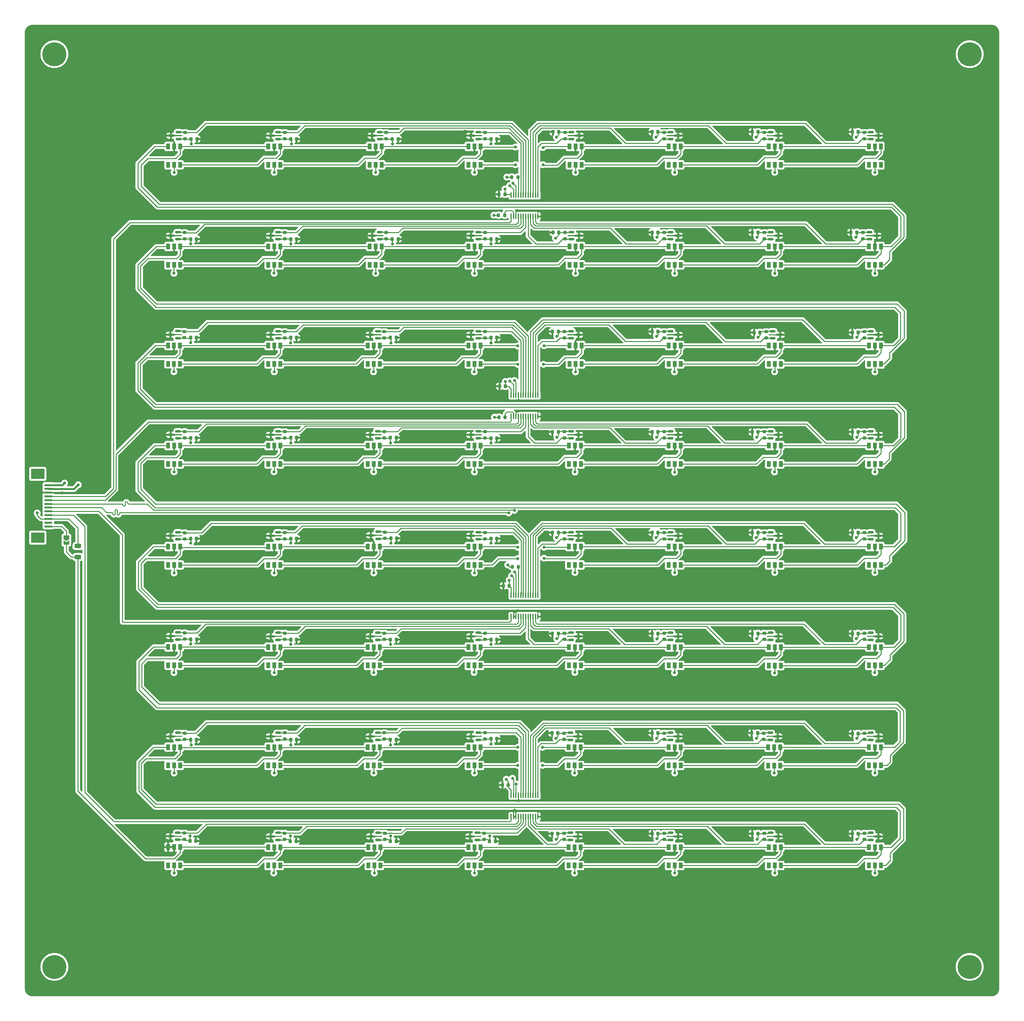
<source format=gbr>
%TF.GenerationSoftware,KiCad,Pcbnew,(6.0.8-1)-1*%
%TF.CreationDate,2022-11-25T16:28:15-05:00*%
%TF.ProjectId,smart-chessboard-board,736d6172-742d-4636-9865-7373626f6172,B*%
%TF.SameCoordinates,Original*%
%TF.FileFunction,Copper,L1,Top*%
%TF.FilePolarity,Positive*%
%FSLAX46Y46*%
G04 Gerber Fmt 4.6, Leading zero omitted, Abs format (unit mm)*
G04 Created by KiCad (PCBNEW (6.0.8-1)-1) date 2022-11-25 16:28:15*
%MOMM*%
%LPD*%
G01*
G04 APERTURE LIST*
G04 Aperture macros list*
%AMRoundRect*
0 Rectangle with rounded corners*
0 $1 Rounding radius*
0 $2 $3 $4 $5 $6 $7 $8 $9 X,Y pos of 4 corners*
0 Add a 4 corners polygon primitive as box body*
4,1,4,$2,$3,$4,$5,$6,$7,$8,$9,$2,$3,0*
0 Add four circle primitives for the rounded corners*
1,1,$1+$1,$2,$3*
1,1,$1+$1,$4,$5*
1,1,$1+$1,$6,$7*
1,1,$1+$1,$8,$9*
0 Add four rect primitives between the rounded corners*
20,1,$1+$1,$2,$3,$4,$5,0*
20,1,$1+$1,$4,$5,$6,$7,0*
20,1,$1+$1,$6,$7,$8,$9,0*
20,1,$1+$1,$8,$9,$2,$3,0*%
%AMFreePoly0*
4,1,6,1.000000,0.000000,0.500000,-0.750000,-0.500000,-0.750000,-0.500000,0.750000,0.500000,0.750000,1.000000,0.000000,1.000000,0.000000,$1*%
%AMFreePoly1*
4,1,6,0.500000,-0.750000,-0.650000,-0.750000,-0.150000,0.000000,-0.650000,0.750000,0.500000,0.750000,0.500000,-0.750000,0.500000,-0.750000,$1*%
G04 Aperture macros list end*
%TA.AperFunction,SMDPad,CuDef*%
%ADD10RoundRect,0.150000X0.587500X0.150000X-0.587500X0.150000X-0.587500X-0.150000X0.587500X-0.150000X0*%
%TD*%
%TA.AperFunction,SMDPad,CuDef*%
%ADD11RoundRect,0.150000X-0.587500X-0.150000X0.587500X-0.150000X0.587500X0.150000X-0.587500X0.150000X0*%
%TD*%
%TA.AperFunction,SMDPad,CuDef*%
%ADD12RoundRect,0.225000X0.225000X0.250000X-0.225000X0.250000X-0.225000X-0.250000X0.225000X-0.250000X0*%
%TD*%
%TA.AperFunction,SMDPad,CuDef*%
%ADD13R,1.000000X1.500000*%
%TD*%
%TA.AperFunction,SMDPad,CuDef*%
%ADD14RoundRect,0.200000X0.275000X-0.200000X0.275000X0.200000X-0.275000X0.200000X-0.275000X-0.200000X0*%
%TD*%
%TA.AperFunction,SMDPad,CuDef*%
%ADD15RoundRect,0.200000X-0.275000X0.200000X-0.275000X-0.200000X0.275000X-0.200000X0.275000X0.200000X0*%
%TD*%
%TA.AperFunction,SMDPad,CuDef*%
%ADD16RoundRect,0.225000X-0.225000X-0.250000X0.225000X-0.250000X0.225000X0.250000X-0.225000X0.250000X0*%
%TD*%
%TA.AperFunction,ComponentPad*%
%ADD17C,3.600000*%
%TD*%
%TA.AperFunction,ConnectorPad*%
%ADD18C,6.400000*%
%TD*%
%TA.AperFunction,SMDPad,CuDef*%
%ADD19RoundRect,0.250000X0.625000X-0.312500X0.625000X0.312500X-0.625000X0.312500X-0.625000X-0.312500X0*%
%TD*%
%TA.AperFunction,SMDPad,CuDef*%
%ADD20FreePoly0,270.000000*%
%TD*%
%TA.AperFunction,SMDPad,CuDef*%
%ADD21FreePoly1,270.000000*%
%TD*%
%TA.AperFunction,SMDPad,CuDef*%
%ADD22RoundRect,0.200000X-0.200000X-0.275000X0.200000X-0.275000X0.200000X0.275000X-0.200000X0.275000X0*%
%TD*%
%TA.AperFunction,SMDPad,CuDef*%
%ADD23RoundRect,0.100000X0.100000X-0.637500X0.100000X0.637500X-0.100000X0.637500X-0.100000X-0.637500X0*%
%TD*%
%TA.AperFunction,SMDPad,CuDef*%
%ADD24R,2.000000X0.610000*%
%TD*%
%TA.AperFunction,SMDPad,CuDef*%
%ADD25R,3.600000X2.680000*%
%TD*%
%TA.AperFunction,ViaPad*%
%ADD26C,0.800000*%
%TD*%
%TA.AperFunction,Conductor*%
%ADD27C,0.250000*%
%TD*%
%TA.AperFunction,Conductor*%
%ADD28C,0.500000*%
%TD*%
G04 APERTURE END LIST*
D10*
%TO.P,U432,1,VOUT*%
%TO.N,Tile_32*%
X320882500Y-185481000D03*
%TO.P,U432,2,VDD*%
%TO.N,3V3*%
X320882500Y-183581000D03*
D11*
%TO.P,U432,3,GND*%
%TO.N,GND*%
X322882500Y-184531000D03*
%TD*%
D12*
%TO.P,C453,1*%
%TO.N,3V3*%
X237757000Y-103632000D03*
%TO.P,C453,2*%
%TO.N,GND*%
X236207000Y-103632000D03*
%TD*%
D13*
%TO.P,D202,1,VCC*%
%TO.N,unconnected-(D202-Pad1)*%
X160325000Y-272452000D03*
%TO.P,D202,2,VDD*%
%TO.N,5V*%
X161925000Y-272452000D03*
%TO.P,D202,3,DOUT*%
%TO.N,Net-(D202-Pad3)*%
X163525000Y-272452000D03*
%TO.P,D202,4,DIN*%
%TO.N,Net-(D201-Pad3)*%
X163525000Y-267552000D03*
%TO.P,D202,5,GND*%
%TO.N,GND*%
X161925000Y-267552000D03*
%TO.P,D202,6,BIN*%
%TO.N,Net-(D201-Pad4)*%
X160325000Y-267552000D03*
%TD*%
D14*
%TO.P,R410,1*%
%TO.N,3V3*%
X164719000Y-238696000D03*
%TO.P,R410,2*%
%TO.N,Tile_10*%
X164719000Y-237046000D03*
%TD*%
D11*
%TO.P,U460,1,VOUT*%
%TO.N,Tile_60*%
X216327500Y-76901000D03*
%TO.P,U460,2,VDD*%
%TO.N,3V3*%
X216327500Y-78801000D03*
D10*
%TO.P,U460,3,GND*%
%TO.N,GND*%
X214327500Y-77851000D03*
%TD*%
D15*
%TO.P,R437,1*%
%TO.N,3V3*%
X239268000Y-156782000D03*
%TO.P,R437,2*%
%TO.N,Tile_37*%
X239268000Y-158432000D03*
%TD*%
D16*
%TO.P,C402,1*%
%TO.N,3V3*%
X166217000Y-265938000D03*
%TO.P,C402,2*%
%TO.N,GND*%
X167767000Y-265938000D03*
%TD*%
D14*
%TO.P,R444,1*%
%TO.N,3V3*%
X218059000Y-131762000D03*
%TO.P,R444,2*%
%TO.N,Tile_44*%
X218059000Y-130112000D03*
%TD*%
D13*
%TO.P,D245,1,VCC*%
%TO.N,unconnected-(D245-Pad1)*%
X240589000Y-138721000D03*
%TO.P,D245,2,VDD*%
%TO.N,5V*%
X242189000Y-138721000D03*
%TO.P,D245,3,DOUT*%
%TO.N,Net-(D245-Pad3)*%
X243789000Y-138721000D03*
%TO.P,D245,4,DIN*%
%TO.N,Net-(D244-Pad3)*%
X243789000Y-133821000D03*
%TO.P,D245,5,GND*%
%TO.N,GND*%
X242189000Y-133821000D03*
%TO.P,D245,6,BIN*%
%TO.N,Net-(D243-Pad3)*%
X240589000Y-133821000D03*
%TD*%
D17*
%TO.P,H102,1,1*%
%TO.N,unconnected-(H102-Pad1)*%
X347218000Y-299466000D03*
D18*
X347218000Y-299466000D03*
%TD*%
D11*
%TO.P,U442,1,VOUT*%
%TO.N,Tile_42*%
X162987500Y-129987000D03*
%TO.P,U442,2,VDD*%
%TO.N,3V3*%
X162987500Y-131887000D03*
D10*
%TO.P,U442,3,GND*%
%TO.N,GND*%
X160987500Y-130937000D03*
%TD*%
D19*
%TO.P,R201,1*%
%TO.N,Net-(D201-Pad4)*%
X109601000Y-190184500D03*
%TO.P,R201,2*%
%TO.N,LED_IC*%
X109601000Y-187259500D03*
%TD*%
D12*
%TO.P,C440,1*%
%TO.N,3V3*%
X317513000Y-156845000D03*
%TO.P,C440,2*%
%TO.N,GND*%
X315963000Y-156845000D03*
%TD*%
D13*
%TO.P,D209,1,VCC*%
%TO.N,unconnected-(D209-Pad1)*%
X133655000Y-245782000D03*
%TO.P,D209,2,VDD*%
%TO.N,5V*%
X135255000Y-245782000D03*
%TO.P,D209,3,DOUT*%
%TO.N,Net-(D209-Pad3)*%
X136855000Y-245782000D03*
%TO.P,D209,4,DIN*%
%TO.N,Net-(D208-Pad3)*%
X136855000Y-240882000D03*
%TO.P,D209,5,GND*%
%TO.N,GND*%
X135255000Y-240882000D03*
%TO.P,D209,6,BIN*%
%TO.N,Net-(D207-Pad3)*%
X133655000Y-240882000D03*
%TD*%
%TO.P,D237,1,VCC*%
%TO.N,unconnected-(D237-Pad1)*%
X240462000Y-165391000D03*
%TO.P,D237,2,VDD*%
%TO.N,5V*%
X242062000Y-165391000D03*
%TO.P,D237,3,DOUT*%
%TO.N,Net-(D237-Pad3)*%
X243662000Y-165391000D03*
%TO.P,D237,4,DIN*%
%TO.N,Net-(D236-Pad3)*%
X243662000Y-160491000D03*
%TO.P,D237,5,GND*%
%TO.N,GND*%
X242062000Y-160491000D03*
%TO.P,D237,6,BIN*%
%TO.N,Net-(D235-Pad3)*%
X240462000Y-160491000D03*
%TD*%
D12*
%TO.P,C446,1*%
%TO.N,3V3*%
X264173000Y-130048000D03*
%TO.P,C446,2*%
%TO.N,GND*%
X262623000Y-130048000D03*
%TD*%
D14*
%TO.P,R428,1*%
%TO.N,3V3*%
X218059000Y-185356000D03*
%TO.P,R428,2*%
%TO.N,Tile_28*%
X218059000Y-183706000D03*
%TD*%
D13*
%TO.P,D208,1,VCC*%
%TO.N,unconnected-(D208-Pad1)*%
X320345000Y-272452000D03*
%TO.P,D208,2,VDD*%
%TO.N,5V*%
X321945000Y-272452000D03*
%TO.P,D208,3,DOUT*%
%TO.N,Net-(D208-Pad3)*%
X323545000Y-272452000D03*
%TO.P,D208,4,DIN*%
%TO.N,Net-(D207-Pad3)*%
X323545000Y-267552000D03*
%TO.P,D208,5,GND*%
%TO.N,GND*%
X321945000Y-267552000D03*
%TO.P,D208,6,BIN*%
%TO.N,Net-(D206-Pad3)*%
X320345000Y-267552000D03*
%TD*%
D12*
%TO.P,C416,1*%
%TO.N,3V3*%
X317513000Y-237236000D03*
%TO.P,C416,2*%
%TO.N,GND*%
X315963000Y-237236000D03*
%TD*%
D13*
%TO.P,D238,1,VCC*%
%TO.N,unconnected-(D238-Pad1)*%
X267005000Y-165391000D03*
%TO.P,D238,2,VDD*%
%TO.N,5V*%
X268605000Y-165391000D03*
%TO.P,D238,3,DOUT*%
%TO.N,Net-(D238-Pad3)*%
X270205000Y-165391000D03*
%TO.P,D238,4,DIN*%
%TO.N,Net-(D237-Pad3)*%
X270205000Y-160491000D03*
%TO.P,D238,5,GND*%
%TO.N,GND*%
X268605000Y-160491000D03*
%TO.P,D238,6,BIN*%
%TO.N,Net-(D236-Pad3)*%
X267005000Y-160491000D03*
%TD*%
D12*
%TO.P,C439,1*%
%TO.N,3V3*%
X290843000Y-156859000D03*
%TO.P,C439,2*%
%TO.N,GND*%
X289293000Y-156859000D03*
%TD*%
D15*
%TO.P,R424,1*%
%TO.N,3V3*%
X319151000Y-210503000D03*
%TO.P,R424,2*%
%TO.N,Tile_24*%
X319151000Y-212153000D03*
%TD*%
D16*
%TO.P,C409,1*%
%TO.N,3V3*%
X139687000Y-238887000D03*
%TO.P,C409,2*%
%TO.N,GND*%
X141237000Y-238887000D03*
%TD*%
D13*
%TO.P,D257,1,VCC*%
%TO.N,unconnected-(D257-Pad1)*%
X133655000Y-85635000D03*
%TO.P,D257,2,VDD*%
%TO.N,5V*%
X135255000Y-85635000D03*
%TO.P,D257,3,DOUT*%
%TO.N,Net-(D257-Pad3)*%
X136855000Y-85635000D03*
%TO.P,D257,4,DIN*%
%TO.N,Net-(D256-Pad3)*%
X136855000Y-80735000D03*
%TO.P,D257,5,GND*%
%TO.N,GND*%
X135255000Y-80735000D03*
%TO.P,D257,6,BIN*%
%TO.N,Net-(D255-Pad3)*%
X133655000Y-80735000D03*
%TD*%
D12*
%TO.P,C455,1*%
%TO.N,3V3*%
X290843000Y-103646000D03*
%TO.P,C455,2*%
%TO.N,GND*%
X289293000Y-103646000D03*
%TD*%
D11*
%TO.P,U459,1,VOUT*%
%TO.N,Tile_59*%
X190038500Y-76901000D03*
%TO.P,U459,2,VDD*%
%TO.N,3V3*%
X190038500Y-78801000D03*
D10*
%TO.P,U459,3,GND*%
%TO.N,GND*%
X188038500Y-77851000D03*
%TD*%
%TO.P,U464,1,VOUT*%
%TO.N,Tile_64*%
X320882500Y-78801000D03*
%TO.P,U464,2,VDD*%
%TO.N,3V3*%
X320882500Y-76901000D03*
D11*
%TO.P,U464,3,GND*%
%TO.N,GND*%
X322882500Y-77851000D03*
%TD*%
D15*
%TO.P,R414,1*%
%TO.N,3V3*%
X265811000Y-237173000D03*
%TO.P,R414,2*%
%TO.N,Tile_14*%
X265811000Y-238823000D03*
%TD*%
D20*
%TO.P,JP201,1,A*%
%TO.N,LED_IC_3*%
X106553000Y-184949000D03*
D21*
%TO.P,JP201,2,B*%
%TO.N,Net-(D201-Pad4)*%
X106553000Y-186399000D03*
%TD*%
D14*
%TO.P,R417,1*%
%TO.N,3V3*%
X138073580Y-212083000D03*
%TO.P,R417,2*%
%TO.N,Tile_17*%
X138073580Y-210433000D03*
%TD*%
D13*
%TO.P,D258,1,VCC*%
%TO.N,unconnected-(D258-Pad1)*%
X160325000Y-85635000D03*
%TO.P,D258,2,VDD*%
%TO.N,5V*%
X161925000Y-85635000D03*
%TO.P,D258,3,DOUT*%
%TO.N,Net-(D258-Pad3)*%
X163525000Y-85635000D03*
%TO.P,D258,4,DIN*%
%TO.N,Net-(D257-Pad3)*%
X163525000Y-80735000D03*
%TO.P,D258,5,GND*%
%TO.N,GND*%
X161925000Y-80735000D03*
%TO.P,D258,6,BIN*%
%TO.N,Net-(D256-Pad3)*%
X160325000Y-80735000D03*
%TD*%
D10*
%TO.P,U424,1,VOUT*%
%TO.N,Tile_24*%
X320882500Y-212278000D03*
%TO.P,U424,2,VDD*%
%TO.N,3V3*%
X320882500Y-210378000D03*
D11*
%TO.P,U424,3,GND*%
%TO.N,GND*%
X322882500Y-211328000D03*
%TD*%
D16*
%TO.P,C458,1*%
%TO.N,3V3*%
X166357000Y-78740000D03*
%TO.P,C458,2*%
%TO.N,GND*%
X167907000Y-78740000D03*
%TD*%
D10*
%TO.P,U445,1,VOUT*%
%TO.N,Tile_45*%
X240999500Y-131887000D03*
%TO.P,U445,2,VDD*%
%TO.N,3V3*%
X240999500Y-129987000D03*
D11*
%TO.P,U445,3,GND*%
%TO.N,GND*%
X242999500Y-130937000D03*
%TD*%
D13*
%TO.P,D239,1,VCC*%
%TO.N,unconnected-(D239-Pad1)*%
X293675000Y-165405000D03*
%TO.P,D239,2,VDD*%
%TO.N,5V*%
X295275000Y-165405000D03*
%TO.P,D239,3,DOUT*%
%TO.N,Net-(D239-Pad3)*%
X296875000Y-165405000D03*
%TO.P,D239,4,DIN*%
%TO.N,Net-(D238-Pad3)*%
X296875000Y-160505000D03*
%TO.P,D239,5,GND*%
%TO.N,GND*%
X295275000Y-160505000D03*
%TO.P,D239,6,BIN*%
%TO.N,Net-(D237-Pad3)*%
X293675000Y-160505000D03*
%TD*%
%TO.P,D263,1,VCC*%
%TO.N,unconnected-(D263-Pad1)*%
X293675000Y-85649000D03*
%TO.P,D263,2,VDD*%
%TO.N,5V*%
X295275000Y-85649000D03*
%TO.P,D263,3,DOUT*%
%TO.N,Net-(D263-Pad3)*%
X296875000Y-85649000D03*
%TO.P,D263,4,DIN*%
%TO.N,Net-(D262-Pad3)*%
X296875000Y-80749000D03*
%TO.P,D263,5,GND*%
%TO.N,GND*%
X295275000Y-80749000D03*
%TO.P,D263,6,BIN*%
%TO.N,Net-(D261-Pad3)*%
X293675000Y-80749000D03*
%TD*%
D22*
%TO.P,R303,1*%
%TO.N,3V3*%
X221679000Y-99060000D03*
%TO.P,R303,2*%
%TO.N,Net-(R303-Pad2)*%
X223329000Y-99060000D03*
%TD*%
D14*
%TO.P,R451,1*%
%TO.N,3V3*%
X191770000Y-105346000D03*
%TO.P,R451,2*%
%TO.N,Tile_51*%
X191770000Y-103696000D03*
%TD*%
D11*
%TO.P,U420,1,VOUT*%
%TO.N,Tile_20*%
X216327500Y-210378000D03*
%TO.P,U420,2,VDD*%
%TO.N,3V3*%
X216327500Y-212278000D03*
D10*
%TO.P,U420,3,GND*%
%TO.N,GND*%
X214327500Y-211328000D03*
%TD*%
D13*
%TO.P,D231,1,VCC*%
%TO.N,unconnected-(D231-Pad1)*%
X293675000Y-192329000D03*
%TO.P,D231,2,VDD*%
%TO.N,5V*%
X295275000Y-192329000D03*
%TO.P,D231,3,DOUT*%
%TO.N,Net-(D231-Pad3)*%
X296875000Y-192329000D03*
%TO.P,D231,4,DIN*%
%TO.N,Net-(D230-Pad3)*%
X296875000Y-187429000D03*
%TO.P,D231,5,GND*%
%TO.N,GND*%
X295275000Y-187429000D03*
%TO.P,D231,6,BIN*%
%TO.N,Net-(D229-Pad3)*%
X293675000Y-187429000D03*
%TD*%
%TO.P,D224,1,VCC*%
%TO.N,unconnected-(D224-Pad1)*%
X320345000Y-219112000D03*
%TO.P,D224,2,VDD*%
%TO.N,5V*%
X321945000Y-219112000D03*
%TO.P,D224,3,DOUT*%
%TO.N,Net-(D224-Pad3)*%
X323545000Y-219112000D03*
%TO.P,D224,4,DIN*%
%TO.N,Net-(D223-Pad3)*%
X323545000Y-214212000D03*
%TO.P,D224,5,GND*%
%TO.N,GND*%
X321945000Y-214212000D03*
%TO.P,D224,6,BIN*%
%TO.N,Net-(D222-Pad3)*%
X320345000Y-214212000D03*
%TD*%
D11*
%TO.P,U410,1,VOUT*%
%TO.N,Tile_10*%
X162987500Y-237048000D03*
%TO.P,U410,2,VDD*%
%TO.N,3V3*%
X162987500Y-238948000D03*
D10*
%TO.P,U410,3,GND*%
%TO.N,GND*%
X160987500Y-237998000D03*
%TD*%
D15*
%TO.P,R439,1*%
%TO.N,3V3*%
X292481000Y-156796000D03*
%TO.P,R439,2*%
%TO.N,Tile_39*%
X292481000Y-158446000D03*
%TD*%
D10*
%TO.P,U440,1,VOUT*%
%TO.N,Tile_40*%
X320882500Y-158557000D03*
%TO.P,U440,2,VDD*%
%TO.N,3V3*%
X320882500Y-156657000D03*
D11*
%TO.P,U440,3,GND*%
%TO.N,GND*%
X322882500Y-157607000D03*
%TD*%
D14*
%TO.P,R436,1*%
%TO.N,3V3*%
X218059000Y-158432000D03*
%TO.P,R436,2*%
%TO.N,Tile_36*%
X218059000Y-156782000D03*
%TD*%
D16*
%TO.P,C460,1*%
%TO.N,3V3*%
X219697000Y-78740000D03*
%TO.P,C460,2*%
%TO.N,GND*%
X221247000Y-78740000D03*
%TD*%
D11*
%TO.P,U452,1,VOUT*%
%TO.N,Tile_52*%
X216327500Y-103571000D03*
%TO.P,U452,2,VDD*%
%TO.N,3V3*%
X216327500Y-105471000D03*
D10*
%TO.P,U452,3,GND*%
%TO.N,GND*%
X214327500Y-104521000D03*
%TD*%
D11*
%TO.P,U401,1,VOUT*%
%TO.N,Tile_01*%
X136254500Y-263692600D03*
%TO.P,U401,2,VDD*%
%TO.N,3V3*%
X136254500Y-265592600D03*
D10*
%TO.P,U401,3,GND*%
%TO.N,GND*%
X134254500Y-264642600D03*
%TD*%
D16*
%TO.P,C401,1*%
%TO.N,3V3*%
X139497000Y-265912600D03*
%TO.P,C401,2*%
%TO.N,GND*%
X141047000Y-265912600D03*
%TD*%
D13*
%TO.P,D259,1,VCC*%
%TO.N,unconnected-(D259-Pad1)*%
X187376000Y-85635000D03*
%TO.P,D259,2,VDD*%
%TO.N,5V*%
X188976000Y-85635000D03*
%TO.P,D259,3,DOUT*%
%TO.N,Net-(D259-Pad3)*%
X190576000Y-85635000D03*
%TO.P,D259,4,DIN*%
%TO.N,Net-(D258-Pad3)*%
X190576000Y-80735000D03*
%TO.P,D259,5,GND*%
%TO.N,GND*%
X188976000Y-80735000D03*
%TO.P,D259,6,BIN*%
%TO.N,Net-(D257-Pad3)*%
X187376000Y-80735000D03*
%TD*%
D10*
%TO.P,U408,1,VOUT*%
%TO.N,Tile_08*%
X320882500Y-265618000D03*
%TO.P,U408,2,VDD*%
%TO.N,3V3*%
X320882500Y-263718000D03*
D11*
%TO.P,U408,3,GND*%
%TO.N,GND*%
X322882500Y-264668000D03*
%TD*%
D16*
%TO.P,C404,1*%
%TO.N,3V3*%
X219316000Y-265938000D03*
%TO.P,C404,2*%
%TO.N,GND*%
X220866000Y-265938000D03*
%TD*%
D10*
%TO.P,U429,1,VOUT*%
%TO.N,Tile_29*%
X240999500Y-185481000D03*
%TO.P,U429,2,VDD*%
%TO.N,3V3*%
X240999500Y-183581000D03*
D11*
%TO.P,U429,3,GND*%
%TO.N,GND*%
X242999500Y-184531000D03*
%TD*%
D12*
%TO.P,C437,1*%
%TO.N,3V3*%
X237630000Y-156845000D03*
%TO.P,C437,2*%
%TO.N,GND*%
X236080000Y-156845000D03*
%TD*%
D15*
%TO.P,R438,1*%
%TO.N,3V3*%
X265811000Y-156782000D03*
%TO.P,R438,2*%
%TO.N,Tile_38*%
X265811000Y-158432000D03*
%TD*%
D13*
%TO.P,D213,1,VCC*%
%TO.N,unconnected-(D213-Pad1)*%
X240335000Y-245782000D03*
%TO.P,D213,2,VDD*%
%TO.N,5V*%
X241935000Y-245782000D03*
%TO.P,D213,3,DOUT*%
%TO.N,Net-(D213-Pad3)*%
X243535000Y-245782000D03*
%TO.P,D213,4,DIN*%
%TO.N,Net-(D212-Pad3)*%
X243535000Y-240882000D03*
%TO.P,D213,5,GND*%
%TO.N,GND*%
X241935000Y-240882000D03*
%TO.P,D213,6,BIN*%
%TO.N,Net-(D211-Pad3)*%
X240335000Y-240882000D03*
%TD*%
D14*
%TO.P,R457,1*%
%TO.N,3V3*%
X138176000Y-78676000D03*
%TO.P,R457,2*%
%TO.N,Tile_57*%
X138176000Y-77026000D03*
%TD*%
%TO.P,R401,1*%
%TO.N,3V3*%
X137986000Y-265467600D03*
%TO.P,R401,2*%
%TO.N,Tile_01*%
X137986000Y-263817600D03*
%TD*%
D13*
%TO.P,D210,1,VCC*%
%TO.N,unconnected-(D210-Pad1)*%
X160325000Y-245782000D03*
%TO.P,D210,2,VDD*%
%TO.N,5V*%
X161925000Y-245782000D03*
%TO.P,D210,3,DOUT*%
%TO.N,Net-(D210-Pad3)*%
X163525000Y-245782000D03*
%TO.P,D210,4,DIN*%
%TO.N,Net-(D209-Pad3)*%
X163525000Y-240882000D03*
%TO.P,D210,5,GND*%
%TO.N,GND*%
X161925000Y-240882000D03*
%TO.P,D210,6,BIN*%
%TO.N,Net-(D208-Pad3)*%
X160325000Y-240882000D03*
%TD*%
D14*
%TO.P,R427,1*%
%TO.N,3V3*%
X191389000Y-185229000D03*
%TO.P,R427,2*%
%TO.N,Tile_27*%
X191389000Y-183579000D03*
%TD*%
D11*
%TO.P,U411,1,VOUT*%
%TO.N,Tile_11*%
X189530500Y-237048000D03*
%TO.P,U411,2,VDD*%
%TO.N,3V3*%
X189530500Y-238948000D03*
D10*
%TO.P,U411,3,GND*%
%TO.N,GND*%
X187530500Y-237998000D03*
%TD*%
D13*
%TO.P,D261,1,VCC*%
%TO.N,unconnected-(D261-Pad1)*%
X240589000Y-85635000D03*
%TO.P,D261,2,VDD*%
%TO.N,5V*%
X242189000Y-85635000D03*
%TO.P,D261,3,DOUT*%
%TO.N,Net-(D261-Pad3)*%
X243789000Y-85635000D03*
%TO.P,D261,4,DIN*%
%TO.N,Net-(D260-Pad3)*%
X243789000Y-80735000D03*
%TO.P,D261,5,GND*%
%TO.N,GND*%
X242189000Y-80735000D03*
%TO.P,D261,6,BIN*%
%TO.N,Net-(D259-Pad3)*%
X240589000Y-80735000D03*
%TD*%
D10*
%TO.P,U453,1,VOUT*%
%TO.N,Tile_53*%
X241126500Y-105471000D03*
%TO.P,U453,2,VDD*%
%TO.N,3V3*%
X241126500Y-103571000D03*
D11*
%TO.P,U453,3,GND*%
%TO.N,GND*%
X243126500Y-104521000D03*
%TD*%
D14*
%TO.P,R434,1*%
%TO.N,3V3*%
X164719000Y-158432000D03*
%TO.P,R434,2*%
%TO.N,Tile_34*%
X164719000Y-156782000D03*
%TD*%
D15*
%TO.P,R453,1*%
%TO.N,3V3*%
X239395000Y-103696000D03*
%TO.P,R453,2*%
%TO.N,Tile_53*%
X239395000Y-105346000D03*
%TD*%
D12*
%TO.P,C422,1*%
%TO.N,3V3*%
X264173000Y-210566000D03*
%TO.P,C422,2*%
%TO.N,GND*%
X262623000Y-210566000D03*
%TD*%
D13*
%TO.P,D206,1,VCC*%
%TO.N,unconnected-(D206-Pad1)*%
X267005000Y-272452000D03*
%TO.P,D206,2,VDD*%
%TO.N,5V*%
X268605000Y-272452000D03*
%TO.P,D206,3,DOUT*%
%TO.N,Net-(D206-Pad3)*%
X270205000Y-272452000D03*
%TO.P,D206,4,DIN*%
%TO.N,Net-(D205-Pad3)*%
X270205000Y-267552000D03*
%TO.P,D206,5,GND*%
%TO.N,GND*%
X268605000Y-267552000D03*
%TO.P,D206,6,BIN*%
%TO.N,Net-(D204-Pad3)*%
X267005000Y-267552000D03*
%TD*%
D23*
%TO.P,U302,1,~{INT}*%
%TO.N,~{IO_INT1}*%
X225025000Y-206062500D03*
%TO.P,U302,2,A1*%
%TO.N,GND*%
X225675000Y-206062500D03*
%TO.P,U302,3,A2*%
X226325000Y-206062500D03*
%TO.P,U302,4,P00*%
%TO.N,Tile_17*%
X226975000Y-206062500D03*
%TO.P,U302,5,P01*%
%TO.N,Tile_18*%
X227625000Y-206062500D03*
%TO.P,U302,6,P02*%
%TO.N,Tile_19*%
X228275000Y-206062500D03*
%TO.P,U302,7,P03*%
%TO.N,Tile_20*%
X228925000Y-206062500D03*
%TO.P,U302,8,P04*%
%TO.N,Tile_21*%
X229575000Y-206062500D03*
%TO.P,U302,9,P05*%
%TO.N,Tile_22*%
X230225000Y-206062500D03*
%TO.P,U302,10,P06*%
%TO.N,Tile_23*%
X230875000Y-206062500D03*
%TO.P,U302,11,P07*%
%TO.N,Tile_24*%
X231525000Y-206062500D03*
%TO.P,U302,12,GND*%
%TO.N,GND*%
X232175000Y-206062500D03*
%TO.P,U302,13,P10*%
%TO.N,Tile_29*%
X232175000Y-200337500D03*
%TO.P,U302,14,P11*%
%TO.N,Tile_30*%
X231525000Y-200337500D03*
%TO.P,U302,15,P12*%
%TO.N,Tile_31*%
X230875000Y-200337500D03*
%TO.P,U302,16,P13*%
%TO.N,Tile_32*%
X230225000Y-200337500D03*
%TO.P,U302,17,P14*%
%TO.N,Tile_25*%
X229575000Y-200337500D03*
%TO.P,U302,18,P15*%
%TO.N,Tile_26*%
X228925000Y-200337500D03*
%TO.P,U302,19,P16*%
%TO.N,Tile_27*%
X228275000Y-200337500D03*
%TO.P,U302,20,P17*%
%TO.N,Tile_28*%
X227625000Y-200337500D03*
%TO.P,U302,21,A0*%
%TO.N,Net-(R301-Pad2)*%
X226975000Y-200337500D03*
%TO.P,U302,22,SCL*%
%TO.N,~{SCL_IOMUX}*%
X226325000Y-200337500D03*
%TO.P,U302,23,SDA*%
%TO.N,~{SDA_IOMUX}*%
X225675000Y-200337500D03*
%TO.P,U302,24,VCC*%
%TO.N,3V3*%
X225025000Y-200337500D03*
%TD*%
D15*
%TO.P,R447,1*%
%TO.N,3V3*%
X292989000Y-130126000D03*
%TO.P,R447,2*%
%TO.N,Tile_47*%
X292989000Y-131776000D03*
%TD*%
D12*
%TO.P,C405,1*%
%TO.N,3V3*%
X237503000Y-263906000D03*
%TO.P,C405,2*%
%TO.N,GND*%
X235953000Y-263906000D03*
%TD*%
D13*
%TO.P,D205,1,VCC*%
%TO.N,unconnected-(D205-Pad1)*%
X240335000Y-272452000D03*
%TO.P,D205,2,VDD*%
%TO.N,5V*%
X241935000Y-272452000D03*
%TO.P,D205,3,DOUT*%
%TO.N,Net-(D205-Pad3)*%
X243535000Y-272452000D03*
%TO.P,D205,4,DIN*%
%TO.N,Net-(D204-Pad3)*%
X243535000Y-267552000D03*
%TO.P,D205,5,GND*%
%TO.N,GND*%
X241935000Y-267552000D03*
%TO.P,D205,6,BIN*%
%TO.N,Net-(D203-Pad3)*%
X240335000Y-267552000D03*
%TD*%
D16*
%TO.P,C428,1*%
%TO.N,3V3*%
X219697000Y-185293000D03*
%TO.P,C428,2*%
%TO.N,GND*%
X221247000Y-185293000D03*
%TD*%
D10*
%TO.P,U405,1,VOUT*%
%TO.N,Tile_05*%
X240872500Y-265618000D03*
%TO.P,U405,2,VDD*%
%TO.N,3V3*%
X240872500Y-263718000D03*
D11*
%TO.P,U405,3,GND*%
%TO.N,GND*%
X242872500Y-264668000D03*
%TD*%
D15*
%TO.P,R416,1*%
%TO.N,3V3*%
X319151000Y-237173000D03*
%TO.P,R416,2*%
%TO.N,Tile_16*%
X319151000Y-238823000D03*
%TD*%
D14*
%TO.P,R411,1*%
%TO.N,3V3*%
X191262000Y-238696000D03*
%TO.P,R411,2*%
%TO.N,Tile_11*%
X191262000Y-237046000D03*
%TD*%
D12*
%TO.P,C302,1*%
%TO.N,3V3*%
X224549000Y-197866000D03*
%TO.P,C302,2*%
%TO.N,GND*%
X222999000Y-197866000D03*
%TD*%
D16*
%TO.P,C451,1*%
%TO.N,3V3*%
X193408000Y-105410000D03*
%TO.P,C451,2*%
%TO.N,GND*%
X194958000Y-105410000D03*
%TD*%
D13*
%TO.P,D241,1,VCC*%
%TO.N,unconnected-(D241-Pad1)*%
X133639580Y-138685000D03*
%TO.P,D241,2,VDD*%
%TO.N,5V*%
X135239580Y-138685000D03*
%TO.P,D241,3,DOUT*%
%TO.N,Net-(D241-Pad3)*%
X136839580Y-138685000D03*
%TO.P,D241,4,DIN*%
%TO.N,Net-(D240-Pad3)*%
X136839580Y-133785000D03*
%TO.P,D241,5,GND*%
%TO.N,GND*%
X135239580Y-133785000D03*
%TO.P,D241,6,BIN*%
%TO.N,Net-(D239-Pad3)*%
X133639580Y-133785000D03*
%TD*%
%TO.P,D234,1,VCC*%
%TO.N,unconnected-(D234-Pad1)*%
X160325000Y-165391000D03*
%TO.P,D234,2,VDD*%
%TO.N,5V*%
X161925000Y-165391000D03*
%TO.P,D234,3,DOUT*%
%TO.N,Net-(D234-Pad3)*%
X163525000Y-165391000D03*
%TO.P,D234,4,DIN*%
%TO.N,Net-(D233-Pad3)*%
X163525000Y-160491000D03*
%TO.P,D234,5,GND*%
%TO.N,GND*%
X161925000Y-160491000D03*
%TO.P,D234,6,BIN*%
%TO.N,Net-(D232-Pad3)*%
X160325000Y-160491000D03*
%TD*%
D10*
%TO.P,U431,1,VOUT*%
%TO.N,Tile_31*%
X294212500Y-185495000D03*
%TO.P,U431,2,VDD*%
%TO.N,3V3*%
X294212500Y-183595000D03*
D11*
%TO.P,U431,3,GND*%
%TO.N,GND*%
X296212500Y-184545000D03*
%TD*%
%TO.P,U419,1,VOUT*%
%TO.N,Tile_19*%
X189530500Y-210378000D03*
%TO.P,U419,2,VDD*%
%TO.N,3V3*%
X189530500Y-212278000D03*
D10*
%TO.P,U419,3,GND*%
%TO.N,GND*%
X187530500Y-211328000D03*
%TD*%
D11*
%TO.P,U412,1,VOUT*%
%TO.N,Tile_12*%
X216327500Y-237048000D03*
%TO.P,U412,2,VDD*%
%TO.N,3V3*%
X216327500Y-238948000D03*
D10*
%TO.P,U412,3,GND*%
%TO.N,GND*%
X214327500Y-237998000D03*
%TD*%
D16*
%TO.P,C418,1*%
%TO.N,3V3*%
X166344000Y-212217000D03*
%TO.P,C418,2*%
%TO.N,GND*%
X167894000Y-212217000D03*
%TD*%
D15*
%TO.P,R455,1*%
%TO.N,3V3*%
X292481000Y-103710000D03*
%TO.P,R455,2*%
%TO.N,Tile_55*%
X292481000Y-105360000D03*
%TD*%
D13*
%TO.P,D242,1,VCC*%
%TO.N,unconnected-(D242-Pad1)*%
X160325000Y-138721000D03*
%TO.P,D242,2,VDD*%
%TO.N,5V*%
X161925000Y-138721000D03*
%TO.P,D242,3,DOUT*%
%TO.N,Net-(D242-Pad3)*%
X163525000Y-138721000D03*
%TO.P,D242,4,DIN*%
%TO.N,Net-(D241-Pad3)*%
X163525000Y-133821000D03*
%TO.P,D242,5,GND*%
%TO.N,GND*%
X161925000Y-133821000D03*
%TO.P,D242,6,BIN*%
%TO.N,Net-(D240-Pad3)*%
X160325000Y-133821000D03*
%TD*%
D11*
%TO.P,U451,1,VOUT*%
%TO.N,Tile_51*%
X190038500Y-103571000D03*
%TO.P,U451,2,VDD*%
%TO.N,3V3*%
X190038500Y-105471000D03*
D10*
%TO.P,U451,3,GND*%
%TO.N,GND*%
X188038500Y-104521000D03*
%TD*%
D14*
%TO.P,R443,1*%
%TO.N,3V3*%
X191262000Y-131762000D03*
%TO.P,R443,2*%
%TO.N,Tile_43*%
X191262000Y-130112000D03*
%TD*%
D16*
%TO.P,C433,1*%
%TO.N,3V3*%
X139701580Y-158490000D03*
%TO.P,C433,2*%
%TO.N,GND*%
X141251580Y-158490000D03*
%TD*%
%TO.P,C412,1*%
%TO.N,3V3*%
X219697000Y-238633000D03*
%TO.P,C412,2*%
%TO.N,GND*%
X221247000Y-238633000D03*
%TD*%
D12*
%TO.P,C454,1*%
%TO.N,3V3*%
X264173000Y-103632000D03*
%TO.P,C454,2*%
%TO.N,GND*%
X262623000Y-103632000D03*
%TD*%
D14*
%TO.P,R418,1*%
%TO.N,3V3*%
X164719000Y-212153000D03*
%TO.P,R418,2*%
%TO.N,Tile_18*%
X164719000Y-210503000D03*
%TD*%
D16*
%TO.P,C443,1*%
%TO.N,3V3*%
X192900000Y-131699000D03*
%TO.P,C443,2*%
%TO.N,GND*%
X194450000Y-131699000D03*
%TD*%
D15*
%TO.P,R407,1*%
%TO.N,3V3*%
X292481000Y-263843000D03*
%TO.P,R407,2*%
%TO.N,Tile_07*%
X292481000Y-265493000D03*
%TD*%
%TO.P,R423,1*%
%TO.N,3V3*%
X292481000Y-210517000D03*
%TO.P,R423,2*%
%TO.N,Tile_23*%
X292481000Y-212167000D03*
%TD*%
D16*
%TO.P,C436,1*%
%TO.N,3V3*%
X219697000Y-158496000D03*
%TO.P,C436,2*%
%TO.N,GND*%
X221247000Y-158496000D03*
%TD*%
%TO.P,C411,1*%
%TO.N,3V3*%
X192900000Y-238887000D03*
%TO.P,C411,2*%
%TO.N,GND*%
X194450000Y-238887000D03*
%TD*%
D14*
%TO.P,R449,1*%
%TO.N,3V3*%
X138049000Y-105346000D03*
%TO.P,R449,2*%
%TO.N,Tile_49*%
X138049000Y-103696000D03*
%TD*%
D15*
%TO.P,R405,1*%
%TO.N,3V3*%
X239141000Y-263843000D03*
%TO.P,R405,2*%
%TO.N,Tile_05*%
X239141000Y-265493000D03*
%TD*%
D13*
%TO.P,D220,1,VCC*%
%TO.N,unconnected-(D220-Pad1)*%
X213665000Y-219112000D03*
%TO.P,D220,2,VDD*%
%TO.N,5V*%
X215265000Y-219112000D03*
%TO.P,D220,3,DOUT*%
%TO.N,Net-(D220-Pad3)*%
X216865000Y-219112000D03*
%TO.P,D220,4,DIN*%
%TO.N,Net-(D219-Pad3)*%
X216865000Y-214212000D03*
%TO.P,D220,5,GND*%
%TO.N,GND*%
X215265000Y-214212000D03*
%TO.P,D220,6,BIN*%
%TO.N,Net-(D218-Pad3)*%
X213665000Y-214212000D03*
%TD*%
D12*
%TO.P,C408,1*%
%TO.N,3V3*%
X317513000Y-263906000D03*
%TO.P,C408,2*%
%TO.N,GND*%
X315963000Y-263906000D03*
%TD*%
D10*
%TO.P,U421,1,VOUT*%
%TO.N,Tile_21*%
X240999500Y-212278000D03*
%TO.P,U421,2,VDD*%
%TO.N,3V3*%
X240999500Y-210378000D03*
D11*
%TO.P,U421,3,GND*%
%TO.N,GND*%
X242999500Y-211328000D03*
%TD*%
D10*
%TO.P,U415,1,VOUT*%
%TO.N,Tile_15*%
X294085500Y-238962000D03*
%TO.P,U415,2,VDD*%
%TO.N,3V3*%
X294085500Y-237062000D03*
D11*
%TO.P,U415,3,GND*%
%TO.N,GND*%
X296085500Y-238012000D03*
%TD*%
D18*
%TO.P,H104,1,1*%
%TO.N,unconnected-(H104-Pad1)*%
X103378000Y-299466000D03*
D17*
X103378000Y-299466000D03*
%TD*%
D12*
%TO.P,C461,1*%
%TO.N,3V3*%
X237757000Y-76835000D03*
%TO.P,C461,2*%
%TO.N,GND*%
X236207000Y-76835000D03*
%TD*%
D16*
%TO.P,C457,1*%
%TO.N,3V3*%
X139814000Y-78740000D03*
%TO.P,C457,2*%
%TO.N,GND*%
X141364000Y-78740000D03*
%TD*%
D15*
%TO.P,R408,1*%
%TO.N,3V3*%
X319151000Y-263843000D03*
%TO.P,R408,2*%
%TO.N,Tile_08*%
X319151000Y-265493000D03*
%TD*%
D14*
%TO.P,R452,1*%
%TO.N,3V3*%
X218059000Y-105346000D03*
%TO.P,R452,2*%
%TO.N,Tile_52*%
X218059000Y-103696000D03*
%TD*%
D12*
%TO.P,C432,1*%
%TO.N,3V3*%
X317513000Y-183642000D03*
%TO.P,C432,2*%
%TO.N,GND*%
X315963000Y-183642000D03*
%TD*%
D13*
%TO.P,D252,1,VCC*%
%TO.N,unconnected-(D252-Pad1)*%
X213665000Y-112305000D03*
%TO.P,D252,2,VDD*%
%TO.N,5V*%
X215265000Y-112305000D03*
%TO.P,D252,3,DOUT*%
%TO.N,Net-(D252-Pad3)*%
X216865000Y-112305000D03*
%TO.P,D252,4,DIN*%
%TO.N,Net-(D251-Pad3)*%
X216865000Y-107405000D03*
%TO.P,D252,5,GND*%
%TO.N,GND*%
X215265000Y-107405000D03*
%TO.P,D252,6,BIN*%
%TO.N,Net-(D250-Pad3)*%
X213665000Y-107405000D03*
%TD*%
D16*
%TO.P,C450,1*%
%TO.N,3V3*%
X166357000Y-105410000D03*
%TO.P,C450,2*%
%TO.N,GND*%
X167907000Y-105410000D03*
%TD*%
D11*
%TO.P,U409,1,VOUT*%
%TO.N,Tile_09*%
X136317500Y-237048000D03*
%TO.P,U409,2,VDD*%
%TO.N,3V3*%
X136317500Y-238948000D03*
D10*
%TO.P,U409,3,GND*%
%TO.N,GND*%
X134317500Y-237998000D03*
%TD*%
%TO.P,U446,1,VOUT*%
%TO.N,Tile_46*%
X267542500Y-131887000D03*
%TO.P,U446,2,VDD*%
%TO.N,3V3*%
X267542500Y-129987000D03*
D11*
%TO.P,U446,3,GND*%
%TO.N,GND*%
X269542500Y-130937000D03*
%TD*%
D13*
%TO.P,D225,1,VCC*%
%TO.N,unconnected-(D225-Pad1)*%
X133679580Y-192332000D03*
%TO.P,D225,2,VDD*%
%TO.N,5V*%
X135279580Y-192332000D03*
%TO.P,D225,3,DOUT*%
%TO.N,Net-(D225-Pad3)*%
X136879580Y-192332000D03*
%TO.P,D225,4,DIN*%
%TO.N,Net-(D224-Pad3)*%
X136879580Y-187432000D03*
%TO.P,D225,5,GND*%
%TO.N,GND*%
X135279580Y-187432000D03*
%TO.P,D225,6,BIN*%
%TO.N,Net-(D223-Pad3)*%
X133679580Y-187432000D03*
%TD*%
D10*
%TO.P,U438,1,VOUT*%
%TO.N,Tile_38*%
X267542500Y-158557000D03*
%TO.P,U438,2,VDD*%
%TO.N,3V3*%
X267542500Y-156657000D03*
D11*
%TO.P,U438,3,GND*%
%TO.N,GND*%
X269542500Y-157607000D03*
%TD*%
D16*
%TO.P,C426,1*%
%TO.N,3V3*%
X166357000Y-185293000D03*
%TO.P,C426,2*%
%TO.N,GND*%
X167907000Y-185293000D03*
%TD*%
D11*
%TO.P,U450,1,VOUT*%
%TO.N,Tile_50*%
X162987500Y-103571000D03*
%TO.P,U450,2,VDD*%
%TO.N,3V3*%
X162987500Y-105471000D03*
D10*
%TO.P,U450,3,GND*%
%TO.N,GND*%
X160987500Y-104521000D03*
%TD*%
D13*
%TO.P,D216,1,VCC*%
%TO.N,unconnected-(D216-Pad1)*%
X320345000Y-245782000D03*
%TO.P,D216,2,VDD*%
%TO.N,5V*%
X321945000Y-245782000D03*
%TO.P,D216,3,DOUT*%
%TO.N,Net-(D216-Pad3)*%
X323545000Y-245782000D03*
%TO.P,D216,4,DIN*%
%TO.N,Net-(D215-Pad3)*%
X323545000Y-240882000D03*
%TO.P,D216,5,GND*%
%TO.N,GND*%
X321945000Y-240882000D03*
%TO.P,D216,6,BIN*%
%TO.N,Net-(D214-Pad3)*%
X320345000Y-240882000D03*
%TD*%
%TO.P,D233,1,VCC*%
%TO.N,unconnected-(D233-Pad1)*%
X133669580Y-165385000D03*
%TO.P,D233,2,VDD*%
%TO.N,5V*%
X135269580Y-165385000D03*
%TO.P,D233,3,DOUT*%
%TO.N,Net-(D233-Pad3)*%
X136869580Y-165385000D03*
%TO.P,D233,4,DIN*%
%TO.N,Net-(D232-Pad3)*%
X136869580Y-160485000D03*
%TO.P,D233,5,GND*%
%TO.N,GND*%
X135269580Y-160485000D03*
%TO.P,D233,6,BIN*%
%TO.N,Net-(D231-Pad3)*%
X133669580Y-160485000D03*
%TD*%
D10*
%TO.P,U437,1,VOUT*%
%TO.N,Tile_37*%
X240999500Y-158557000D03*
%TO.P,U437,2,VDD*%
%TO.N,3V3*%
X240999500Y-156657000D03*
D11*
%TO.P,U437,3,GND*%
%TO.N,GND*%
X242999500Y-157607000D03*
%TD*%
D10*
%TO.P,U439,1,VOUT*%
%TO.N,Tile_39*%
X294212500Y-158571000D03*
%TO.P,U439,2,VDD*%
%TO.N,3V3*%
X294212500Y-156671000D03*
D11*
%TO.P,U439,3,GND*%
%TO.N,GND*%
X296212500Y-157621000D03*
%TD*%
D13*
%TO.P,D247,1,VCC*%
%TO.N,unconnected-(D247-Pad1)*%
X293675000Y-138735000D03*
%TO.P,D247,2,VDD*%
%TO.N,5V*%
X295275000Y-138735000D03*
%TO.P,D247,3,DOUT*%
%TO.N,Net-(D247-Pad3)*%
X296875000Y-138735000D03*
%TO.P,D247,4,DIN*%
%TO.N,Net-(D246-Pad3)*%
X296875000Y-133835000D03*
%TO.P,D247,5,GND*%
%TO.N,GND*%
X295275000Y-133835000D03*
%TO.P,D247,6,BIN*%
%TO.N,Net-(D245-Pad3)*%
X293675000Y-133835000D03*
%TD*%
%TO.P,D218,1,VCC*%
%TO.N,unconnected-(D218-Pad1)*%
X160325000Y-219112000D03*
%TO.P,D218,2,VDD*%
%TO.N,5V*%
X161925000Y-219112000D03*
%TO.P,D218,3,DOUT*%
%TO.N,Net-(D218-Pad3)*%
X163525000Y-219112000D03*
%TO.P,D218,4,DIN*%
%TO.N,Net-(D217-Pad3)*%
X163525000Y-214212000D03*
%TO.P,D218,5,GND*%
%TO.N,GND*%
X161925000Y-214212000D03*
%TO.P,D218,6,BIN*%
%TO.N,Net-(D216-Pad3)*%
X160325000Y-214212000D03*
%TD*%
%TO.P,D201,1,VCC*%
%TO.N,unconnected-(D201-Pad1)*%
X133655000Y-272426600D03*
%TO.P,D201,2,VDD*%
%TO.N,5V*%
X135255000Y-272426600D03*
%TO.P,D201,3,DOUT*%
%TO.N,Net-(D201-Pad3)*%
X136855000Y-272426600D03*
%TO.P,D201,4,DIN*%
%TO.N,Net-(D201-Pad4)*%
X136855000Y-267526600D03*
%TO.P,D201,5,GND*%
%TO.N,GND*%
X135255000Y-267526600D03*
%TO.P,D201,6,BIN*%
X133655000Y-267526600D03*
%TD*%
D16*
%TO.P,C427,1*%
%TO.N,3V3*%
X193027000Y-185166000D03*
%TO.P,C427,2*%
%TO.N,GND*%
X194577000Y-185166000D03*
%TD*%
%TO.P,C434,1*%
%TO.N,3V3*%
X166357000Y-158369000D03*
%TO.P,C434,2*%
%TO.N,GND*%
X167907000Y-158369000D03*
%TD*%
D15*
%TO.P,R406,1*%
%TO.N,3V3*%
X265811000Y-263843000D03*
%TO.P,R406,2*%
%TO.N,Tile_06*%
X265811000Y-265493000D03*
%TD*%
D13*
%TO.P,D228,1,VCC*%
%TO.N,unconnected-(D228-Pad1)*%
X213665000Y-192315000D03*
%TO.P,D228,2,VDD*%
%TO.N,5V*%
X215265000Y-192315000D03*
%TO.P,D228,3,DOUT*%
%TO.N,Net-(D228-Pad3)*%
X216865000Y-192315000D03*
%TO.P,D228,4,DIN*%
%TO.N,Net-(D227-Pad3)*%
X216865000Y-187415000D03*
%TO.P,D228,5,GND*%
%TO.N,GND*%
X215265000Y-187415000D03*
%TO.P,D228,6,BIN*%
%TO.N,Net-(D226-Pad3)*%
X213665000Y-187415000D03*
%TD*%
%TO.P,D204,1,VCC*%
%TO.N,unconnected-(D204-Pad1)*%
X213665000Y-272452000D03*
%TO.P,D204,2,VDD*%
%TO.N,5V*%
X215265000Y-272452000D03*
%TO.P,D204,3,DOUT*%
%TO.N,Net-(D204-Pad3)*%
X216865000Y-272452000D03*
%TO.P,D204,4,DIN*%
%TO.N,Net-(D203-Pad3)*%
X216865000Y-267552000D03*
%TO.P,D204,5,GND*%
%TO.N,GND*%
X215265000Y-267552000D03*
%TO.P,D204,6,BIN*%
%TO.N,Net-(D202-Pad3)*%
X213665000Y-267552000D03*
%TD*%
D15*
%TO.P,R448,1*%
%TO.N,3V3*%
X319151000Y-130112000D03*
%TO.P,R448,2*%
%TO.N,Tile_48*%
X319151000Y-131762000D03*
%TD*%
D11*
%TO.P,U458,1,VOUT*%
%TO.N,Tile_58*%
X162987500Y-76901000D03*
%TO.P,U458,2,VDD*%
%TO.N,3V3*%
X162987500Y-78801000D03*
D10*
%TO.P,U458,3,GND*%
%TO.N,GND*%
X160987500Y-77851000D03*
%TD*%
D11*
%TO.P,U428,1,VOUT*%
%TO.N,Tile_28*%
X216327500Y-183581000D03*
%TO.P,U428,2,VDD*%
%TO.N,3V3*%
X216327500Y-185481000D03*
D10*
%TO.P,U428,3,GND*%
%TO.N,GND*%
X214327500Y-184531000D03*
%TD*%
D11*
%TO.P,U402,1,VOUT*%
%TO.N,Tile_02*%
X162987500Y-263718000D03*
%TO.P,U402,2,VDD*%
%TO.N,3V3*%
X162987500Y-265618000D03*
D10*
%TO.P,U402,3,GND*%
%TO.N,GND*%
X160987500Y-264668000D03*
%TD*%
D13*
%TO.P,D260,1,VCC*%
%TO.N,unconnected-(D260-Pad1)*%
X213665000Y-85635000D03*
%TO.P,D260,2,VDD*%
%TO.N,5V*%
X215265000Y-85635000D03*
%TO.P,D260,3,DOUT*%
%TO.N,Net-(D260-Pad3)*%
X216865000Y-85635000D03*
%TO.P,D260,4,DIN*%
%TO.N,Net-(D259-Pad3)*%
X216865000Y-80735000D03*
%TO.P,D260,5,GND*%
%TO.N,GND*%
X215265000Y-80735000D03*
%TO.P,D260,6,BIN*%
%TO.N,Net-(D258-Pad3)*%
X213665000Y-80735000D03*
%TD*%
D11*
%TO.P,U418,1,VOUT*%
%TO.N,Tile_18*%
X162987500Y-210378000D03*
%TO.P,U418,2,VDD*%
%TO.N,3V3*%
X162987500Y-212278000D03*
D10*
%TO.P,U418,3,GND*%
%TO.N,GND*%
X160987500Y-211328000D03*
%TD*%
D11*
%TO.P,U425,1,VOUT*%
%TO.N,Tile_25*%
X136317500Y-183598000D03*
%TO.P,U425,2,VDD*%
%TO.N,3V3*%
X136317500Y-185498000D03*
D10*
%TO.P,U425,3,GND*%
%TO.N,GND*%
X134317500Y-184548000D03*
%TD*%
D22*
%TO.P,R301,1*%
%TO.N,3V3*%
X225362000Y-192786000D03*
%TO.P,R301,2*%
%TO.N,Net-(R301-Pad2)*%
X227012000Y-192786000D03*
%TD*%
D14*
%TO.P,R433,1*%
%TO.N,3V3*%
X138063580Y-158426000D03*
%TO.P,R433,2*%
%TO.N,Tile_33*%
X138063580Y-156776000D03*
%TD*%
D12*
%TO.P,C407,1*%
%TO.N,3V3*%
X290843000Y-263906000D03*
%TO.P,C407,2*%
%TO.N,GND*%
X289293000Y-263906000D03*
%TD*%
D14*
%TO.P,R412,1*%
%TO.N,3V3*%
X218059000Y-238696000D03*
%TO.P,R412,2*%
%TO.N,Tile_12*%
X218059000Y-237046000D03*
%TD*%
D10*
%TO.P,U447,1,VOUT*%
%TO.N,Tile_47*%
X294720500Y-131901000D03*
%TO.P,U447,2,VDD*%
%TO.N,3V3*%
X294720500Y-130001000D03*
D11*
%TO.P,U447,3,GND*%
%TO.N,GND*%
X296720500Y-130951000D03*
%TD*%
D14*
%TO.P,R420,1*%
%TO.N,3V3*%
X218059000Y-212153000D03*
%TO.P,R420,2*%
%TO.N,Tile_20*%
X218059000Y-210503000D03*
%TD*%
D15*
%TO.P,R431,1*%
%TO.N,3V3*%
X292481000Y-183720000D03*
%TO.P,R431,2*%
%TO.N,Tile_31*%
X292481000Y-185370000D03*
%TD*%
%TO.P,R462,1*%
%TO.N,3V3*%
X265811000Y-77026000D03*
%TO.P,R462,2*%
%TO.N,Tile_62*%
X265811000Y-78676000D03*
%TD*%
D14*
%TO.P,R460,1*%
%TO.N,3V3*%
X218059000Y-78676000D03*
%TO.P,R460,2*%
%TO.N,Tile_60*%
X218059000Y-77026000D03*
%TD*%
D10*
%TO.P,U454,1,VOUT*%
%TO.N,Tile_54*%
X267542500Y-105471000D03*
%TO.P,U454,2,VDD*%
%TO.N,3V3*%
X267542500Y-103571000D03*
D11*
%TO.P,U454,3,GND*%
%TO.N,GND*%
X269542500Y-104521000D03*
%TD*%
D12*
%TO.P,C462,1*%
%TO.N,3V3*%
X264173000Y-76835000D03*
%TO.P,C462,2*%
%TO.N,GND*%
X262623000Y-76835000D03*
%TD*%
D16*
%TO.P,C449,1*%
%TO.N,3V3*%
X139687000Y-105410000D03*
%TO.P,C449,2*%
%TO.N,GND*%
X141237000Y-105410000D03*
%TD*%
D13*
%TO.P,D212,1,VCC*%
%TO.N,unconnected-(D212-Pad1)*%
X213665000Y-245782000D03*
%TO.P,D212,2,VDD*%
%TO.N,5V*%
X215265000Y-245782000D03*
%TO.P,D212,3,DOUT*%
%TO.N,Net-(D212-Pad3)*%
X216865000Y-245782000D03*
%TO.P,D212,4,DIN*%
%TO.N,Net-(D211-Pad3)*%
X216865000Y-240882000D03*
%TO.P,D212,5,GND*%
%TO.N,GND*%
X215265000Y-240882000D03*
%TO.P,D212,6,BIN*%
%TO.N,Net-(D210-Pad3)*%
X213665000Y-240882000D03*
%TD*%
D15*
%TO.P,R432,1*%
%TO.N,3V3*%
X319151000Y-183706000D03*
%TO.P,R432,2*%
%TO.N,Tile_32*%
X319151000Y-185356000D03*
%TD*%
%TO.P,R421,1*%
%TO.N,3V3*%
X239268000Y-210503000D03*
%TO.P,R421,2*%
%TO.N,Tile_21*%
X239268000Y-212153000D03*
%TD*%
D23*
%TO.P,U304,1,~{INT}*%
%TO.N,~{IO_INT3}*%
X225025000Y-99382500D03*
%TO.P,U304,2,A1*%
%TO.N,Net-(R303-Pad2)*%
X225675000Y-99382500D03*
%TO.P,U304,3,A2*%
%TO.N,GND*%
X226325000Y-99382500D03*
%TO.P,U304,4,P00*%
%TO.N,Tile_49*%
X226975000Y-99382500D03*
%TO.P,U304,5,P01*%
%TO.N,Tile_50*%
X227625000Y-99382500D03*
%TO.P,U304,6,P02*%
%TO.N,Tile_51*%
X228275000Y-99382500D03*
%TO.P,U304,7,P03*%
%TO.N,Tile_52*%
X228925000Y-99382500D03*
%TO.P,U304,8,P04*%
%TO.N,Tile_53*%
X229575000Y-99382500D03*
%TO.P,U304,9,P05*%
%TO.N,Tile_54*%
X230225000Y-99382500D03*
%TO.P,U304,10,P06*%
%TO.N,Tile_55*%
X230875000Y-99382500D03*
%TO.P,U304,11,P07*%
%TO.N,Tile_56*%
X231525000Y-99382500D03*
%TO.P,U304,12,GND*%
%TO.N,GND*%
X232175000Y-99382500D03*
%TO.P,U304,13,P10*%
%TO.N,Tile_61*%
X232175000Y-93657500D03*
%TO.P,U304,14,P11*%
%TO.N,Tile_62*%
X231525000Y-93657500D03*
%TO.P,U304,15,P12*%
%TO.N,Tile_63*%
X230875000Y-93657500D03*
%TO.P,U304,16,P13*%
%TO.N,Tile_64*%
X230225000Y-93657500D03*
%TO.P,U304,17,P14*%
%TO.N,Tile_57*%
X229575000Y-93657500D03*
%TO.P,U304,18,P15*%
%TO.N,Tile_58*%
X228925000Y-93657500D03*
%TO.P,U304,19,P16*%
%TO.N,Tile_59*%
X228275000Y-93657500D03*
%TO.P,U304,20,P17*%
%TO.N,Tile_60*%
X227625000Y-93657500D03*
%TO.P,U304,21,A0*%
%TO.N,Net-(R304-Pad2)*%
X226975000Y-93657500D03*
%TO.P,U304,22,SCL*%
%TO.N,~{SCL_IOMUX}*%
X226325000Y-93657500D03*
%TO.P,U304,23,SDA*%
%TO.N,~{SDA_IOMUX}*%
X225675000Y-93657500D03*
%TO.P,U304,24,VCC*%
%TO.N,3V3*%
X225025000Y-93657500D03*
%TD*%
D10*
%TO.P,U423,1,VOUT*%
%TO.N,Tile_23*%
X294212500Y-212292000D03*
%TO.P,U423,2,VDD*%
%TO.N,3V3*%
X294212500Y-210392000D03*
D11*
%TO.P,U423,3,GND*%
%TO.N,GND*%
X296212500Y-211342000D03*
%TD*%
D14*
%TO.P,R404,1*%
%TO.N,3V3*%
X217805000Y-265493000D03*
%TO.P,R404,2*%
%TO.N,Tile_04*%
X217805000Y-263843000D03*
%TD*%
D15*
%TO.P,R464,1*%
%TO.N,3V3*%
X319151000Y-77026000D03*
%TO.P,R464,2*%
%TO.N,Tile_64*%
X319151000Y-78676000D03*
%TD*%
D11*
%TO.P,U433,1,VOUT*%
%TO.N,Tile_33*%
X136332080Y-156651000D03*
%TO.P,U433,2,VDD*%
%TO.N,3V3*%
X136332080Y-158551000D03*
D10*
%TO.P,U433,3,GND*%
%TO.N,GND*%
X134332080Y-157601000D03*
%TD*%
D15*
%TO.P,R445,1*%
%TO.N,3V3*%
X239268000Y-130112000D03*
%TO.P,R445,2*%
%TO.N,Tile_45*%
X239268000Y-131762000D03*
%TD*%
D12*
%TO.P,C301,1*%
%TO.N,3V3*%
X224295000Y-250952000D03*
%TO.P,C301,2*%
%TO.N,GND*%
X222745000Y-250952000D03*
%TD*%
D13*
%TO.P,D222,1,VCC*%
%TO.N,unconnected-(D222-Pad1)*%
X267005000Y-219112000D03*
%TO.P,D222,2,VDD*%
%TO.N,5V*%
X268605000Y-219112000D03*
%TO.P,D222,3,DOUT*%
%TO.N,Net-(D222-Pad3)*%
X270205000Y-219112000D03*
%TO.P,D222,4,DIN*%
%TO.N,Net-(D221-Pad3)*%
X270205000Y-214212000D03*
%TO.P,D222,5,GND*%
%TO.N,GND*%
X268605000Y-214212000D03*
%TO.P,D222,6,BIN*%
%TO.N,Net-(D220-Pad3)*%
X267005000Y-214212000D03*
%TD*%
D10*
%TO.P,U414,1,VOUT*%
%TO.N,Tile_14*%
X267542500Y-238948000D03*
%TO.P,U414,2,VDD*%
%TO.N,3V3*%
X267542500Y-237048000D03*
D11*
%TO.P,U414,3,GND*%
%TO.N,GND*%
X269542500Y-237998000D03*
%TD*%
D13*
%TO.P,D214,1,VCC*%
%TO.N,unconnected-(D214-Pad1)*%
X267005000Y-245782000D03*
%TO.P,D214,2,VDD*%
%TO.N,5V*%
X268605000Y-245782000D03*
%TO.P,D214,3,DOUT*%
%TO.N,Net-(D214-Pad3)*%
X270205000Y-245782000D03*
%TO.P,D214,4,DIN*%
%TO.N,Net-(D213-Pad3)*%
X270205000Y-240882000D03*
%TO.P,D214,5,GND*%
%TO.N,GND*%
X268605000Y-240882000D03*
%TO.P,D214,6,BIN*%
%TO.N,Net-(D212-Pad3)*%
X267005000Y-240882000D03*
%TD*%
D10*
%TO.P,U461,1,VOUT*%
%TO.N,Tile_61*%
X241126500Y-78801000D03*
%TO.P,U461,2,VDD*%
%TO.N,3V3*%
X241126500Y-76901000D03*
D11*
%TO.P,U461,3,GND*%
%TO.N,GND*%
X243126500Y-77851000D03*
%TD*%
D12*
%TO.P,C304,1*%
%TO.N,3V3*%
X223406000Y-93472000D03*
%TO.P,C304,2*%
%TO.N,GND*%
X221856000Y-93472000D03*
%TD*%
%TO.P,C423,1*%
%TO.N,3V3*%
X290843000Y-210580000D03*
%TO.P,C423,2*%
%TO.N,GND*%
X289293000Y-210580000D03*
%TD*%
D10*
%TO.P,U455,1,VOUT*%
%TO.N,Tile_55*%
X294212500Y-105485000D03*
%TO.P,U455,2,VDD*%
%TO.N,3V3*%
X294212500Y-103585000D03*
D11*
%TO.P,U455,3,GND*%
%TO.N,GND*%
X296212500Y-104535000D03*
%TD*%
D13*
%TO.P,D217,1,VCC*%
%TO.N,unconnected-(D217-Pad1)*%
X133679580Y-219042000D03*
%TO.P,D217,2,VDD*%
%TO.N,5V*%
X135279580Y-219042000D03*
%TO.P,D217,3,DOUT*%
%TO.N,Net-(D217-Pad3)*%
X136879580Y-219042000D03*
%TO.P,D217,4,DIN*%
%TO.N,Net-(D216-Pad3)*%
X136879580Y-214142000D03*
%TO.P,D217,5,GND*%
%TO.N,GND*%
X135279580Y-214142000D03*
%TO.P,D217,6,BIN*%
%TO.N,Net-(D215-Pad3)*%
X133679580Y-214142000D03*
%TD*%
D12*
%TO.P,C456,1*%
%TO.N,3V3*%
X317132000Y-103632000D03*
%TO.P,C456,2*%
%TO.N,GND*%
X315582000Y-103632000D03*
%TD*%
D11*
%TO.P,U404,1,VOUT*%
%TO.N,Tile_04*%
X216073500Y-263718000D03*
%TO.P,U404,2,VDD*%
%TO.N,3V3*%
X216073500Y-265618000D03*
D10*
%TO.P,U404,3,GND*%
%TO.N,GND*%
X214073500Y-264668000D03*
%TD*%
D15*
%TO.P,R440,1*%
%TO.N,3V3*%
X319151000Y-156782000D03*
%TO.P,R440,2*%
%TO.N,Tile_40*%
X319151000Y-158432000D03*
%TD*%
D17*
%TO.P,H101,1,1*%
%TO.N,unconnected-(H101-Pad1)*%
X347218000Y-56134000D03*
D18*
X347218000Y-56134000D03*
%TD*%
D16*
%TO.P,C420,1*%
%TO.N,3V3*%
X219697000Y-212217000D03*
%TO.P,C420,2*%
%TO.N,GND*%
X221247000Y-212217000D03*
%TD*%
D13*
%TO.P,D264,1,VCC*%
%TO.N,unconnected-(D264-Pad1)*%
X320345000Y-85635000D03*
%TO.P,D264,2,VDD*%
%TO.N,5V*%
X321945000Y-85635000D03*
%TO.P,D264,3,DOUT*%
%TO.N,unconnected-(D264-Pad3)*%
X323545000Y-85635000D03*
%TO.P,D264,4,DIN*%
%TO.N,Net-(D263-Pad3)*%
X323545000Y-80735000D03*
%TO.P,D264,5,GND*%
%TO.N,GND*%
X321945000Y-80735000D03*
%TO.P,D264,6,BIN*%
%TO.N,Net-(D262-Pad3)*%
X320345000Y-80735000D03*
%TD*%
D16*
%TO.P,C403,1*%
%TO.N,3V3*%
X192900000Y-265938000D03*
%TO.P,C403,2*%
%TO.N,GND*%
X194450000Y-265938000D03*
%TD*%
D10*
%TO.P,U413,1,VOUT*%
%TO.N,Tile_13*%
X240872500Y-238948000D03*
%TO.P,U413,2,VDD*%
%TO.N,3V3*%
X240872500Y-237048000D03*
D11*
%TO.P,U413,3,GND*%
%TO.N,GND*%
X242872500Y-237998000D03*
%TD*%
D16*
%TO.P,C459,1*%
%TO.N,3V3*%
X193408000Y-78740000D03*
%TO.P,C459,2*%
%TO.N,GND*%
X194958000Y-78740000D03*
%TD*%
D12*
%TO.P,C448,1*%
%TO.N,3V3*%
X317513000Y-130302000D03*
%TO.P,C448,2*%
%TO.N,GND*%
X315963000Y-130302000D03*
%TD*%
D16*
%TO.P,C425,1*%
%TO.N,3V3*%
X139687000Y-185293000D03*
%TO.P,C425,2*%
%TO.N,GND*%
X141237000Y-185293000D03*
%TD*%
D15*
%TO.P,R456,1*%
%TO.N,3V3*%
X318770000Y-103696000D03*
%TO.P,R456,2*%
%TO.N,Tile_56*%
X318770000Y-105346000D03*
%TD*%
D10*
%TO.P,U416,1,VOUT*%
%TO.N,Tile_16*%
X320882500Y-238948000D03*
%TO.P,U416,2,VDD*%
%TO.N,3V3*%
X320882500Y-237048000D03*
D11*
%TO.P,U416,3,GND*%
%TO.N,GND*%
X322882500Y-237998000D03*
%TD*%
D13*
%TO.P,D232,1,VCC*%
%TO.N,unconnected-(D232-Pad1)*%
X320345000Y-192315000D03*
%TO.P,D232,2,VDD*%
%TO.N,5V*%
X321945000Y-192315000D03*
%TO.P,D232,3,DOUT*%
%TO.N,Net-(D232-Pad3)*%
X323545000Y-192315000D03*
%TO.P,D232,4,DIN*%
%TO.N,Net-(D231-Pad3)*%
X323545000Y-187415000D03*
%TO.P,D232,5,GND*%
%TO.N,GND*%
X321945000Y-187415000D03*
%TO.P,D232,6,BIN*%
%TO.N,Net-(D230-Pad3)*%
X320345000Y-187415000D03*
%TD*%
%TO.P,D219,1,VCC*%
%TO.N,unconnected-(D219-Pad1)*%
X186868000Y-219112000D03*
%TO.P,D219,2,VDD*%
%TO.N,5V*%
X188468000Y-219112000D03*
%TO.P,D219,3,DOUT*%
%TO.N,Net-(D219-Pad3)*%
X190068000Y-219112000D03*
%TO.P,D219,4,DIN*%
%TO.N,Net-(D218-Pad3)*%
X190068000Y-214212000D03*
%TO.P,D219,5,GND*%
%TO.N,GND*%
X188468000Y-214212000D03*
%TO.P,D219,6,BIN*%
%TO.N,Net-(D217-Pad3)*%
X186868000Y-214212000D03*
%TD*%
D16*
%TO.P,C419,1*%
%TO.N,3V3*%
X192900000Y-212217000D03*
%TO.P,C419,2*%
%TO.N,GND*%
X194450000Y-212217000D03*
%TD*%
D14*
%TO.P,R409,1*%
%TO.N,3V3*%
X138049000Y-238823000D03*
%TO.P,R409,2*%
%TO.N,Tile_09*%
X138049000Y-237173000D03*
%TD*%
%TO.P,R425,1*%
%TO.N,3V3*%
X138049000Y-185373000D03*
%TO.P,R425,2*%
%TO.N,Tile_25*%
X138049000Y-183723000D03*
%TD*%
D11*
%TO.P,U427,1,VOUT*%
%TO.N,Tile_27*%
X189657500Y-183454000D03*
%TO.P,U427,2,VDD*%
%TO.N,3V3*%
X189657500Y-185354000D03*
D10*
%TO.P,U427,3,GND*%
%TO.N,GND*%
X187657500Y-184404000D03*
%TD*%
D15*
%TO.P,R429,1*%
%TO.N,3V3*%
X239268000Y-183706000D03*
%TO.P,R429,2*%
%TO.N,Tile_29*%
X239268000Y-185356000D03*
%TD*%
D10*
%TO.P,U422,1,VOUT*%
%TO.N,Tile_22*%
X267542500Y-212278000D03*
%TO.P,U422,2,VDD*%
%TO.N,3V3*%
X267542500Y-210378000D03*
D11*
%TO.P,U422,3,GND*%
%TO.N,GND*%
X269542500Y-211328000D03*
%TD*%
D13*
%TO.P,D246,1,VCC*%
%TO.N,unconnected-(D246-Pad1)*%
X267005000Y-138721000D03*
%TO.P,D246,2,VDD*%
%TO.N,5V*%
X268605000Y-138721000D03*
%TO.P,D246,3,DOUT*%
%TO.N,Net-(D246-Pad3)*%
X270205000Y-138721000D03*
%TO.P,D246,4,DIN*%
%TO.N,Net-(D245-Pad3)*%
X270205000Y-133821000D03*
%TO.P,D246,5,GND*%
%TO.N,GND*%
X268605000Y-133821000D03*
%TO.P,D246,6,BIN*%
%TO.N,Net-(D244-Pad3)*%
X267005000Y-133821000D03*
%TD*%
D12*
%TO.P,C445,1*%
%TO.N,3V3*%
X237630000Y-130048000D03*
%TO.P,C445,2*%
%TO.N,GND*%
X236080000Y-130048000D03*
%TD*%
D13*
%TO.P,D230,1,VCC*%
%TO.N,unconnected-(D230-Pad1)*%
X267005000Y-192315000D03*
%TO.P,D230,2,VDD*%
%TO.N,5V*%
X268605000Y-192315000D03*
%TO.P,D230,3,DOUT*%
%TO.N,Net-(D230-Pad3)*%
X270205000Y-192315000D03*
%TO.P,D230,4,DIN*%
%TO.N,Net-(D229-Pad3)*%
X270205000Y-187415000D03*
%TO.P,D230,5,GND*%
%TO.N,GND*%
X268605000Y-187415000D03*
%TO.P,D230,6,BIN*%
%TO.N,Net-(D228-Pad3)*%
X267005000Y-187415000D03*
%TD*%
D10*
%TO.P,U463,1,VOUT*%
%TO.N,Tile_63*%
X294212500Y-78815000D03*
%TO.P,U463,2,VDD*%
%TO.N,3V3*%
X294212500Y-76915000D03*
D11*
%TO.P,U463,3,GND*%
%TO.N,GND*%
X296212500Y-77865000D03*
%TD*%
D10*
%TO.P,U430,1,VOUT*%
%TO.N,Tile_30*%
X267542500Y-185481000D03*
%TO.P,U430,2,VDD*%
%TO.N,3V3*%
X267542500Y-183581000D03*
D11*
%TO.P,U430,3,GND*%
%TO.N,GND*%
X269542500Y-184531000D03*
%TD*%
D13*
%TO.P,D250,1,VCC*%
%TO.N,unconnected-(D250-Pad1)*%
X160325000Y-112305000D03*
%TO.P,D250,2,VDD*%
%TO.N,5V*%
X161925000Y-112305000D03*
%TO.P,D250,3,DOUT*%
%TO.N,Net-(D250-Pad3)*%
X163525000Y-112305000D03*
%TO.P,D250,4,DIN*%
%TO.N,Net-(D249-Pad3)*%
X163525000Y-107405000D03*
%TO.P,D250,5,GND*%
%TO.N,GND*%
X161925000Y-107405000D03*
%TO.P,D250,6,BIN*%
%TO.N,Net-(D248-Pad3)*%
X160325000Y-107405000D03*
%TD*%
%TO.P,D248,1,VCC*%
%TO.N,unconnected-(D248-Pad1)*%
X320345000Y-138721000D03*
%TO.P,D248,2,VDD*%
%TO.N,5V*%
X321945000Y-138721000D03*
%TO.P,D248,3,DOUT*%
%TO.N,Net-(D248-Pad3)*%
X323545000Y-138721000D03*
%TO.P,D248,4,DIN*%
%TO.N,Net-(D247-Pad3)*%
X323545000Y-133821000D03*
%TO.P,D248,5,GND*%
%TO.N,GND*%
X321945000Y-133821000D03*
%TO.P,D248,6,BIN*%
%TO.N,Net-(D246-Pad3)*%
X320345000Y-133821000D03*
%TD*%
D12*
%TO.P,C431,1*%
%TO.N,3V3*%
X290843000Y-183656000D03*
%TO.P,C431,2*%
%TO.N,GND*%
X289293000Y-183656000D03*
%TD*%
D11*
%TO.P,U434,1,VOUT*%
%TO.N,Tile_34*%
X162987500Y-156657000D03*
%TO.P,U434,2,VDD*%
%TO.N,3V3*%
X162987500Y-158557000D03*
D10*
%TO.P,U434,3,GND*%
%TO.N,GND*%
X160987500Y-157607000D03*
%TD*%
D13*
%TO.P,D207,1,VCC*%
%TO.N,unconnected-(D207-Pad1)*%
X293675000Y-272452000D03*
%TO.P,D207,2,VDD*%
%TO.N,5V*%
X295275000Y-272452000D03*
%TO.P,D207,3,DOUT*%
%TO.N,Net-(D207-Pad3)*%
X296875000Y-272452000D03*
%TO.P,D207,4,DIN*%
%TO.N,Net-(D206-Pad3)*%
X296875000Y-267552000D03*
%TO.P,D207,5,GND*%
%TO.N,GND*%
X295275000Y-267552000D03*
%TO.P,D207,6,BIN*%
%TO.N,Net-(D205-Pad3)*%
X293675000Y-267552000D03*
%TD*%
D15*
%TO.P,R446,1*%
%TO.N,3V3*%
X265811000Y-130112000D03*
%TO.P,R446,2*%
%TO.N,Tile_46*%
X265811000Y-131762000D03*
%TD*%
D11*
%TO.P,U443,1,VOUT*%
%TO.N,Tile_43*%
X189530500Y-129987000D03*
%TO.P,U443,2,VDD*%
%TO.N,3V3*%
X189530500Y-131887000D03*
D10*
%TO.P,U443,3,GND*%
%TO.N,GND*%
X187530500Y-130937000D03*
%TD*%
D13*
%TO.P,D223,1,VCC*%
%TO.N,unconnected-(D223-Pad1)*%
X293675000Y-219126000D03*
%TO.P,D223,2,VDD*%
%TO.N,5V*%
X295275000Y-219126000D03*
%TO.P,D223,3,DOUT*%
%TO.N,Net-(D223-Pad3)*%
X296875000Y-219126000D03*
%TO.P,D223,4,DIN*%
%TO.N,Net-(D222-Pad3)*%
X296875000Y-214226000D03*
%TO.P,D223,5,GND*%
%TO.N,GND*%
X295275000Y-214226000D03*
%TO.P,D223,6,BIN*%
%TO.N,Net-(D221-Pad3)*%
X293675000Y-214226000D03*
%TD*%
D12*
%TO.P,C414,1*%
%TO.N,3V3*%
X264173000Y-237109000D03*
%TO.P,C414,2*%
%TO.N,GND*%
X262623000Y-237109000D03*
%TD*%
%TO.P,C406,1*%
%TO.N,3V3*%
X264173000Y-263906000D03*
%TO.P,C406,2*%
%TO.N,GND*%
X262623000Y-263906000D03*
%TD*%
%TO.P,C424,1*%
%TO.N,3V3*%
X317513000Y-210566000D03*
%TO.P,C424,2*%
%TO.N,GND*%
X315963000Y-210566000D03*
%TD*%
D14*
%TO.P,R426,1*%
%TO.N,3V3*%
X164719000Y-185356000D03*
%TO.P,R426,2*%
%TO.N,Tile_26*%
X164719000Y-183706000D03*
%TD*%
D12*
%TO.P,C447,1*%
%TO.N,3V3*%
X291351000Y-130316000D03*
%TO.P,C447,2*%
%TO.N,GND*%
X289801000Y-130316000D03*
%TD*%
D11*
%TO.P,U417,1,VOUT*%
%TO.N,Tile_17*%
X136342080Y-210308000D03*
%TO.P,U417,2,VDD*%
%TO.N,3V3*%
X136342080Y-212208000D03*
D10*
%TO.P,U417,3,GND*%
%TO.N,GND*%
X134342080Y-211258000D03*
%TD*%
D17*
%TO.P,H103,1,1*%
%TO.N,unconnected-(H103-Pad1)*%
X103378000Y-56134000D03*
D18*
X103378000Y-56134000D03*
%TD*%
D12*
%TO.P,C438,1*%
%TO.N,3V3*%
X264173000Y-156845000D03*
%TO.P,C438,2*%
%TO.N,GND*%
X262623000Y-156845000D03*
%TD*%
%TO.P,C413,1*%
%TO.N,3V3*%
X237503000Y-237109000D03*
%TO.P,C413,2*%
%TO.N,GND*%
X235953000Y-237109000D03*
%TD*%
D10*
%TO.P,U456,1,VOUT*%
%TO.N,Tile_56*%
X320501500Y-105471000D03*
%TO.P,U456,2,VDD*%
%TO.N,3V3*%
X320501500Y-103571000D03*
D11*
%TO.P,U456,3,GND*%
%TO.N,GND*%
X322501500Y-104521000D03*
%TD*%
D23*
%TO.P,U301,1,~{INT}*%
%TO.N,~{IO_INT0}*%
X225025000Y-259402500D03*
%TO.P,U301,2,A1*%
%TO.N,GND*%
X225675000Y-259402500D03*
%TO.P,U301,3,A2*%
X226325000Y-259402500D03*
%TO.P,U301,4,P00*%
%TO.N,Tile_01*%
X226975000Y-259402500D03*
%TO.P,U301,5,P01*%
%TO.N,Tile_02*%
X227625000Y-259402500D03*
%TO.P,U301,6,P02*%
%TO.N,Tile_03*%
X228275000Y-259402500D03*
%TO.P,U301,7,P03*%
%TO.N,Tile_04*%
X228925000Y-259402500D03*
%TO.P,U301,8,P04*%
%TO.N,Tile_05*%
X229575000Y-259402500D03*
%TO.P,U301,9,P05*%
%TO.N,Tile_06*%
X230225000Y-259402500D03*
%TO.P,U301,10,P06*%
%TO.N,Tile_07*%
X230875000Y-259402500D03*
%TO.P,U301,11,P07*%
%TO.N,Tile_08*%
X231525000Y-259402500D03*
%TO.P,U301,12,GND*%
%TO.N,GND*%
X232175000Y-259402500D03*
%TO.P,U301,13,P10*%
%TO.N,Tile_13*%
X232175000Y-253677500D03*
%TO.P,U301,14,P11*%
%TO.N,Tile_14*%
X231525000Y-253677500D03*
%TO.P,U301,15,P12*%
%TO.N,Tile_15*%
X230875000Y-253677500D03*
%TO.P,U301,16,P13*%
%TO.N,Tile_16*%
X230225000Y-253677500D03*
%TO.P,U301,17,P14*%
%TO.N,Tile_09*%
X229575000Y-253677500D03*
%TO.P,U301,18,P15*%
%TO.N,Tile_10*%
X228925000Y-253677500D03*
%TO.P,U301,19,P16*%
%TO.N,Tile_11*%
X228275000Y-253677500D03*
%TO.P,U301,20,P17*%
%TO.N,Tile_12*%
X227625000Y-253677500D03*
%TO.P,U301,21,A0*%
%TO.N,GND*%
X226975000Y-253677500D03*
%TO.P,U301,22,SCL*%
%TO.N,~{SCL_IOMUX}*%
X226325000Y-253677500D03*
%TO.P,U301,23,SDA*%
%TO.N,~{SDA_IOMUX}*%
X225675000Y-253677500D03*
%TO.P,U301,24,VCC*%
%TO.N,3V3*%
X225025000Y-253677500D03*
%TD*%
D13*
%TO.P,D254,1,VCC*%
%TO.N,unconnected-(D254-Pad1)*%
X267005000Y-112305000D03*
%TO.P,D254,2,VDD*%
%TO.N,5V*%
X268605000Y-112305000D03*
%TO.P,D254,3,DOUT*%
%TO.N,Net-(D254-Pad3)*%
X270205000Y-112305000D03*
%TO.P,D254,4,DIN*%
%TO.N,Net-(D253-Pad3)*%
X270205000Y-107405000D03*
%TO.P,D254,5,GND*%
%TO.N,GND*%
X268605000Y-107405000D03*
%TO.P,D254,6,BIN*%
%TO.N,Net-(D252-Pad3)*%
X267005000Y-107405000D03*
%TD*%
D14*
%TO.P,R442,1*%
%TO.N,3V3*%
X164719000Y-131762000D03*
%TO.P,R442,2*%
%TO.N,Tile_42*%
X164719000Y-130112000D03*
%TD*%
D16*
%TO.P,C444,1*%
%TO.N,3V3*%
X219697000Y-131699000D03*
%TO.P,C444,2*%
%TO.N,GND*%
X221247000Y-131699000D03*
%TD*%
D12*
%TO.P,C463,1*%
%TO.N,3V3*%
X290843000Y-76849000D03*
%TO.P,C463,2*%
%TO.N,GND*%
X289293000Y-76849000D03*
%TD*%
D13*
%TO.P,D221,1,VCC*%
%TO.N,unconnected-(D221-Pad1)*%
X240462000Y-219112000D03*
%TO.P,D221,2,VDD*%
%TO.N,5V*%
X242062000Y-219112000D03*
%TO.P,D221,3,DOUT*%
%TO.N,Net-(D221-Pad3)*%
X243662000Y-219112000D03*
%TO.P,D221,4,DIN*%
%TO.N,Net-(D220-Pad3)*%
X243662000Y-214212000D03*
%TO.P,D221,5,GND*%
%TO.N,GND*%
X242062000Y-214212000D03*
%TO.P,D221,6,BIN*%
%TO.N,Net-(D219-Pad3)*%
X240462000Y-214212000D03*
%TD*%
D12*
%TO.P,C464,1*%
%TO.N,3V3*%
X317513000Y-76835000D03*
%TO.P,C464,2*%
%TO.N,GND*%
X315963000Y-76835000D03*
%TD*%
D14*
%TO.P,R435,1*%
%TO.N,3V3*%
X191262000Y-158432000D03*
%TO.P,R435,2*%
%TO.N,Tile_35*%
X191262000Y-156782000D03*
%TD*%
D22*
%TO.P,R302,1*%
%TO.N,3V3*%
X221806000Y-152908000D03*
%TO.P,R302,2*%
%TO.N,Net-(R302-Pad2)*%
X223456000Y-152908000D03*
%TD*%
D10*
%TO.P,U406,1,VOUT*%
%TO.N,Tile_06*%
X267542500Y-265618000D03*
%TO.P,U406,2,VDD*%
%TO.N,3V3*%
X267542500Y-263718000D03*
D11*
%TO.P,U406,3,GND*%
%TO.N,GND*%
X269542500Y-264668000D03*
%TD*%
D24*
%TO.P,J101,1,Pin_1*%
%TO.N,3V3*%
X101749000Y-171030000D03*
%TO.P,J101,2,Pin_2*%
%TO.N,5V*%
X101749000Y-172030000D03*
%TO.P,J101,3,Pin_3*%
%TO.N,GND*%
X101749000Y-173030000D03*
%TO.P,J101,4,Pin_4*%
%TO.N,~{IO_INT3}*%
X101749000Y-174030000D03*
%TO.P,J101,5,Pin_5*%
%TO.N,~{IO_INT2}*%
X101749000Y-175030000D03*
%TO.P,J101,6,Pin_6*%
%TO.N,~{SCL_IOMUX}*%
X101749000Y-176030000D03*
%TO.P,J101,7,Pin_7*%
%TO.N,~{SDA_IOMUX}*%
X101749000Y-177030000D03*
%TO.P,J101,8,Pin_8*%
%TO.N,~{IO_INT1}*%
X101749000Y-178030000D03*
%TO.P,J101,9,Pin_9*%
%TO.N,~{IO_INT0}*%
X101749000Y-179030000D03*
%TO.P,J101,10,Pin_10*%
%TO.N,LED_IC*%
X101749000Y-180030000D03*
%TO.P,J101,11,Pin_11*%
%TO.N,unconnected-(J101-Pad11)*%
X101749000Y-181030000D03*
%TO.P,J101,12,Pin_12*%
%TO.N,LED_IC_3*%
X101749000Y-182030000D03*
D25*
%TO.P,J101,MP,MountPin*%
%TO.N,unconnected-(J101-PadMP)*%
X98949000Y-185020000D03*
X98949000Y-168040000D03*
%TD*%
D11*
%TO.P,U426,1,VOUT*%
%TO.N,Tile_26*%
X162987500Y-183581000D03*
%TO.P,U426,2,VDD*%
%TO.N,3V3*%
X162987500Y-185481000D03*
D10*
%TO.P,U426,3,GND*%
%TO.N,GND*%
X160987500Y-184531000D03*
%TD*%
D13*
%TO.P,D262,1,VCC*%
%TO.N,unconnected-(D262-Pad1)*%
X267005000Y-85635000D03*
%TO.P,D262,2,VDD*%
%TO.N,5V*%
X268605000Y-85635000D03*
%TO.P,D262,3,DOUT*%
%TO.N,Net-(D262-Pad3)*%
X270205000Y-85635000D03*
%TO.P,D262,4,DIN*%
%TO.N,Net-(D261-Pad3)*%
X270205000Y-80735000D03*
%TO.P,D262,5,GND*%
%TO.N,GND*%
X268605000Y-80735000D03*
%TO.P,D262,6,BIN*%
%TO.N,Net-(D260-Pad3)*%
X267005000Y-80735000D03*
%TD*%
D14*
%TO.P,R403,1*%
%TO.N,3V3*%
X191389000Y-265493000D03*
%TO.P,R403,2*%
%TO.N,Tile_03*%
X191389000Y-263843000D03*
%TD*%
D23*
%TO.P,U303,1,~{INT}*%
%TO.N,~{IO_INT2}*%
X225025000Y-152722500D03*
%TO.P,U303,2,A1*%
%TO.N,Net-(R302-Pad2)*%
X225675000Y-152722500D03*
%TO.P,U303,3,A2*%
%TO.N,GND*%
X226325000Y-152722500D03*
%TO.P,U303,4,P00*%
%TO.N,Tile_33*%
X226975000Y-152722500D03*
%TO.P,U303,5,P01*%
%TO.N,Tile_34*%
X227625000Y-152722500D03*
%TO.P,U303,6,P02*%
%TO.N,Tile_35*%
X228275000Y-152722500D03*
%TO.P,U303,7,P03*%
%TO.N,Tile_36*%
X228925000Y-152722500D03*
%TO.P,U303,8,P04*%
%TO.N,Tile_37*%
X229575000Y-152722500D03*
%TO.P,U303,9,P05*%
%TO.N,Tile_38*%
X230225000Y-152722500D03*
%TO.P,U303,10,P06*%
%TO.N,Tile_39*%
X230875000Y-152722500D03*
%TO.P,U303,11,P07*%
%TO.N,Tile_40*%
X231525000Y-152722500D03*
%TO.P,U303,12,GND*%
%TO.N,GND*%
X232175000Y-152722500D03*
%TO.P,U303,13,P10*%
%TO.N,Tile_45*%
X232175000Y-146997500D03*
%TO.P,U303,14,P11*%
%TO.N,Tile_46*%
X231525000Y-146997500D03*
%TO.P,U303,15,P12*%
%TO.N,Tile_47*%
X230875000Y-146997500D03*
%TO.P,U303,16,P13*%
%TO.N,Tile_48*%
X230225000Y-146997500D03*
%TO.P,U303,17,P14*%
%TO.N,Tile_41*%
X229575000Y-146997500D03*
%TO.P,U303,18,P15*%
%TO.N,Tile_42*%
X228925000Y-146997500D03*
%TO.P,U303,19,P16*%
%TO.N,Tile_43*%
X228275000Y-146997500D03*
%TO.P,U303,20,P17*%
%TO.N,Tile_44*%
X227625000Y-146997500D03*
%TO.P,U303,21,A0*%
%TO.N,GND*%
X226975000Y-146997500D03*
%TO.P,U303,22,SCL*%
%TO.N,~{SCL_IOMUX}*%
X226325000Y-146997500D03*
%TO.P,U303,23,SDA*%
%TO.N,~{SDA_IOMUX}*%
X225675000Y-146997500D03*
%TO.P,U303,24,VCC*%
%TO.N,3V3*%
X225025000Y-146997500D03*
%TD*%
D13*
%TO.P,D244,1,VCC*%
%TO.N,unconnected-(D244-Pad1)*%
X213665000Y-138721000D03*
%TO.P,D244,2,VDD*%
%TO.N,5V*%
X215265000Y-138721000D03*
%TO.P,D244,3,DOUT*%
%TO.N,Net-(D244-Pad3)*%
X216865000Y-138721000D03*
%TO.P,D244,4,DIN*%
%TO.N,Net-(D243-Pad3)*%
X216865000Y-133821000D03*
%TO.P,D244,5,GND*%
%TO.N,GND*%
X215265000Y-133821000D03*
%TO.P,D244,6,BIN*%
%TO.N,Net-(D242-Pad3)*%
X213665000Y-133821000D03*
%TD*%
D16*
%TO.P,C435,1*%
%TO.N,3V3*%
X192900000Y-158369000D03*
%TO.P,C435,2*%
%TO.N,GND*%
X194450000Y-158369000D03*
%TD*%
D13*
%TO.P,D215,1,VCC*%
%TO.N,unconnected-(D215-Pad1)*%
X293548000Y-245796000D03*
%TO.P,D215,2,VDD*%
%TO.N,5V*%
X295148000Y-245796000D03*
%TO.P,D215,3,DOUT*%
%TO.N,Net-(D215-Pad3)*%
X296748000Y-245796000D03*
%TO.P,D215,4,DIN*%
%TO.N,Net-(D214-Pad3)*%
X296748000Y-240896000D03*
%TO.P,D215,5,GND*%
%TO.N,GND*%
X295148000Y-240896000D03*
%TO.P,D215,6,BIN*%
%TO.N,Net-(D213-Pad3)*%
X293548000Y-240896000D03*
%TD*%
%TO.P,D255,1,VCC*%
%TO.N,unconnected-(D255-Pad1)*%
X293675000Y-112319000D03*
%TO.P,D255,2,VDD*%
%TO.N,5V*%
X295275000Y-112319000D03*
%TO.P,D255,3,DOUT*%
%TO.N,Net-(D255-Pad3)*%
X296875000Y-112319000D03*
%TO.P,D255,4,DIN*%
%TO.N,Net-(D254-Pad3)*%
X296875000Y-107419000D03*
%TO.P,D255,5,GND*%
%TO.N,GND*%
X295275000Y-107419000D03*
%TO.P,D255,6,BIN*%
%TO.N,Net-(D253-Pad3)*%
X293675000Y-107419000D03*
%TD*%
%TO.P,D203,1,VCC*%
%TO.N,unconnected-(D203-Pad1)*%
X186995000Y-272452000D03*
%TO.P,D203,2,VDD*%
%TO.N,5V*%
X188595000Y-272452000D03*
%TO.P,D203,3,DOUT*%
%TO.N,Net-(D203-Pad3)*%
X190195000Y-272452000D03*
%TO.P,D203,4,DIN*%
%TO.N,Net-(D202-Pad3)*%
X190195000Y-267552000D03*
%TO.P,D203,5,GND*%
%TO.N,GND*%
X188595000Y-267552000D03*
%TO.P,D203,6,BIN*%
%TO.N,Net-(D201-Pad3)*%
X186995000Y-267552000D03*
%TD*%
%TO.P,D229,1,VCC*%
%TO.N,unconnected-(D229-Pad1)*%
X240462000Y-192315000D03*
%TO.P,D229,2,VDD*%
%TO.N,5V*%
X242062000Y-192315000D03*
%TO.P,D229,3,DOUT*%
%TO.N,Net-(D229-Pad3)*%
X243662000Y-192315000D03*
%TO.P,D229,4,DIN*%
%TO.N,Net-(D228-Pad3)*%
X243662000Y-187415000D03*
%TO.P,D229,5,GND*%
%TO.N,GND*%
X242062000Y-187415000D03*
%TO.P,D229,6,BIN*%
%TO.N,Net-(D227-Pad3)*%
X240462000Y-187415000D03*
%TD*%
D22*
%TO.P,R304,1*%
%TO.N,3V3*%
X225235000Y-88900000D03*
%TO.P,R304,2*%
%TO.N,Net-(R304-Pad2)*%
X226885000Y-88900000D03*
%TD*%
D12*
%TO.P,C430,1*%
%TO.N,3V3*%
X264173000Y-183642000D03*
%TO.P,C430,2*%
%TO.N,GND*%
X262623000Y-183642000D03*
%TD*%
D10*
%TO.P,U462,1,VOUT*%
%TO.N,Tile_62*%
X267542500Y-78801000D03*
%TO.P,U462,2,VDD*%
%TO.N,3V3*%
X267542500Y-76901000D03*
D11*
%TO.P,U462,3,GND*%
%TO.N,GND*%
X269542500Y-77851000D03*
%TD*%
D15*
%TO.P,R430,1*%
%TO.N,3V3*%
X265811000Y-183706000D03*
%TO.P,R430,2*%
%TO.N,Tile_30*%
X265811000Y-185356000D03*
%TD*%
D12*
%TO.P,C303,1*%
%TO.N,3V3*%
X223533000Y-144653000D03*
%TO.P,C303,2*%
%TO.N,GND*%
X221983000Y-144653000D03*
%TD*%
D10*
%TO.P,U448,1,VOUT*%
%TO.N,Tile_48*%
X320882500Y-131887000D03*
%TO.P,U448,2,VDD*%
%TO.N,3V3*%
X320882500Y-129987000D03*
D11*
%TO.P,U448,3,GND*%
%TO.N,GND*%
X322882500Y-130937000D03*
%TD*%
D15*
%TO.P,R413,1*%
%TO.N,3V3*%
X239141000Y-237173000D03*
%TO.P,R413,2*%
%TO.N,Tile_13*%
X239141000Y-238823000D03*
%TD*%
%TO.P,R415,1*%
%TO.N,3V3*%
X292354000Y-237187000D03*
%TO.P,R415,2*%
%TO.N,Tile_15*%
X292354000Y-238837000D03*
%TD*%
D11*
%TO.P,U435,1,VOUT*%
%TO.N,Tile_35*%
X189530500Y-156657000D03*
%TO.P,U435,2,VDD*%
%TO.N,3V3*%
X189530500Y-158557000D03*
D10*
%TO.P,U435,3,GND*%
%TO.N,GND*%
X187530500Y-157607000D03*
%TD*%
D16*
%TO.P,C452,1*%
%TO.N,3V3*%
X219697000Y-105410000D03*
%TO.P,C452,2*%
%TO.N,GND*%
X221247000Y-105410000D03*
%TD*%
D10*
%TO.P,U407,1,VOUT*%
%TO.N,Tile_07*%
X294212500Y-265618000D03*
%TO.P,U407,2,VDD*%
%TO.N,3V3*%
X294212500Y-263718000D03*
D11*
%TO.P,U407,3,GND*%
%TO.N,GND*%
X296212500Y-264668000D03*
%TD*%
D13*
%TO.P,D251,1,VCC*%
%TO.N,unconnected-(D251-Pad1)*%
X187376000Y-112305000D03*
%TO.P,D251,2,VDD*%
%TO.N,5V*%
X188976000Y-112305000D03*
%TO.P,D251,3,DOUT*%
%TO.N,Net-(D251-Pad3)*%
X190576000Y-112305000D03*
%TO.P,D251,4,DIN*%
%TO.N,Net-(D250-Pad3)*%
X190576000Y-107405000D03*
%TO.P,D251,5,GND*%
%TO.N,GND*%
X188976000Y-107405000D03*
%TO.P,D251,6,BIN*%
%TO.N,Net-(D249-Pad3)*%
X187376000Y-107405000D03*
%TD*%
%TO.P,D227,1,VCC*%
%TO.N,unconnected-(D227-Pad1)*%
X186868000Y-192315000D03*
%TO.P,D227,2,VDD*%
%TO.N,5V*%
X188468000Y-192315000D03*
%TO.P,D227,3,DOUT*%
%TO.N,Net-(D227-Pad3)*%
X190068000Y-192315000D03*
%TO.P,D227,4,DIN*%
%TO.N,Net-(D226-Pad3)*%
X190068000Y-187415000D03*
%TO.P,D227,5,GND*%
%TO.N,GND*%
X188468000Y-187415000D03*
%TO.P,D227,6,BIN*%
%TO.N,Net-(D225-Pad3)*%
X186868000Y-187415000D03*
%TD*%
%TO.P,D211,1,VCC*%
%TO.N,unconnected-(D211-Pad1)*%
X186868000Y-245782000D03*
%TO.P,D211,2,VDD*%
%TO.N,5V*%
X188468000Y-245782000D03*
%TO.P,D211,3,DOUT*%
%TO.N,Net-(D211-Pad3)*%
X190068000Y-245782000D03*
%TO.P,D211,4,DIN*%
%TO.N,Net-(D210-Pad3)*%
X190068000Y-240882000D03*
%TO.P,D211,5,GND*%
%TO.N,GND*%
X188468000Y-240882000D03*
%TO.P,D211,6,BIN*%
%TO.N,Net-(D209-Pad3)*%
X186868000Y-240882000D03*
%TD*%
%TO.P,D240,1,VCC*%
%TO.N,unconnected-(D240-Pad1)*%
X320345000Y-165391000D03*
%TO.P,D240,2,VDD*%
%TO.N,5V*%
X321945000Y-165391000D03*
%TO.P,D240,3,DOUT*%
%TO.N,Net-(D240-Pad3)*%
X323545000Y-165391000D03*
%TO.P,D240,4,DIN*%
%TO.N,Net-(D239-Pad3)*%
X323545000Y-160491000D03*
%TO.P,D240,5,GND*%
%TO.N,GND*%
X321945000Y-160491000D03*
%TO.P,D240,6,BIN*%
%TO.N,Net-(D238-Pad3)*%
X320345000Y-160491000D03*
%TD*%
%TO.P,D256,1,VCC*%
%TO.N,unconnected-(D256-Pad1)*%
X320345000Y-112305000D03*
%TO.P,D256,2,VDD*%
%TO.N,5V*%
X321945000Y-112305000D03*
%TO.P,D256,3,DOUT*%
%TO.N,Net-(D256-Pad3)*%
X323545000Y-112305000D03*
%TO.P,D256,4,DIN*%
%TO.N,Net-(D255-Pad3)*%
X323545000Y-107405000D03*
%TO.P,D256,5,GND*%
%TO.N,GND*%
X321945000Y-107405000D03*
%TO.P,D256,6,BIN*%
%TO.N,Net-(D254-Pad3)*%
X320345000Y-107405000D03*
%TD*%
D15*
%TO.P,R463,1*%
%TO.N,3V3*%
X292481000Y-77040000D03*
%TO.P,R463,2*%
%TO.N,Tile_63*%
X292481000Y-78690000D03*
%TD*%
D11*
%TO.P,U403,1,VOUT*%
%TO.N,Tile_03*%
X189657500Y-263718000D03*
%TO.P,U403,2,VDD*%
%TO.N,3V3*%
X189657500Y-265618000D03*
D10*
%TO.P,U403,3,GND*%
%TO.N,GND*%
X187657500Y-264668000D03*
%TD*%
D13*
%TO.P,D253,1,VCC*%
%TO.N,unconnected-(D253-Pad1)*%
X240589000Y-112305000D03*
%TO.P,D253,2,VDD*%
%TO.N,5V*%
X242189000Y-112305000D03*
%TO.P,D253,3,DOUT*%
%TO.N,Net-(D253-Pad3)*%
X243789000Y-112305000D03*
%TO.P,D253,4,DIN*%
%TO.N,Net-(D252-Pad3)*%
X243789000Y-107405000D03*
%TO.P,D253,5,GND*%
%TO.N,GND*%
X242189000Y-107405000D03*
%TO.P,D253,6,BIN*%
%TO.N,Net-(D251-Pad3)*%
X240589000Y-107405000D03*
%TD*%
D11*
%TO.P,U444,1,VOUT*%
%TO.N,Tile_44*%
X216327500Y-129987000D03*
%TO.P,U444,2,VDD*%
%TO.N,3V3*%
X216327500Y-131887000D03*
D10*
%TO.P,U444,3,GND*%
%TO.N,GND*%
X214327500Y-130937000D03*
%TD*%
D12*
%TO.P,C429,1*%
%TO.N,3V3*%
X237630000Y-183642000D03*
%TO.P,C429,2*%
%TO.N,GND*%
X236080000Y-183642000D03*
%TD*%
D14*
%TO.P,R402,1*%
%TO.N,3V3*%
X164668200Y-265493000D03*
%TO.P,R402,2*%
%TO.N,Tile_02*%
X164668200Y-263843000D03*
%TD*%
D11*
%TO.P,U449,1,VOUT*%
%TO.N,Tile_49*%
X136317500Y-103571000D03*
%TO.P,U449,2,VDD*%
%TO.N,3V3*%
X136317500Y-105471000D03*
D10*
%TO.P,U449,3,GND*%
%TO.N,GND*%
X134317500Y-104521000D03*
%TD*%
D14*
%TO.P,R450,1*%
%TO.N,3V3*%
X164719000Y-105346000D03*
%TO.P,R450,2*%
%TO.N,Tile_50*%
X164719000Y-103696000D03*
%TD*%
D16*
%TO.P,C410,1*%
%TO.N,3V3*%
X166357000Y-238887000D03*
%TO.P,C410,2*%
%TO.N,GND*%
X167907000Y-238887000D03*
%TD*%
D13*
%TO.P,D236,1,VCC*%
%TO.N,unconnected-(D236-Pad1)*%
X213665000Y-165391000D03*
%TO.P,D236,2,VDD*%
%TO.N,5V*%
X215265000Y-165391000D03*
%TO.P,D236,3,DOUT*%
%TO.N,Net-(D236-Pad3)*%
X216865000Y-165391000D03*
%TO.P,D236,4,DIN*%
%TO.N,Net-(D235-Pad3)*%
X216865000Y-160491000D03*
%TO.P,D236,5,GND*%
%TO.N,GND*%
X215265000Y-160491000D03*
%TO.P,D236,6,BIN*%
%TO.N,Net-(D234-Pad3)*%
X213665000Y-160491000D03*
%TD*%
D11*
%TO.P,U436,1,VOUT*%
%TO.N,Tile_36*%
X216327500Y-156657000D03*
%TO.P,U436,2,VDD*%
%TO.N,3V3*%
X216327500Y-158557000D03*
D10*
%TO.P,U436,3,GND*%
%TO.N,GND*%
X214327500Y-157607000D03*
%TD*%
D14*
%TO.P,R419,1*%
%TO.N,3V3*%
X191262000Y-212153000D03*
%TO.P,R419,2*%
%TO.N,Tile_19*%
X191262000Y-210503000D03*
%TD*%
D16*
%TO.P,C417,1*%
%TO.N,3V3*%
X139711580Y-212147000D03*
%TO.P,C417,2*%
%TO.N,GND*%
X141261580Y-212147000D03*
%TD*%
D13*
%TO.P,D243,1,VCC*%
%TO.N,unconnected-(D243-Pad1)*%
X186868000Y-138721000D03*
%TO.P,D243,2,VDD*%
%TO.N,5V*%
X188468000Y-138721000D03*
%TO.P,D243,3,DOUT*%
%TO.N,Net-(D243-Pad3)*%
X190068000Y-138721000D03*
%TO.P,D243,4,DIN*%
%TO.N,Net-(D242-Pad3)*%
X190068000Y-133821000D03*
%TO.P,D243,5,GND*%
%TO.N,GND*%
X188468000Y-133821000D03*
%TO.P,D243,6,BIN*%
%TO.N,Net-(D241-Pad3)*%
X186868000Y-133821000D03*
%TD*%
%TO.P,D249,1,VCC*%
%TO.N,unconnected-(D249-Pad1)*%
X133655000Y-112305000D03*
%TO.P,D249,2,VDD*%
%TO.N,5V*%
X135255000Y-112305000D03*
%TO.P,D249,3,DOUT*%
%TO.N,Net-(D249-Pad3)*%
X136855000Y-112305000D03*
%TO.P,D249,4,DIN*%
%TO.N,Net-(D248-Pad3)*%
X136855000Y-107405000D03*
%TO.P,D249,5,GND*%
%TO.N,GND*%
X135255000Y-107405000D03*
%TO.P,D249,6,BIN*%
%TO.N,Net-(D247-Pad3)*%
X133655000Y-107405000D03*
%TD*%
D12*
%TO.P,C421,1*%
%TO.N,3V3*%
X237630000Y-210566000D03*
%TO.P,C421,2*%
%TO.N,GND*%
X236080000Y-210566000D03*
%TD*%
D13*
%TO.P,D235,1,VCC*%
%TO.N,unconnected-(D235-Pad1)*%
X186868000Y-165391000D03*
%TO.P,D235,2,VDD*%
%TO.N,5V*%
X188468000Y-165391000D03*
%TO.P,D235,3,DOUT*%
%TO.N,Net-(D235-Pad3)*%
X190068000Y-165391000D03*
%TO.P,D235,4,DIN*%
%TO.N,Net-(D234-Pad3)*%
X190068000Y-160491000D03*
%TO.P,D235,5,GND*%
%TO.N,GND*%
X188468000Y-160491000D03*
%TO.P,D235,6,BIN*%
%TO.N,Net-(D233-Pad3)*%
X186868000Y-160491000D03*
%TD*%
D16*
%TO.P,C441,1*%
%TO.N,3V3*%
X139671580Y-131663000D03*
%TO.P,C441,2*%
%TO.N,GND*%
X141221580Y-131663000D03*
%TD*%
D15*
%TO.P,R454,1*%
%TO.N,3V3*%
X265811000Y-103696000D03*
%TO.P,R454,2*%
%TO.N,Tile_54*%
X265811000Y-105346000D03*
%TD*%
D14*
%TO.P,R459,1*%
%TO.N,3V3*%
X191770000Y-78676000D03*
%TO.P,R459,2*%
%TO.N,Tile_59*%
X191770000Y-77026000D03*
%TD*%
D12*
%TO.P,C415,1*%
%TO.N,3V3*%
X290716000Y-237123000D03*
%TO.P,C415,2*%
%TO.N,GND*%
X289166000Y-237123000D03*
%TD*%
D13*
%TO.P,D226,1,VCC*%
%TO.N,unconnected-(D226-Pad1)*%
X160325000Y-192315000D03*
%TO.P,D226,2,VDD*%
%TO.N,5V*%
X161925000Y-192315000D03*
%TO.P,D226,3,DOUT*%
%TO.N,Net-(D226-Pad3)*%
X163525000Y-192315000D03*
%TO.P,D226,4,DIN*%
%TO.N,Net-(D225-Pad3)*%
X163525000Y-187415000D03*
%TO.P,D226,5,GND*%
%TO.N,GND*%
X161925000Y-187415000D03*
%TO.P,D226,6,BIN*%
%TO.N,Net-(D224-Pad3)*%
X160325000Y-187415000D03*
%TD*%
D14*
%TO.P,R458,1*%
%TO.N,3V3*%
X164719000Y-78676000D03*
%TO.P,R458,2*%
%TO.N,Tile_58*%
X164719000Y-77026000D03*
%TD*%
D11*
%TO.P,U457,1,VOUT*%
%TO.N,Tile_57*%
X136444500Y-76901000D03*
%TO.P,U457,2,VDD*%
%TO.N,3V3*%
X136444500Y-78801000D03*
D10*
%TO.P,U457,3,GND*%
%TO.N,GND*%
X134444500Y-77851000D03*
%TD*%
D16*
%TO.P,C442,1*%
%TO.N,3V3*%
X166357000Y-131699000D03*
%TO.P,C442,2*%
%TO.N,GND*%
X167907000Y-131699000D03*
%TD*%
D14*
%TO.P,R441,1*%
%TO.N,3V3*%
X138033580Y-131726000D03*
%TO.P,R441,2*%
%TO.N,Tile_41*%
X138033580Y-130076000D03*
%TD*%
D15*
%TO.P,R461,1*%
%TO.N,3V3*%
X239395000Y-77026000D03*
%TO.P,R461,2*%
%TO.N,Tile_61*%
X239395000Y-78676000D03*
%TD*%
D11*
%TO.P,U441,1,VOUT*%
%TO.N,Tile_41*%
X136302080Y-129951000D03*
%TO.P,U441,2,VDD*%
%TO.N,3V3*%
X136302080Y-131851000D03*
D10*
%TO.P,U441,3,GND*%
%TO.N,GND*%
X134302080Y-130901000D03*
%TD*%
D15*
%TO.P,R422,1*%
%TO.N,3V3*%
X265811000Y-210503000D03*
%TO.P,R422,2*%
%TO.N,Tile_22*%
X265811000Y-212153000D03*
%TD*%
D26*
%TO.N,LED_IC*%
X98806000Y-178435000D03*
%TO.N,GND*%
X268430420Y-135531000D03*
X242027420Y-189185000D03*
X196013420Y-238912000D03*
X226822000Y-204470000D03*
X244817420Y-184525000D03*
X196065420Y-265957000D03*
X271350420Y-237871000D03*
X314530420Y-156851000D03*
X295083620Y-82437000D03*
X271330420Y-157631000D03*
X169390420Y-131691000D03*
X188590420Y-269282000D03*
X268580420Y-189205000D03*
X215175220Y-82423000D03*
X196103420Y-185175000D03*
X169500420Y-238902000D03*
X143070420Y-105405000D03*
X161930420Y-189175000D03*
X159040420Y-104515000D03*
X314440420Y-263907000D03*
X142755000Y-131675000D03*
X222885000Y-238633000D03*
X215270420Y-189235000D03*
X161936820Y-82473800D03*
X268600420Y-269232000D03*
X215260420Y-269282000D03*
X321915420Y-242612000D03*
X212440420Y-130951000D03*
X185738420Y-238037000D03*
X244817420Y-157621000D03*
X242017420Y-162311000D03*
X242057420Y-135531000D03*
X244680420Y-264682000D03*
X161860420Y-109125000D03*
X212500420Y-184525000D03*
X242097420Y-109095000D03*
X142785000Y-158515000D03*
X321940420Y-162281000D03*
X187463820Y-76377800D03*
X134747000Y-189357000D03*
X324610420Y-130971000D03*
X132200420Y-104535000D03*
X188433420Y-215932000D03*
X196469000Y-78740000D03*
X260996820Y-76835000D03*
X233426000Y-206121000D03*
X288280420Y-130335000D03*
X222335420Y-265938000D03*
X317130820Y-89179400D03*
X271380420Y-211362000D03*
X295260420Y-109059000D03*
X268580420Y-216082000D03*
X321965420Y-269307000D03*
X161910420Y-215962000D03*
X321910420Y-216022000D03*
X222631000Y-105410000D03*
X268590420Y-162331000D03*
X142670420Y-238902000D03*
X298030420Y-104549000D03*
X105460800Y-173075600D03*
X297815000Y-237998000D03*
X169510420Y-212232000D03*
X159190420Y-238002000D03*
X295280420Y-135545000D03*
X298450000Y-130810000D03*
X215240420Y-215902000D03*
X245121820Y-77901800D03*
X287790420Y-156865000D03*
X215260420Y-242612000D03*
X135255000Y-82550000D03*
X287819220Y-76849000D03*
X212510420Y-237987000D03*
X234696000Y-76835000D03*
X298010420Y-157625000D03*
X215150420Y-109105000D03*
X314140420Y-237237000D03*
X298000420Y-184579000D03*
X188835420Y-82473800D03*
X195933420Y-158371000D03*
X295250420Y-162305000D03*
X132524420Y-184542000D03*
X221400000Y-197925000D03*
X314500420Y-183645000D03*
X234442000Y-237109000D03*
X261060420Y-156851000D03*
X215260420Y-162251000D03*
X261040420Y-103645000D03*
X185673420Y-157601000D03*
X132535000Y-130925000D03*
X244682420Y-238012000D03*
X314340420Y-210572000D03*
X268566020Y-82423000D03*
X321906020Y-82473800D03*
X135255000Y-135382000D03*
X169395420Y-265932000D03*
X169390420Y-158361000D03*
X142723420Y-185293000D03*
X220599000Y-93472000D03*
X212540420Y-157601000D03*
X212736820Y-76682600D03*
X287770420Y-183649000D03*
X295220420Y-269232000D03*
X188423420Y-162301000D03*
X225933000Y-257683000D03*
X142825000Y-212152000D03*
X215150420Y-135511000D03*
X132525000Y-211262000D03*
X212350420Y-104525000D03*
X298030420Y-211356000D03*
X160412820Y-76225400D03*
X226822000Y-97790000D03*
X188923420Y-109105000D03*
X185713420Y-211342000D03*
X324250420Y-104545000D03*
X244777420Y-130810000D03*
X298080820Y-77915800D03*
X271350420Y-264732000D03*
X159200420Y-184515000D03*
X268470420Y-109045000D03*
X161945420Y-269332000D03*
X161740420Y-242732000D03*
X261100420Y-263932000D03*
X159090420Y-157631000D03*
X287720420Y-263957000D03*
X135200000Y-109250000D03*
X169291000Y-78740000D03*
X185865420Y-264707000D03*
X271370420Y-184515000D03*
X212535420Y-264607000D03*
X135255000Y-162052000D03*
X220726000Y-144653000D03*
X233426000Y-152781000D03*
X188473420Y-135541000D03*
X321920420Y-109045000D03*
X132500420Y-238012000D03*
X314150420Y-103645000D03*
X234537420Y-210632000D03*
X169470420Y-105405000D03*
X222631000Y-158496000D03*
X221234000Y-250952000D03*
X132500420Y-264631600D03*
X234617420Y-156831000D03*
X314438420Y-76835000D03*
X241955420Y-269232000D03*
X297995420Y-264707000D03*
X287680420Y-210606000D03*
X324680420Y-157641000D03*
X287620420Y-237126000D03*
X244827420Y-211342000D03*
X261090420Y-130061000D03*
X223012000Y-131699000D03*
X186083420Y-104525000D03*
X314390420Y-130281000D03*
X222631000Y-185293000D03*
X272122020Y-83337400D03*
X295240420Y-215946000D03*
X234823000Y-103632000D03*
X324680420Y-211332000D03*
X159170420Y-211332000D03*
X188413420Y-189225000D03*
X135128000Y-215900000D03*
X135255000Y-242443000D03*
X212530420Y-211332000D03*
X287760420Y-103669000D03*
X222631000Y-212222000D03*
X241907420Y-242637000D03*
X188463420Y-242712000D03*
X185723420Y-184425000D03*
X142575420Y-265931600D03*
X261060420Y-183635000D03*
X132475000Y-157615000D03*
X321930420Y-135511000D03*
X142875000Y-78740000D03*
X244983000Y-104267000D03*
X324730420Y-184545000D03*
X226949000Y-148463000D03*
X295120420Y-242626000D03*
X271410820Y-77851000D03*
X159060420Y-130931000D03*
X196563420Y-105425000D03*
X159170420Y-264682000D03*
X261070420Y-210562000D03*
X233426000Y-259461000D03*
X261075420Y-237112000D03*
X161760420Y-162211000D03*
X135250420Y-269456600D03*
X241935000Y-82550000D03*
X268575420Y-242687000D03*
X325115420Y-264682000D03*
X226949000Y-255143000D03*
X271360420Y-104545000D03*
X234587420Y-183642000D03*
X161900420Y-135491000D03*
X271390420Y-130810000D03*
X169164000Y-185293000D03*
X222758000Y-78740000D03*
X185593420Y-130921000D03*
X321940420Y-189095000D03*
X324715420Y-237987000D03*
X196053420Y-131701000D03*
X233553000Y-99441000D03*
X98806000Y-175133000D03*
X295260420Y-189209000D03*
X234405420Y-263907000D03*
X234567420Y-130611000D03*
X226949000Y-151257000D03*
X241987420Y-215952000D03*
%TO.N,3V3*%
X166370000Y-186436000D03*
X317115420Y-265482000D03*
X263906000Y-104902000D03*
X317119000Y-238506000D03*
X316992000Y-211963000D03*
X166243000Y-264541000D03*
X263652000Y-185039000D03*
X166370000Y-240284000D03*
X139714580Y-159760000D03*
X193421000Y-106680000D03*
X192913000Y-240284000D03*
X263779000Y-158242000D03*
X166370000Y-159766000D03*
X219710000Y-133096000D03*
X166497000Y-80010000D03*
X219710000Y-159766000D03*
X263779000Y-238506000D03*
X139827000Y-240284000D03*
X263779000Y-131318000D03*
X263875420Y-265332000D03*
X317119000Y-131572000D03*
X290570420Y-265432000D03*
X224155000Y-192278000D03*
X290395420Y-238506000D03*
X237109000Y-185039000D03*
X193421000Y-80010000D03*
X106095800Y-170484800D03*
X290322000Y-185039000D03*
X236855000Y-105156000D03*
X223520000Y-143383000D03*
X192913000Y-213487000D03*
X139684580Y-133060000D03*
X139510000Y-264515600D03*
X223901000Y-88900000D03*
X316992000Y-78232000D03*
X166370000Y-106680000D03*
X317119000Y-158242000D03*
X236982000Y-238506000D03*
X219710000Y-213487000D03*
X139700000Y-106680000D03*
X219710000Y-186436000D03*
X237109000Y-78232000D03*
X193040000Y-133096000D03*
X139675420Y-186436000D03*
X290576000Y-104916000D03*
X166243000Y-133096000D03*
X316865000Y-104902000D03*
X166370000Y-213487000D03*
X237055420Y-265457000D03*
X220472000Y-99060000D03*
X263652000Y-78232000D03*
X237236000Y-158242000D03*
X192913000Y-264541000D03*
X237236000Y-131318000D03*
X139724580Y-213417000D03*
X219710000Y-80010000D03*
X223774000Y-249428000D03*
X263875420Y-212017000D03*
X219710000Y-106680000D03*
X193040000Y-186436000D03*
X237232420Y-211942000D03*
X316992000Y-185039000D03*
X139827000Y-80010500D03*
X220599000Y-152908000D03*
X224536000Y-196342000D03*
X290322000Y-78246000D03*
X219710000Y-240030000D03*
X290449000Y-158256000D03*
X219329000Y-264541000D03*
X290449000Y-211963000D03*
X192913000Y-159766000D03*
X290830000Y-131586000D03*
X223393000Y-92075000D03*
%TO.N,5V*%
X215175000Y-220975000D03*
X242189000Y-114554000D03*
X268605000Y-247777000D03*
X321945000Y-247777000D03*
X241935000Y-247777000D03*
X215265000Y-87630000D03*
X295275000Y-274447000D03*
X321945000Y-194310000D03*
X295200000Y-167525000D03*
X188595000Y-274447000D03*
X268605000Y-274447000D03*
X188475000Y-221000000D03*
X268605000Y-87630000D03*
X268575000Y-221050000D03*
X161925000Y-247777000D03*
X215225000Y-140825000D03*
X242075000Y-167550000D03*
X215265000Y-114554000D03*
X161925000Y-221000000D03*
X188976000Y-87630000D03*
X321945000Y-87630000D03*
X135225000Y-140775000D03*
X295250000Y-140800000D03*
X295275000Y-194310000D03*
X321925000Y-221050000D03*
X161950000Y-140800000D03*
X321945000Y-274447000D03*
X321950000Y-140825000D03*
X268550000Y-140825000D03*
X242189000Y-87630000D03*
X188468000Y-247777000D03*
X241935000Y-274447000D03*
X215265000Y-274447000D03*
X321975000Y-167525000D03*
X135255000Y-247777000D03*
X109753400Y-170942000D03*
X215265000Y-247777000D03*
X135225000Y-221000000D03*
X295275000Y-87630000D03*
X188450000Y-167475000D03*
X161925000Y-194437000D03*
X135225000Y-114550000D03*
X295148000Y-247777000D03*
X188400000Y-140800000D03*
X242062000Y-194310000D03*
X188976000Y-114554000D03*
X135255000Y-87630000D03*
X242200000Y-140825000D03*
X188468000Y-194437000D03*
X268605000Y-114554000D03*
X295275000Y-114554000D03*
X161900000Y-114550000D03*
X135255000Y-194437000D03*
X135275000Y-167475000D03*
X161798000Y-274447000D03*
X135255000Y-274447000D03*
X295200000Y-221075000D03*
X161875000Y-167475000D03*
X215275000Y-167525000D03*
X242025000Y-220975000D03*
X268600000Y-167600000D03*
X268605000Y-194310000D03*
X161925000Y-87630000D03*
X215265000Y-194437000D03*
X321945000Y-114554000D03*
%TO.N,Net-(D211-Pad3)*%
X233426000Y-240919000D03*
X226822000Y-240919000D03*
%TO.N,Net-(D212-Pad3)*%
X233426000Y-245745000D03*
X226822000Y-245745000D03*
%TO.N,Net-(D227-Pad3)*%
X226782580Y-187579000D03*
X233807000Y-187579000D03*
%TO.N,Net-(D228-Pad3)*%
X233807000Y-190500000D03*
X226782580Y-190627000D03*
%TO.N,Net-(D243-Pad3)*%
X226800000Y-133925000D03*
X233831800Y-133858000D03*
%TO.N,Net-(D244-Pad3)*%
X226822000Y-138811000D03*
X233680000Y-138811000D03*
%TO.N,Net-(D259-Pad3)*%
X226187000Y-80899000D03*
X233553000Y-81026000D03*
%TO.N,Net-(D260-Pad3)*%
X233553000Y-85598000D03*
X226187000Y-85598000D03*
%TO.N,~{SCL_IOMUX}*%
X225933000Y-143129000D03*
X225933000Y-177762500D03*
X225552000Y-90551000D03*
X226399500Y-250698000D03*
X225933000Y-194183000D03*
%TO.N,~{SDA_IOMUX}*%
X224409000Y-178435000D03*
X224663000Y-143256000D03*
X225425000Y-249174000D03*
X225171000Y-195199000D03*
X224663000Y-91186000D03*
%TD*%
D27*
%TO.N,LED_IC*%
X101749000Y-180030000D02*
X99766000Y-180030000D01*
X99766000Y-180030000D02*
X98806000Y-179070000D01*
X98806000Y-179070000D02*
X98806000Y-178435000D01*
%TO.N,~{SCL_IOMUX}*%
X123145000Y-176030000D02*
G75*
G02*
X122845000Y-175730000I0J300000D01*
G01*
X121645000Y-176330000D02*
G75*
G03*
X121345000Y-176030000I-300000J0D01*
G01*
X122245037Y-176348737D02*
G75*
G02*
X121945000Y-176648737I-300037J37D01*
G01*
X122545000Y-175411300D02*
G75*
G03*
X122245000Y-175711263I0J-300000D01*
G01*
D28*
%TO.N,3V3*%
X106095800Y-170484800D02*
X105550600Y-171030000D01*
X105550600Y-171030000D02*
X101749000Y-171030000D01*
%TO.N,5V*%
X109753400Y-170942000D02*
X108636400Y-172059000D01*
X108636400Y-172059000D02*
X101778000Y-172059000D01*
X101778000Y-172059000D02*
X101749000Y-172030000D01*
D27*
%TO.N,GND*%
X105460800Y-173075600D02*
X105415200Y-173030000D01*
X105415200Y-173030000D02*
X101749000Y-173030000D01*
%TO.N,~{IO_INT3}*%
X225025000Y-99382500D02*
X225025000Y-100603000D01*
X225025000Y-100603000D02*
X224605000Y-101023000D01*
X224605000Y-101023000D02*
X123513000Y-101023000D01*
X123513000Y-101023000D02*
X119126000Y-105410000D01*
X119126000Y-105410000D02*
X119126000Y-171894500D01*
X119126000Y-171894500D02*
X116990500Y-174030000D01*
X116990500Y-174030000D02*
X101749000Y-174030000D01*
%TO.N,~{IO_INT2}*%
X225025000Y-153816000D02*
X224663000Y-154178000D01*
X225025000Y-152722500D02*
X225025000Y-153816000D01*
X224663000Y-154178000D02*
X128397000Y-154178000D01*
X128397000Y-154178000D02*
X119761000Y-162814000D01*
%TO.N,~{SCL_IOMUX}*%
X122845037Y-175711263D02*
G75*
G03*
X122545000Y-175411263I-300037J-37D01*
G01*
%TO.N,~{IO_INT2}*%
X116967000Y-175006000D02*
X101773000Y-175006000D01*
X101773000Y-175006000D02*
X101749000Y-175030000D01*
%TO.N,~{SCL_IOMUX}*%
X121945000Y-176648700D02*
G75*
G02*
X121645000Y-176348737I0J300000D01*
G01*
%TO.N,~{IO_INT2}*%
X119761000Y-172212000D02*
X116967000Y-175006000D01*
X119761000Y-162814000D02*
X119761000Y-172212000D01*
%TO.N,~{SCL_IOMUX}*%
X101749000Y-176030000D02*
X121345000Y-176030000D01*
X121645000Y-176330000D02*
X121645000Y-176348737D01*
X122245000Y-176348737D02*
X122245000Y-175711263D01*
X122845000Y-175711263D02*
X122845000Y-175730000D01*
X123145000Y-176030000D02*
X128105000Y-176030000D01*
X128105000Y-176030000D02*
X129748000Y-177673000D01*
X129748000Y-177673000D02*
X225843500Y-177673000D01*
X225843500Y-177673000D02*
X225933000Y-177762500D01*
%TO.N,~{SDA_IOMUX}*%
X118933000Y-178608000D02*
G75*
G03*
X118633000Y-178308000I-300000J0D01*
G01*
X119233000Y-179040000D02*
G75*
G02*
X118933000Y-178740022I0J300000D01*
G01*
X119533022Y-178740022D02*
G75*
G02*
X119233000Y-179040022I-300022J22D01*
G01*
X119833000Y-177576000D02*
G75*
G03*
X119533000Y-177875978I0J-300000D01*
G01*
X117258000Y-178308000D02*
X118633000Y-178308000D01*
X118933000Y-178608000D02*
X118933000Y-178740022D01*
X120133022Y-177875978D02*
G75*
G03*
X119833000Y-177575978I-300022J-22D01*
G01*
X120433000Y-179040000D02*
G75*
G02*
X120133000Y-178740022I0J300000D01*
G01*
X120733022Y-178740022D02*
G75*
G02*
X120433000Y-179040022I-300022J22D01*
G01*
X121033000Y-178308000D02*
G75*
G03*
X120733000Y-178608000I0J-300000D01*
G01*
X101749000Y-177030000D02*
X115980000Y-177030000D01*
X115980000Y-177030000D02*
X117258000Y-178308000D01*
X119533000Y-178740022D02*
X119533000Y-177875978D01*
X120133000Y-177875978D02*
X120133000Y-178740022D01*
X120733000Y-178740022D02*
X120733000Y-178608000D01*
X121033000Y-178308000D02*
X224282000Y-178308000D01*
X224282000Y-178308000D02*
X224409000Y-178435000D01*
%TO.N,~{IO_INT1}*%
X101749000Y-178030000D02*
X115255000Y-178030000D01*
%TO.N,~{IO_INT0}*%
X225025000Y-259402500D02*
X225025000Y-260369000D01*
%TO.N,~{IO_INT1}*%
X115255000Y-178030000D02*
X121470000Y-184245000D01*
X121470000Y-184245000D02*
X121470000Y-207576000D01*
X121470000Y-207576000D02*
X224605000Y-207576000D01*
X224605000Y-207576000D02*
X225025000Y-207156000D01*
X225025000Y-207156000D02*
X225025000Y-206062500D01*
%TO.N,~{IO_INT0}*%
X224663000Y-260731000D02*
X119253000Y-260731000D01*
X225025000Y-260369000D02*
X224663000Y-260731000D01*
X119253000Y-260731000D02*
X111455200Y-252933200D01*
X111455200Y-252933200D02*
X111455200Y-182067200D01*
X111455200Y-182067200D02*
X108418000Y-179030000D01*
X108418000Y-179030000D02*
X101749000Y-179030000D01*
%TO.N,LED_IC*%
X101749000Y-180030000D02*
X107208200Y-180030000D01*
X107208200Y-180030000D02*
X109601000Y-182422800D01*
X109601000Y-182422800D02*
X109601000Y-187259500D01*
%TO.N,LED_IC_3*%
X101749000Y-182030000D02*
X105296600Y-182030000D01*
X105296600Y-182030000D02*
X106553000Y-183286400D01*
X106553000Y-183286400D02*
X106553000Y-184949000D01*
%TO.N,Net-(D201-Pad4)*%
X136855000Y-267526600D02*
X136855000Y-269037000D01*
X136855000Y-269037000D02*
X135255000Y-270637000D01*
X127635000Y-270637000D02*
X109601000Y-252603000D01*
X135255000Y-270637000D02*
X127635000Y-270637000D01*
X109601000Y-252603000D02*
X109601000Y-190184500D01*
X109601000Y-190184500D02*
X107888500Y-190184500D01*
X107888500Y-190184500D02*
X106553000Y-188849000D01*
X106553000Y-188849000D02*
X106553000Y-186399000D01*
%TO.N,GND*%
X232175000Y-152722500D02*
X233367500Y-152722500D01*
X226325000Y-204967000D02*
X226325000Y-206062500D01*
X226325000Y-259402500D02*
X226325000Y-258075000D01*
X226314000Y-204470000D02*
X225675000Y-205109000D01*
X226325000Y-151881000D02*
X226325000Y-152722500D01*
X226822000Y-204470000D02*
X226325000Y-204967000D01*
X226949000Y-147023500D02*
X226975000Y-146997500D01*
X225675000Y-205109000D02*
X225675000Y-206062500D01*
X233553000Y-99441000D02*
X233494500Y-99382500D01*
X226325000Y-258075000D02*
X225933000Y-257683000D01*
X226975000Y-255117000D02*
X226949000Y-255143000D01*
X226822000Y-204470000D02*
X226314000Y-204470000D01*
X225675000Y-257941000D02*
X225933000Y-257683000D01*
X225675000Y-259402500D02*
X225675000Y-257941000D01*
X226949000Y-148463000D02*
X226949000Y-147023500D01*
X233367500Y-152722500D02*
X233426000Y-152781000D01*
X226325000Y-98287000D02*
X226325000Y-99382500D01*
X226822000Y-97790000D02*
X226325000Y-98287000D01*
X226975000Y-253677500D02*
X226975000Y-255117000D01*
X233494500Y-99382500D02*
X232175000Y-99382500D01*
X226949000Y-151257000D02*
X226325000Y-151881000D01*
%TO.N,3V3*%
X139711580Y-212147000D02*
X139711580Y-213404000D01*
X237757000Y-77584000D02*
X237109000Y-78232000D01*
X219710000Y-213487000D02*
X219710000Y-212230000D01*
X189530500Y-212278000D02*
X191137000Y-212278000D01*
X191834000Y-105410000D02*
X191770000Y-105346000D01*
X219636000Y-105471000D02*
X219697000Y-105410000D01*
X292606000Y-103585000D02*
X292481000Y-103710000D01*
X320882500Y-76901000D02*
X317579000Y-76901000D01*
X136332080Y-158551000D02*
X139640580Y-158551000D01*
X164467000Y-238948000D02*
X164719000Y-238696000D01*
X221679000Y-99060000D02*
X220472000Y-99060000D01*
X166357000Y-105410000D02*
X166357000Y-106667000D01*
X237818000Y-156657000D02*
X237630000Y-156845000D01*
X166217000Y-265938000D02*
X166217000Y-264567000D01*
X164668200Y-265493000D02*
X165772000Y-265493000D01*
X224282000Y-144653000D02*
X225025000Y-145396000D01*
X189530500Y-158557000D02*
X192712000Y-158557000D01*
X317640000Y-183769000D02*
X317513000Y-183642000D01*
X219329000Y-264541000D02*
X219329000Y-265925000D01*
X292354000Y-237187000D02*
X290780000Y-237187000D01*
X219697000Y-159753000D02*
X219710000Y-159766000D01*
X219710000Y-240030000D02*
X219697000Y-240017000D01*
X265936000Y-129987000D02*
X265811000Y-130112000D01*
X225025000Y-145396000D02*
X225025000Y-146997500D01*
X139497000Y-265912600D02*
X139268400Y-265684000D01*
X265936000Y-210378000D02*
X265811000Y-210503000D01*
X239266000Y-237048000D02*
X239141000Y-237173000D01*
X219710000Y-131712000D02*
X219697000Y-131699000D01*
X136317500Y-185498000D02*
X136395500Y-185420000D01*
X139687000Y-106667000D02*
X139700000Y-106680000D01*
X237744000Y-184404000D02*
X237744000Y-183756000D01*
X237630000Y-157848000D02*
X237236000Y-158242000D01*
X138073580Y-212083000D02*
X139647580Y-212083000D01*
X291351000Y-130316000D02*
X291351000Y-131065000D01*
X219633000Y-212153000D02*
X219697000Y-212217000D01*
X264173000Y-130048000D02*
X264173000Y-130924000D01*
X264173000Y-104635000D02*
X263906000Y-104902000D01*
X164719000Y-105346000D02*
X166293000Y-105346000D01*
X191770000Y-105346000D02*
X190163500Y-105346000D01*
X137948580Y-212208000D02*
X138073580Y-212083000D01*
X166296000Y-78801000D02*
X166357000Y-78740000D01*
X237630000Y-130924000D02*
X237236000Y-131318000D01*
X166357000Y-238887000D02*
X164910000Y-238887000D01*
X219710000Y-106680000D02*
X219710000Y-105423000D01*
X217680000Y-265618000D02*
X217805000Y-265493000D01*
X166357000Y-158369000D02*
X166357000Y-159753000D01*
X166370000Y-240284000D02*
X166370000Y-238900000D01*
X219710000Y-105423000D02*
X219697000Y-105410000D01*
X237757000Y-76835000D02*
X237757000Y-77584000D01*
X290843000Y-77725000D02*
X290322000Y-78246000D01*
X191137000Y-131887000D02*
X191262000Y-131762000D01*
X166357000Y-106667000D02*
X166370000Y-106680000D01*
X163048500Y-185420000D02*
X166230000Y-185420000D01*
X292481000Y-210517000D02*
X294087500Y-210517000D01*
X166357000Y-131699000D02*
X166357000Y-132982000D01*
X223533000Y-143396000D02*
X223533000Y-144653000D01*
X317115420Y-265482000D02*
X317627000Y-264970420D01*
X267542500Y-183581000D02*
X267481500Y-183642000D01*
X162987500Y-78801000D02*
X166296000Y-78801000D01*
X193040000Y-131839000D02*
X192900000Y-131699000D01*
X219634000Y-238696000D02*
X219697000Y-238633000D01*
X218871000Y-265493000D02*
X219316000Y-265938000D01*
X139714580Y-158503000D02*
X139701580Y-158490000D01*
X137924000Y-105471000D02*
X138049000Y-105346000D01*
X191262000Y-212153000D02*
X192836000Y-212153000D01*
X166169000Y-158557000D02*
X166357000Y-158369000D01*
X162987500Y-265618000D02*
X164543200Y-265618000D01*
X219636000Y-78801000D02*
X219697000Y-78740000D01*
X237630000Y-211544420D02*
X237232420Y-211942000D01*
X236855000Y-105156000D02*
X237757000Y-104254000D01*
X264173000Y-210566000D02*
X265748000Y-210566000D01*
X217805000Y-265493000D02*
X218871000Y-265493000D01*
X139647580Y-212083000D02*
X139711580Y-212147000D01*
X290843000Y-183656000D02*
X290843000Y-184518000D01*
X237757000Y-103632000D02*
X241065500Y-103632000D01*
X239141000Y-263843000D02*
X237566000Y-263843000D01*
X239205000Y-210566000D02*
X239268000Y-210503000D01*
X162987500Y-105471000D02*
X164594000Y-105471000D01*
X240874500Y-210503000D02*
X240999500Y-210378000D01*
X292418000Y-263906000D02*
X292481000Y-263843000D01*
X317513000Y-130302000D02*
X317513000Y-131178000D01*
X317513000Y-210566000D02*
X317513000Y-211442000D01*
X317513000Y-263906000D02*
X319088000Y-263906000D01*
X267481500Y-183642000D02*
X264173000Y-183642000D01*
X139827000Y-78753000D02*
X139814000Y-78740000D01*
X223406000Y-93472000D02*
X223406000Y-92088000D01*
X166370000Y-185306000D02*
X166357000Y-185293000D01*
X265811000Y-237173000D02*
X264237000Y-237173000D01*
X290843000Y-265159420D02*
X290570420Y-265432000D01*
X236982000Y-238506000D02*
X237490000Y-237998000D01*
X192712000Y-158557000D02*
X192900000Y-158369000D01*
X239204000Y-130048000D02*
X239268000Y-130112000D01*
X218059000Y-212153000D02*
X219633000Y-212153000D01*
X237823000Y-76901000D02*
X237757000Y-76835000D01*
X223520000Y-143383000D02*
X223533000Y-143396000D01*
X192709000Y-238696000D02*
X192900000Y-238887000D01*
X237490000Y-237122000D02*
X237503000Y-237109000D01*
X264237000Y-237173000D02*
X264173000Y-237109000D01*
X237757000Y-104254000D02*
X237757000Y-103632000D01*
X320882500Y-129987000D02*
X319276000Y-129987000D01*
X319151000Y-237173000D02*
X320757500Y-237173000D01*
X264237000Y-130112000D02*
X264173000Y-130048000D01*
X192900000Y-240271000D02*
X192913000Y-240284000D01*
X191262000Y-238696000D02*
X192709000Y-238696000D01*
X239141000Y-237173000D02*
X237567000Y-237173000D01*
X139687000Y-238887000D02*
X139687000Y-240144000D01*
X219710000Y-78753000D02*
X219697000Y-78740000D01*
X264173000Y-130924000D02*
X263779000Y-131318000D01*
X192900000Y-213474000D02*
X192913000Y-213487000D01*
X290449000Y-211963000D02*
X290843000Y-211569000D01*
X139714580Y-159760000D02*
X139714580Y-158503000D01*
X189657500Y-185354000D02*
X189718500Y-185293000D01*
X136302080Y-131851000D02*
X139483580Y-131851000D01*
X317703000Y-130112000D02*
X317513000Y-130302000D01*
X290780000Y-237187000D02*
X290716000Y-237123000D01*
X139640580Y-158551000D02*
X139701580Y-158490000D01*
X223406000Y-93472000D02*
X224839500Y-93472000D01*
X139753000Y-78801000D02*
X139814000Y-78740000D01*
X240938500Y-183642000D02*
X237630000Y-183642000D01*
X164783000Y-212217000D02*
X164719000Y-212153000D01*
X192900000Y-212217000D02*
X192900000Y-213474000D01*
X290843000Y-210580000D02*
X292418000Y-210580000D01*
X219710000Y-185306000D02*
X219697000Y-185293000D01*
X237567000Y-237173000D02*
X237503000Y-237109000D01*
X290843000Y-104649000D02*
X290576000Y-104916000D01*
X192837000Y-131762000D02*
X192900000Y-131699000D01*
X237630000Y-130048000D02*
X237630000Y-130924000D01*
X138049000Y-105346000D02*
X139623000Y-105346000D01*
X319088000Y-237236000D02*
X319151000Y-237173000D01*
X218059000Y-238696000D02*
X219634000Y-238696000D01*
X290904000Y-183595000D02*
X290843000Y-183656000D01*
X265936000Y-237048000D02*
X265811000Y-237173000D01*
X193040000Y-186436000D02*
X193040000Y-185179000D01*
X224295000Y-250952000D02*
X224295000Y-250076000D01*
X264173000Y-265034420D02*
X263875420Y-265332000D01*
X319276000Y-129987000D02*
X319151000Y-130112000D01*
X317513000Y-183642000D02*
X317513000Y-184518000D01*
X139675420Y-186436000D02*
X139675420Y-185304580D01*
X216327500Y-238948000D02*
X217807000Y-238948000D01*
X237503000Y-263906000D02*
X237503000Y-265009420D01*
X192913000Y-265925000D02*
X192900000Y-265938000D01*
X166357000Y-132982000D02*
X166243000Y-133096000D01*
X240874500Y-130112000D02*
X240999500Y-129987000D01*
X219710000Y-133096000D02*
X219710000Y-131712000D01*
X317513000Y-211442000D02*
X316992000Y-211963000D01*
X164719000Y-212153000D02*
X163112500Y-212153000D01*
X216327500Y-131887000D02*
X219509000Y-131887000D01*
X166497000Y-80010000D02*
X166497000Y-78880000D01*
X267542500Y-129987000D02*
X265936000Y-129987000D01*
X264237000Y-103696000D02*
X264173000Y-103632000D01*
X294212500Y-183595000D02*
X290904000Y-183595000D01*
X294212500Y-103585000D02*
X292606000Y-103585000D01*
X317701000Y-156657000D02*
X317513000Y-156845000D01*
X139510000Y-265899600D02*
X139497000Y-265912600D01*
X264173000Y-183642000D02*
X264173000Y-184518000D01*
X224295000Y-251600000D02*
X225025000Y-252330000D01*
X292418000Y-210580000D02*
X292481000Y-210517000D01*
X189718500Y-185293000D02*
X192900000Y-185293000D01*
X240872500Y-263718000D02*
X239266000Y-263718000D01*
X193408000Y-105410000D02*
X193408000Y-106667000D01*
X223406000Y-92088000D02*
X223393000Y-92075000D01*
X265748000Y-210566000D02*
X265811000Y-210503000D01*
X193421000Y-78753000D02*
X193408000Y-78740000D01*
X267542500Y-237048000D02*
X265936000Y-237048000D01*
X166344000Y-212217000D02*
X166344000Y-213461000D01*
X166497000Y-78880000D02*
X166357000Y-78740000D01*
X317513000Y-77711000D02*
X316992000Y-78232000D01*
X291031000Y-156671000D02*
X290843000Y-156859000D01*
X317513000Y-184518000D02*
X316992000Y-185039000D01*
X318706000Y-103632000D02*
X318770000Y-103696000D01*
X219697000Y-185293000D02*
X219570000Y-185420000D01*
X164910000Y-238887000D02*
X164719000Y-238696000D01*
X219329000Y-265925000D02*
X219316000Y-265938000D01*
X320757500Y-237173000D02*
X320882500Y-237048000D01*
X216327500Y-158557000D02*
X219636000Y-158557000D01*
X237630000Y-210566000D02*
X237630000Y-211544420D01*
X192900000Y-238887000D02*
X192900000Y-240271000D01*
X139675420Y-185304580D02*
X139687000Y-185293000D01*
X290907000Y-103710000D02*
X290843000Y-103646000D01*
X219710000Y-80010000D02*
X219710000Y-78753000D01*
X136317500Y-105471000D02*
X137924000Y-105471000D01*
X317627000Y-264020000D02*
X317513000Y-263906000D01*
X219710000Y-186436000D02*
X219710000Y-185306000D01*
X319151000Y-263843000D02*
X320757500Y-263843000D01*
X264173000Y-184518000D02*
X263652000Y-185039000D01*
X223901000Y-88900000D02*
X225235000Y-88900000D01*
X290716000Y-238185420D02*
X290716000Y-237123000D01*
X294212500Y-156671000D02*
X291031000Y-156671000D01*
X317513000Y-238112000D02*
X317119000Y-238506000D01*
X224295000Y-250076000D02*
X223774000Y-249555000D01*
X139671580Y-131663000D02*
X139671580Y-133047000D01*
X219509000Y-131887000D02*
X219697000Y-131699000D01*
X166344000Y-213461000D02*
X166370000Y-213487000D01*
X319151000Y-210503000D02*
X320757500Y-210503000D01*
X189530500Y-238948000D02*
X191010000Y-238948000D01*
X162987500Y-131887000D02*
X166169000Y-131887000D01*
X237630000Y-130048000D02*
X239204000Y-130048000D01*
X166370000Y-186436000D02*
X166370000Y-185306000D01*
X190163500Y-105346000D02*
X190038500Y-105471000D01*
X317132000Y-103632000D02*
X318706000Y-103632000D01*
X225025000Y-198342000D02*
X225025000Y-200337500D01*
X237744000Y-183756000D02*
X237630000Y-183642000D01*
X193408000Y-105410000D02*
X191834000Y-105410000D01*
X225362000Y-192786000D02*
X224663000Y-192786000D01*
X193040000Y-185179000D02*
X193027000Y-185166000D01*
X162987500Y-158557000D02*
X166169000Y-158557000D01*
X294085500Y-237062000D02*
X292479000Y-237062000D01*
X264173000Y-210566000D02*
X264173000Y-211719420D01*
X319151000Y-130112000D02*
X317703000Y-130112000D01*
X317513000Y-157848000D02*
X317119000Y-158242000D01*
X320882500Y-183581000D02*
X320694500Y-183769000D01*
X139711580Y-213404000D02*
X139724580Y-213417000D01*
X166230000Y-185420000D02*
X166357000Y-185293000D01*
X219636000Y-158557000D02*
X219697000Y-158496000D01*
X237109000Y-185039000D02*
X237744000Y-184404000D01*
X265748000Y-263906000D02*
X265811000Y-263843000D01*
X191262000Y-131762000D02*
X192837000Y-131762000D01*
X292481000Y-103710000D02*
X290907000Y-103710000D01*
X290843000Y-103646000D02*
X290843000Y-104649000D01*
X217807000Y-238948000D02*
X218059000Y-238696000D01*
X240999500Y-183581000D02*
X240938500Y-183642000D01*
X162987500Y-185481000D02*
X163048500Y-185420000D01*
X264173000Y-77711000D02*
X263652000Y-78232000D01*
X241065500Y-103632000D02*
X241126500Y-103571000D01*
X136317500Y-238948000D02*
X137924000Y-238948000D01*
X139827000Y-80010500D02*
X139827000Y-78753000D01*
X290843000Y-76849000D02*
X290843000Y-77725000D01*
X192900000Y-185293000D02*
X193027000Y-185166000D01*
X189530500Y-131887000D02*
X191137000Y-131887000D01*
X162987500Y-238948000D02*
X164467000Y-238948000D01*
X267542500Y-210378000D02*
X265936000Y-210378000D01*
X317132000Y-103632000D02*
X317132000Y-104635000D01*
X164543200Y-265618000D02*
X164668200Y-265493000D01*
X267542500Y-156657000D02*
X264361000Y-156657000D01*
X192900000Y-158369000D02*
X192900000Y-159753000D01*
X317513000Y-237236000D02*
X319088000Y-237236000D01*
X219570000Y-185420000D02*
X216388500Y-185420000D01*
X290843000Y-263906000D02*
X290843000Y-265159420D01*
X166293000Y-105346000D02*
X166357000Y-105410000D01*
X317513000Y-156845000D02*
X317513000Y-157848000D01*
X290843000Y-157862000D02*
X290449000Y-158256000D01*
X219697000Y-158496000D02*
X219697000Y-159753000D01*
X137861000Y-265592600D02*
X137986000Y-265467600D01*
X225025000Y-252330000D02*
X225025000Y-253677500D01*
X216073500Y-265618000D02*
X217680000Y-265618000D01*
X139623000Y-105346000D02*
X139687000Y-105410000D01*
X319088000Y-263906000D02*
X319151000Y-263843000D01*
X267542500Y-103571000D02*
X265936000Y-103571000D01*
X191010000Y-238948000D02*
X191262000Y-238696000D01*
X263779000Y-238506000D02*
X264173000Y-238112000D01*
X137924000Y-238948000D02*
X138049000Y-238823000D01*
X139623000Y-238823000D02*
X139687000Y-238887000D01*
X192913000Y-264541000D02*
X192913000Y-265925000D01*
X267417500Y-263843000D02*
X267542500Y-263718000D01*
X193421000Y-80010000D02*
X193421000Y-78753000D01*
X139687000Y-105410000D02*
X139687000Y-106667000D01*
X294087500Y-210517000D02*
X294212500Y-210392000D01*
X264173000Y-76835000D02*
X264173000Y-77711000D01*
X317627000Y-264970420D02*
X317627000Y-264020000D01*
X191389000Y-265493000D02*
X192455000Y-265493000D01*
X317579000Y-76901000D02*
X317513000Y-76835000D01*
X136444500Y-78801000D02*
X139753000Y-78801000D01*
X294720500Y-130001000D02*
X293114000Y-130001000D01*
X190099500Y-78740000D02*
X193408000Y-78740000D01*
X317132000Y-104635000D02*
X316865000Y-104902000D01*
X136395500Y-185420000D02*
X139560000Y-185420000D01*
X291351000Y-131065000D02*
X290830000Y-131586000D01*
X264239000Y-76901000D02*
X264173000Y-76835000D01*
X237630000Y-156845000D02*
X237630000Y-157848000D01*
X164594000Y-105471000D02*
X164719000Y-105346000D01*
X216327500Y-212278000D02*
X217934000Y-212278000D01*
X292481000Y-263843000D02*
X294087500Y-263843000D01*
X139560000Y-185420000D02*
X139687000Y-185293000D01*
X138202400Y-265684000D02*
X137986000Y-265467600D01*
X224549000Y-197866000D02*
X225025000Y-198342000D01*
X317513000Y-76835000D02*
X317513000Y-77711000D01*
X320757500Y-210503000D02*
X320882500Y-210378000D01*
X319088000Y-210566000D02*
X319151000Y-210503000D01*
X264173000Y-103632000D02*
X264173000Y-104635000D01*
X191137000Y-212278000D02*
X191262000Y-212153000D01*
X241126500Y-76901000D02*
X237823000Y-76901000D01*
X320501500Y-103571000D02*
X318895000Y-103571000D01*
X240999500Y-156657000D02*
X237818000Y-156657000D01*
X320694500Y-183769000D02*
X317640000Y-183769000D01*
X193408000Y-106667000D02*
X193421000Y-106680000D01*
X317513000Y-210566000D02*
X319088000Y-210566000D01*
X192900000Y-159753000D02*
X192913000Y-159766000D01*
X264173000Y-263906000D02*
X264173000Y-265034420D01*
X216327500Y-78801000D02*
X219636000Y-78801000D01*
X318895000Y-103571000D02*
X318770000Y-103696000D01*
X165772000Y-265493000D02*
X166217000Y-265938000D01*
X320757500Y-263843000D02*
X320882500Y-263718000D01*
X191264000Y-265618000D02*
X191389000Y-265493000D01*
X294087500Y-263843000D02*
X294212500Y-263718000D01*
X166344000Y-212217000D02*
X164783000Y-212217000D01*
X239266000Y-263718000D02*
X239141000Y-263843000D01*
X139268400Y-265684000D02*
X138202400Y-265684000D01*
X320882500Y-156657000D02*
X317701000Y-156657000D01*
X290909000Y-76915000D02*
X290843000Y-76849000D01*
X221806000Y-152908000D02*
X220599000Y-152908000D01*
X223774000Y-249555000D02*
X223774000Y-249428000D01*
X265811000Y-263843000D02*
X267417500Y-263843000D01*
X264173000Y-156845000D02*
X264173000Y-157848000D01*
X237490000Y-237998000D02*
X237490000Y-237122000D01*
X217934000Y-212278000D02*
X218059000Y-212153000D01*
X138049000Y-238823000D02*
X139623000Y-238823000D01*
X290843000Y-156859000D02*
X290843000Y-157862000D01*
X166169000Y-131887000D02*
X166357000Y-131699000D01*
X239268000Y-210503000D02*
X240874500Y-210503000D01*
X166357000Y-159753000D02*
X166370000Y-159766000D01*
X216327500Y-105471000D02*
X219636000Y-105471000D01*
X189657500Y-265618000D02*
X191264000Y-265618000D01*
X219710000Y-212230000D02*
X219697000Y-212217000D01*
X290843000Y-263906000D02*
X292418000Y-263906000D01*
X216388500Y-185420000D02*
X216327500Y-185481000D01*
X223533000Y-144653000D02*
X224282000Y-144653000D01*
X294212500Y-76915000D02*
X290909000Y-76915000D01*
X163112500Y-212153000D02*
X162987500Y-212278000D01*
X166370000Y-238900000D02*
X166357000Y-238887000D01*
X136342080Y-212208000D02*
X137948580Y-212208000D01*
X139510000Y-264515600D02*
X139510000Y-265899600D01*
X290395420Y-238506000D02*
X290716000Y-238185420D01*
X317513000Y-237236000D02*
X317513000Y-238112000D01*
X193040000Y-133096000D02*
X193040000Y-131839000D01*
X224295000Y-250952000D02*
X224295000Y-251600000D01*
X264361000Y-156657000D02*
X264173000Y-156845000D01*
X192836000Y-212153000D02*
X192900000Y-212217000D01*
X166217000Y-264567000D02*
X166243000Y-264541000D01*
X317513000Y-131178000D02*
X317119000Y-131572000D01*
X264173000Y-211719420D02*
X263875420Y-212017000D01*
X139671580Y-133047000D02*
X139684580Y-133060000D01*
X293114000Y-130001000D02*
X292989000Y-130126000D01*
X237566000Y-263843000D02*
X237503000Y-263906000D01*
X292989000Y-130126000D02*
X291541000Y-130126000D01*
X290843000Y-184518000D02*
X290322000Y-185039000D01*
X224536000Y-196342000D02*
X224536000Y-197853000D01*
X224536000Y-197853000D02*
X224549000Y-197866000D01*
X139687000Y-240144000D02*
X139827000Y-240284000D01*
X265811000Y-103696000D02*
X264237000Y-103696000D01*
X239268000Y-130112000D02*
X240874500Y-130112000D01*
X237630000Y-210566000D02*
X239205000Y-210566000D01*
X240872500Y-237048000D02*
X239266000Y-237048000D01*
X237503000Y-265009420D02*
X237055420Y-265457000D01*
X192455000Y-265493000D02*
X192900000Y-265938000D01*
X136254500Y-265592600D02*
X137861000Y-265592600D01*
X190038500Y-78801000D02*
X190099500Y-78740000D01*
X264173000Y-238112000D02*
X264173000Y-237109000D01*
X290843000Y-211569000D02*
X290843000Y-210580000D01*
X264173000Y-157848000D02*
X263779000Y-158242000D01*
X265936000Y-103571000D02*
X265811000Y-103696000D01*
X219697000Y-240017000D02*
X219697000Y-238633000D01*
X267542500Y-76901000D02*
X264239000Y-76901000D01*
X292479000Y-237062000D02*
X292354000Y-237187000D01*
X264173000Y-263906000D02*
X265748000Y-263906000D01*
X291541000Y-130126000D02*
X291351000Y-130316000D01*
X224663000Y-192786000D02*
X224155000Y-192278000D01*
X139483580Y-131851000D02*
X139671580Y-131663000D01*
X265811000Y-130112000D02*
X264237000Y-130112000D01*
X224839500Y-93472000D02*
X225025000Y-93657500D01*
%TO.N,5V*%
X135191000Y-247650000D02*
X135255000Y-247586000D01*
X268668000Y-220980000D02*
X268668000Y-219175000D01*
X161925000Y-167425000D02*
X161925000Y-165391000D01*
X135255000Y-274447000D02*
X135255000Y-272426600D01*
X215175000Y-220975000D02*
X215207000Y-220975000D01*
X215265000Y-85635000D02*
X215265000Y-87630000D01*
X135225000Y-112335000D02*
X135255000Y-112305000D01*
X135279580Y-220846000D02*
X135279580Y-219042000D01*
X268550000Y-140825000D02*
X268550000Y-138776000D01*
X295148000Y-247600000D02*
X295148000Y-245796000D01*
X135225000Y-114550000D02*
X135225000Y-112335000D01*
X241935000Y-274447000D02*
X241935000Y-272452000D01*
X295084000Y-247713000D02*
X295084000Y-247664000D01*
X268668000Y-219175000D02*
X268605000Y-219112000D01*
X161861000Y-272516000D02*
X161925000Y-272452000D01*
X242189000Y-114554000D02*
X242189000Y-112305000D01*
X215265000Y-274447000D02*
X215265000Y-272452000D01*
X188468000Y-140732000D02*
X188400000Y-140800000D01*
X215207000Y-220975000D02*
X215265000Y-220917000D01*
X242025000Y-220954000D02*
X242062000Y-220917000D01*
X295275000Y-274447000D02*
X295275000Y-272452000D01*
X321881000Y-221006000D02*
X321881000Y-220980000D01*
X161925000Y-192315000D02*
X161925000Y-194437000D01*
X321881000Y-220980000D02*
X321945000Y-220916000D01*
X215265000Y-112305000D02*
X215265000Y-114554000D01*
X215265000Y-247586000D02*
X215265000Y-245782000D01*
X135200000Y-138724580D02*
X135239580Y-138685000D01*
X268605000Y-167595000D02*
X268605000Y-165391000D01*
X135191000Y-247713000D02*
X135191000Y-247650000D01*
X321945000Y-85635000D02*
X321945000Y-87630000D01*
X268598000Y-221050000D02*
X268668000Y-220980000D01*
X188468000Y-247777000D02*
X188468000Y-245782000D01*
X295148000Y-247777000D02*
X295084000Y-247713000D01*
X295200000Y-221006000D02*
X295275000Y-220931000D01*
X188475000Y-220924000D02*
X188468000Y-220917000D01*
X215201000Y-247713000D02*
X215201000Y-247650000D01*
X268605000Y-247586000D02*
X268605000Y-245782000D01*
X188468000Y-167457000D02*
X188450000Y-167475000D01*
X295200000Y-167525000D02*
X295275000Y-167450000D01*
X161861000Y-274384000D02*
X161861000Y-272516000D01*
X241998000Y-247650000D02*
X241935000Y-247587000D01*
X161925000Y-140775000D02*
X161950000Y-140800000D01*
X295275000Y-167450000D02*
X295275000Y-165405000D01*
X321925000Y-221050000D02*
X321881000Y-221006000D01*
X161925000Y-247777000D02*
X161988000Y-247714000D01*
X321945000Y-167495000D02*
X321975000Y-167525000D01*
X161798000Y-274447000D02*
X161861000Y-274384000D01*
X188976000Y-114554000D02*
X188976000Y-112305000D01*
X295084000Y-247664000D02*
X295148000Y-247600000D01*
X242062000Y-220917000D02*
X242062000Y-219112000D01*
X268605000Y-274447000D02*
X268605000Y-272452000D01*
X135269580Y-167469580D02*
X135269580Y-165385000D01*
X295250000Y-140800000D02*
X295275000Y-140775000D01*
X321945000Y-247777000D02*
X321945000Y-245782000D01*
X135200000Y-140750000D02*
X135200000Y-138724580D01*
X295200000Y-221075000D02*
X295200000Y-221006000D01*
X188468000Y-165391000D02*
X188468000Y-167457000D01*
X242075000Y-167550000D02*
X242062000Y-167537000D01*
X268605000Y-114554000D02*
X268605000Y-112305000D01*
X161875000Y-167475000D02*
X161925000Y-167425000D01*
X268600000Y-167600000D02*
X268605000Y-167595000D01*
X295275000Y-85649000D02*
X295275000Y-87630000D01*
X268605000Y-247777000D02*
X268541000Y-247713000D01*
X215265000Y-167515000D02*
X215275000Y-167525000D01*
X215265000Y-192315000D02*
X215265000Y-194437000D01*
X188475000Y-221000000D02*
X188475000Y-220924000D01*
X188595000Y-274447000D02*
X188595000Y-272452000D01*
X188468000Y-192315000D02*
X188468000Y-194437000D01*
X242200000Y-140825000D02*
X242189000Y-140814000D01*
X161925000Y-247587000D02*
X161925000Y-245782000D01*
X268605000Y-85635000D02*
X268605000Y-87630000D01*
X161925000Y-138721000D02*
X161925000Y-140775000D01*
X135225000Y-140775000D02*
X135200000Y-140750000D01*
X268605000Y-192315000D02*
X268605000Y-194310000D01*
X161988000Y-247650000D02*
X161925000Y-247587000D01*
X135215580Y-220910000D02*
X135279580Y-220846000D01*
X321950000Y-140825000D02*
X321945000Y-140820000D01*
X268575000Y-221050000D02*
X268598000Y-221050000D01*
X215265000Y-140785000D02*
X215225000Y-140825000D01*
X161900000Y-114550000D02*
X161900000Y-112330000D01*
X215265000Y-165391000D02*
X215265000Y-167515000D01*
X321945000Y-192315000D02*
X321945000Y-194310000D01*
X135225000Y-221000000D02*
X135215580Y-220990580D01*
X242062000Y-167537000D02*
X242062000Y-165391000D01*
X135275000Y-167475000D02*
X135269580Y-167469580D01*
X268541000Y-247650000D02*
X268605000Y-247586000D01*
X161925000Y-87630000D02*
X161925000Y-85635000D01*
X215265000Y-247777000D02*
X215201000Y-247713000D01*
X242189000Y-140814000D02*
X242189000Y-138721000D01*
X295275000Y-114554000D02*
X295275000Y-112319000D01*
X241935000Y-247587000D02*
X241935000Y-245782000D01*
X241998000Y-247714000D02*
X241998000Y-247650000D01*
X161988000Y-247714000D02*
X161988000Y-247650000D01*
X161900000Y-112330000D02*
X161925000Y-112305000D01*
X135279580Y-192332000D02*
X135279580Y-194412420D01*
X188976000Y-85635000D02*
X188976000Y-87630000D01*
X161925000Y-221000000D02*
X161925000Y-219112000D01*
X295275000Y-192329000D02*
X295275000Y-194310000D01*
X321945000Y-140820000D02*
X321945000Y-138721000D01*
X241935000Y-247777000D02*
X241998000Y-247714000D01*
X188468000Y-220917000D02*
X188468000Y-219112000D01*
X135255000Y-247586000D02*
X135255000Y-245782000D01*
X268541000Y-247713000D02*
X268541000Y-247650000D01*
X242025000Y-220975000D02*
X242025000Y-220954000D01*
X321945000Y-220916000D02*
X321945000Y-219112000D01*
X135279580Y-194412420D02*
X135255000Y-194437000D01*
X295275000Y-140775000D02*
X295275000Y-138735000D01*
X215265000Y-220917000D02*
X215265000Y-219112000D01*
X135215580Y-220990580D02*
X135215580Y-220910000D01*
X268550000Y-138776000D02*
X268605000Y-138721000D01*
X321945000Y-114554000D02*
X321945000Y-112305000D01*
X242189000Y-87630000D02*
X242189000Y-85635000D01*
X135255000Y-87630000D02*
X135255000Y-85635000D01*
X215265000Y-138721000D02*
X215265000Y-140785000D01*
X135255000Y-247777000D02*
X135191000Y-247713000D01*
X215201000Y-247650000D02*
X215265000Y-247586000D01*
X242062000Y-192315000D02*
X242062000Y-194310000D01*
X295275000Y-220931000D02*
X295275000Y-219126000D01*
X188468000Y-138721000D02*
X188468000Y-140732000D01*
X321945000Y-274447000D02*
X321945000Y-272452000D01*
X321945000Y-165391000D02*
X321945000Y-167495000D01*
%TO.N,Net-(D201-Pad3)*%
X162052000Y-270637000D02*
X163525000Y-269164000D01*
X157468400Y-272426600D02*
X159258000Y-270637000D01*
X136855000Y-272426600D02*
X157468400Y-272426600D01*
X163525000Y-269164000D02*
X163525000Y-267552000D01*
X163525000Y-267552000D02*
X186995000Y-267552000D01*
X159258000Y-270637000D02*
X162052000Y-270637000D01*
%TO.N,Net-(D202-Pad3)*%
X186055000Y-270637000D02*
X188849000Y-270637000D01*
X190195000Y-269291000D02*
X190195000Y-267552000D01*
X184240000Y-272452000D02*
X186055000Y-270637000D01*
X163525000Y-272452000D02*
X184240000Y-272452000D01*
X188849000Y-270637000D02*
X190195000Y-269291000D01*
X190195000Y-267552000D02*
X213665000Y-267552000D01*
%TO.N,Net-(D203-Pad3)*%
X190195000Y-272452000D02*
X210783000Y-272452000D01*
X215900000Y-270637000D02*
X216865000Y-269672000D01*
X216865000Y-269672000D02*
X216865000Y-267552000D01*
X210783000Y-272452000D02*
X212598000Y-270637000D01*
X216865000Y-267552000D02*
X240335000Y-267552000D01*
X212598000Y-270637000D02*
X215900000Y-270637000D01*
%TO.N,Net-(D204-Pad3)*%
X237199000Y-272452000D02*
X239014000Y-270637000D01*
X216865000Y-272452000D02*
X237199000Y-272452000D01*
X243535000Y-269672000D02*
X243535000Y-267552000D01*
X239014000Y-270637000D02*
X242570000Y-270637000D01*
X242570000Y-270637000D02*
X243535000Y-269672000D01*
X243535000Y-267552000D02*
X267005000Y-267552000D01*
%TO.N,Net-(D205-Pad3)*%
X263932500Y-272452000D02*
X265874500Y-270510000D01*
X270205000Y-269291000D02*
X270205000Y-267552000D01*
X243535000Y-272452000D02*
X263932500Y-272452000D01*
X268986000Y-270510000D02*
X270205000Y-269291000D01*
X265874500Y-270510000D02*
X268986000Y-270510000D01*
X270205000Y-267552000D02*
X293675000Y-267552000D01*
%TO.N,Net-(D206-Pad3)*%
X290602500Y-272452000D02*
X292544500Y-270510000D01*
X295656000Y-270510000D02*
X296875000Y-269291000D01*
X296875000Y-267552000D02*
X320345000Y-267552000D01*
X292544500Y-270510000D02*
X295656000Y-270510000D01*
X270205000Y-272452000D02*
X290602500Y-272452000D01*
X296875000Y-269291000D02*
X296875000Y-267552000D01*
%TO.N,Net-(D207-Pad3)*%
X317209000Y-272452000D02*
X319151000Y-270510000D01*
X319151000Y-270510000D02*
X322453000Y-270510000D01*
X328676000Y-265176000D02*
X328676000Y-257937000D01*
X125857000Y-252603000D02*
X125857000Y-244792500D01*
X326300000Y-267552000D02*
X328676000Y-265176000D01*
X323545000Y-267552000D02*
X326300000Y-267552000D01*
X328676000Y-257937000D02*
X327660000Y-256921000D01*
X322453000Y-270510000D02*
X323545000Y-269418000D01*
X130175000Y-256921000D02*
X125857000Y-252603000D01*
X296875000Y-272452000D02*
X317209000Y-272452000D01*
X327660000Y-256921000D02*
X130175000Y-256921000D01*
X125857000Y-244792500D02*
X129767500Y-240882000D01*
X323545000Y-269418000D02*
X323545000Y-267552000D01*
X129767500Y-240882000D02*
X133655000Y-240882000D01*
%TO.N,Net-(D208-Pad3)*%
X126492000Y-245237000D02*
X127762000Y-243967000D01*
X326040750Y-269081250D02*
X329565000Y-265557000D01*
X135509000Y-243967000D02*
X136855000Y-242621000D01*
X160198000Y-241009000D02*
X160325000Y-240882000D01*
X127762000Y-243967000D02*
X135509000Y-243967000D01*
X136855000Y-242621000D02*
X136855000Y-240882000D01*
X323545000Y-272452000D02*
X324765500Y-272452000D01*
X328295000Y-256032000D02*
X130429000Y-256032000D01*
X126492000Y-252095000D02*
X126492000Y-245237000D01*
X329565000Y-257302000D02*
X328295000Y-256032000D01*
X136855000Y-240882000D02*
X136982000Y-241009000D01*
X326040750Y-271176750D02*
X326040750Y-269081250D01*
X130429000Y-256032000D02*
X126492000Y-252095000D01*
X324765500Y-272452000D02*
X326040750Y-271176750D01*
X329565000Y-265557000D02*
X329565000Y-257302000D01*
X136982000Y-241009000D02*
X160198000Y-241009000D01*
%TO.N,Net-(D209-Pad3)*%
X186741000Y-241009000D02*
X186868000Y-240882000D01*
X163652000Y-241009000D02*
X186741000Y-241009000D01*
X163525000Y-240882000D02*
X163652000Y-241009000D01*
X159131000Y-243967000D02*
X162433000Y-243967000D01*
X136855000Y-245782000D02*
X157316000Y-245782000D01*
X162433000Y-243967000D02*
X163525000Y-242875000D01*
X157316000Y-245782000D02*
X159131000Y-243967000D01*
X163525000Y-242875000D02*
X163525000Y-240882000D01*
%TO.N,Net-(D210-Pad3)*%
X213538000Y-241009000D02*
X213665000Y-240882000D01*
X188976000Y-243967000D02*
X190068000Y-242875000D01*
X190068000Y-240882000D02*
X190195000Y-241009000D01*
X190195000Y-241009000D02*
X213538000Y-241009000D01*
X163525000Y-245782000D02*
X183986000Y-245782000D01*
X190068000Y-242875000D02*
X190068000Y-240882000D01*
X183986000Y-245782000D02*
X185801000Y-243967000D01*
X185801000Y-243967000D02*
X188976000Y-243967000D01*
%TO.N,Net-(D211-Pad3)*%
X210656000Y-245782000D02*
X212471000Y-243967000D01*
X216902000Y-240919000D02*
X216865000Y-240882000D01*
X233426000Y-240919000D02*
X233463000Y-240882000D01*
X215773000Y-243967000D02*
X216865000Y-242875000D01*
X216865000Y-242875000D02*
X216865000Y-240882000D01*
X226822000Y-240919000D02*
X216902000Y-240919000D01*
X212471000Y-243967000D02*
X215773000Y-243967000D01*
X190068000Y-245782000D02*
X210656000Y-245782000D01*
X233463000Y-240882000D02*
X240335000Y-240882000D01*
%TO.N,Net-(D212-Pad3)*%
X242316000Y-243967000D02*
X243535000Y-242748000D01*
X239268000Y-243967000D02*
X242316000Y-243967000D01*
X243535000Y-242748000D02*
X243535000Y-240882000D01*
X233426000Y-245745000D02*
X237490000Y-245745000D01*
X216865000Y-245782000D02*
X226785000Y-245782000D01*
X226785000Y-245782000D02*
X226822000Y-245745000D01*
X267005000Y-240882000D02*
X243535000Y-240882000D01*
X237490000Y-245745000D02*
X239268000Y-243967000D01*
%TO.N,Net-(D213-Pad3)*%
X269113000Y-243967000D02*
X270205000Y-242875000D01*
X263996000Y-245782000D02*
X265811000Y-243967000D01*
X270219000Y-240896000D02*
X270205000Y-240882000D01*
X243535000Y-245782000D02*
X263996000Y-245782000D01*
X265811000Y-243967000D02*
X269113000Y-243967000D01*
X293548000Y-240896000D02*
X270219000Y-240896000D01*
X270205000Y-242875000D02*
X270205000Y-240882000D01*
%TO.N,Net-(D214-Pad3)*%
X296748000Y-242748000D02*
X296748000Y-240896000D01*
X270205000Y-245782000D02*
X290412000Y-245782000D01*
X292354000Y-243840000D02*
X295656000Y-243840000D01*
X320345000Y-240882000D02*
X296762000Y-240882000D01*
X295656000Y-243840000D02*
X296748000Y-242748000D01*
X296762000Y-240882000D02*
X296748000Y-240896000D01*
X290412000Y-245782000D02*
X292354000Y-243840000D01*
%TO.N,Net-(D215-Pad3)*%
X125857000Y-218059000D02*
X129774000Y-214142000D01*
X296748000Y-245796000D02*
X317068000Y-245796000D01*
X323545000Y-240882000D02*
X327189000Y-240882000D01*
X323545000Y-242748000D02*
X323545000Y-240882000D01*
X328676000Y-231394000D02*
X327660000Y-230378000D01*
X322453000Y-243840000D02*
X323545000Y-242748000D01*
X328676000Y-239395000D02*
X328676000Y-231394000D01*
X327189000Y-240882000D02*
X328676000Y-239395000D01*
X327660000Y-230378000D02*
X130683000Y-230378000D01*
X125857000Y-225552000D02*
X125857000Y-218059000D01*
X129774000Y-214142000D02*
X133679580Y-214142000D01*
X319024000Y-243840000D02*
X322453000Y-243840000D01*
X317068000Y-245796000D02*
X319024000Y-243840000D01*
X130683000Y-230378000D02*
X125857000Y-225552000D01*
%TO.N,Net-(D216-Pad3)*%
X326009000Y-244856000D02*
X326009000Y-243078000D01*
X327787000Y-229362000D02*
X131191000Y-229362000D01*
X136879580Y-216307420D02*
X136879580Y-214142000D01*
X128016000Y-217297000D02*
X135890000Y-217297000D01*
X329565000Y-239522000D02*
X329565000Y-231140000D01*
X325083000Y-245782000D02*
X326009000Y-244856000D01*
X136879580Y-214142000D02*
X160255000Y-214142000D01*
X326009000Y-243078000D02*
X329565000Y-239522000D01*
X160255000Y-214142000D02*
X160325000Y-214212000D01*
X329565000Y-231140000D02*
X327787000Y-229362000D01*
X135890000Y-217297000D02*
X136879580Y-216307420D01*
X323545000Y-245782000D02*
X325083000Y-245782000D01*
X126619000Y-218694000D02*
X128016000Y-217297000D01*
X131191000Y-229362000D02*
X126619000Y-224790000D01*
X126619000Y-224790000D02*
X126619000Y-218694000D01*
%TO.N,Net-(D217-Pad3)*%
X163525000Y-214212000D02*
X186981000Y-214212000D01*
X163525000Y-216205000D02*
X163525000Y-214212000D01*
X162433000Y-217297000D02*
X163525000Y-216205000D01*
X136879580Y-219042000D02*
X157386000Y-219042000D01*
X157386000Y-219042000D02*
X159131000Y-217297000D01*
X159131000Y-217297000D02*
X162433000Y-217297000D01*
%TO.N,Net-(D218-Pad3)*%
X183859000Y-219112000D02*
X185674000Y-217297000D01*
X190068000Y-216205000D02*
X190068000Y-214212000D01*
X188976000Y-217297000D02*
X190068000Y-216205000D01*
X213665000Y-214212000D02*
X190068000Y-214212000D01*
X185674000Y-217297000D02*
X188976000Y-217297000D01*
X163525000Y-219112000D02*
X183859000Y-219112000D01*
%TO.N,Net-(D219-Pad3)*%
X210656000Y-219112000D02*
X212471000Y-217297000D01*
X240462000Y-214212000D02*
X216865000Y-214212000D01*
X216865000Y-216205000D02*
X216865000Y-214212000D01*
X215773000Y-217297000D02*
X216865000Y-216205000D01*
X190068000Y-219112000D02*
X210656000Y-219112000D01*
X212471000Y-217297000D02*
X215773000Y-217297000D01*
%TO.N,Net-(D220-Pad3)*%
X242443000Y-217297000D02*
X243662000Y-216078000D01*
X216865000Y-219112000D02*
X237199000Y-219112000D01*
X237199000Y-219112000D02*
X239014000Y-217297000D01*
X239014000Y-217297000D02*
X242443000Y-217297000D01*
X243662000Y-216078000D02*
X243662000Y-214212000D01*
X243662000Y-214212000D02*
X267005000Y-214212000D01*
%TO.N,Net-(D221-Pad3)*%
X293661000Y-214212000D02*
X293675000Y-214226000D01*
X270205000Y-214212000D02*
X293661000Y-214212000D01*
X265811000Y-217297000D02*
X269113000Y-217297000D01*
X243662000Y-219112000D02*
X263996000Y-219112000D01*
X263996000Y-219112000D02*
X265811000Y-217297000D01*
X269113000Y-217297000D02*
X270205000Y-216205000D01*
X270205000Y-216205000D02*
X270205000Y-214212000D01*
%TO.N,Net-(D222-Pad3)*%
X296875000Y-216205000D02*
X296875000Y-214226000D01*
X270205000Y-219112000D02*
X290666000Y-219112000D01*
X290666000Y-219112000D02*
X292481000Y-217297000D01*
X296875000Y-214226000D02*
X320331000Y-214226000D01*
X295783000Y-217297000D02*
X296875000Y-216205000D01*
X292481000Y-217297000D02*
X295783000Y-217297000D01*
X320331000Y-214226000D02*
X320345000Y-214212000D01*
%TO.N,Net-(D223-Pad3)*%
X130683000Y-203581000D02*
X125730000Y-198628000D01*
X323545000Y-214212000D02*
X327062000Y-214212000D01*
X317068000Y-219126000D02*
X319024000Y-217170000D01*
X327062000Y-214212000D02*
X328803000Y-212471000D01*
X319024000Y-217170000D02*
X322453000Y-217170000D01*
X323545000Y-216078000D02*
X323545000Y-214212000D01*
X125730000Y-191516000D02*
X129814000Y-187432000D01*
X125730000Y-198628000D02*
X125730000Y-191516000D01*
X322453000Y-217170000D02*
X323545000Y-216078000D01*
X328803000Y-212471000D02*
X328803000Y-205613000D01*
X326771000Y-203581000D02*
X130683000Y-203581000D01*
X328803000Y-205613000D02*
X326771000Y-203581000D01*
X129814000Y-187432000D02*
X133679580Y-187432000D01*
X296875000Y-219126000D02*
X317068000Y-219126000D01*
%TO.N,Net-(D224-Pad3)*%
X329692000Y-205359000D02*
X327152000Y-202819000D01*
X130937000Y-202819000D02*
X126492000Y-198374000D01*
X326009000Y-216281000D02*
X329692000Y-212598000D01*
X329692000Y-212598000D02*
X329692000Y-205359000D01*
X136879580Y-189446920D02*
X136879580Y-187432000D01*
X326009000Y-217551000D02*
X326009000Y-216281000D01*
X137133580Y-187686000D02*
X136879580Y-187432000D01*
X323545000Y-219112000D02*
X324448000Y-219112000D01*
X327152000Y-202819000D02*
X130937000Y-202819000D01*
X324448000Y-219112000D02*
X326009000Y-217551000D01*
X126492000Y-198374000D02*
X126492000Y-191897000D01*
X135699500Y-190627000D02*
X136879580Y-189446920D01*
X160054000Y-187686000D02*
X137133580Y-187686000D01*
X160325000Y-187415000D02*
X160054000Y-187686000D01*
X126492000Y-191897000D02*
X127762000Y-190627000D01*
X127762000Y-190627000D02*
X135699500Y-190627000D01*
%TO.N,Net-(D225-Pad3)*%
X159258000Y-190627000D02*
X162433000Y-190627000D01*
X163525000Y-187415000D02*
X186868000Y-187415000D01*
X136879580Y-192332000D02*
X157553000Y-192332000D01*
X163525000Y-189535000D02*
X163525000Y-187415000D01*
X162433000Y-190627000D02*
X163525000Y-189535000D01*
X157553000Y-192332000D02*
X159258000Y-190627000D01*
%TO.N,Net-(D226-Pad3)*%
X190068000Y-189535000D02*
X190068000Y-187415000D01*
X185547000Y-190627000D02*
X188976000Y-190627000D01*
X188976000Y-190627000D02*
X190068000Y-189535000D01*
X190068000Y-187415000D02*
X213665000Y-187415000D01*
X163525000Y-192315000D02*
X183859000Y-192315000D01*
X183859000Y-192315000D02*
X185547000Y-190627000D01*
%TO.N,Net-(D227-Pad3)*%
X216865000Y-187415000D02*
X226618580Y-187415000D01*
X233807000Y-187579000D02*
X240298000Y-187579000D01*
X240298000Y-187579000D02*
X240462000Y-187415000D01*
X215646000Y-190627000D02*
X216865000Y-189408000D01*
X190068000Y-192315000D02*
X210783000Y-192315000D01*
X216865000Y-189408000D02*
X216865000Y-187415000D01*
X226618580Y-187415000D02*
X226782580Y-187579000D01*
X212471000Y-190627000D02*
X215646000Y-190627000D01*
X210783000Y-192315000D02*
X212471000Y-190627000D01*
%TO.N,Net-(D228-Pad3)*%
X226782580Y-190627000D02*
X221742000Y-190627000D01*
X233807000Y-190500000D02*
X233934000Y-190627000D01*
X243662000Y-187415000D02*
X267005000Y-187415000D01*
X220054000Y-192315000D02*
X216865000Y-192315000D01*
X221742000Y-190627000D02*
X220054000Y-192315000D01*
X233934000Y-190627000D02*
X242443000Y-190627000D01*
X243662000Y-189408000D02*
X243662000Y-187415000D01*
X242443000Y-190627000D02*
X243662000Y-189408000D01*
%TO.N,Net-(D229-Pad3)*%
X269113000Y-190500000D02*
X270205000Y-189408000D01*
X270205000Y-189408000D02*
X270205000Y-187415000D01*
X265938000Y-190500000D02*
X269113000Y-190500000D01*
X264123000Y-192315000D02*
X265938000Y-190500000D01*
X270205000Y-187415000D02*
X293661000Y-187415000D01*
X243662000Y-192315000D02*
X264123000Y-192315000D01*
X293661000Y-187415000D02*
X293675000Y-187429000D01*
%TO.N,Net-(D230-Pad3)*%
X296889000Y-187415000D02*
X296875000Y-187429000D01*
X270205000Y-192315000D02*
X290539000Y-192315000D01*
X296875000Y-189408000D02*
X296875000Y-187429000D01*
X292354000Y-190500000D02*
X295783000Y-190500000D01*
X290539000Y-192315000D02*
X292354000Y-190500000D01*
X295783000Y-190500000D02*
X296875000Y-189408000D01*
X320345000Y-187415000D02*
X296889000Y-187415000D01*
%TO.N,Net-(D231-Pad3)*%
X328803000Y-185674000D02*
X328803000Y-178435000D01*
X328803000Y-178435000D02*
X327406000Y-177038000D01*
X296875000Y-192329000D02*
X317322000Y-192329000D01*
X317322000Y-192329000D02*
X319151000Y-190500000D01*
X327025000Y-187452000D02*
X328803000Y-185674000D01*
X130091000Y-160485000D02*
X133669580Y-160485000D01*
X322453000Y-190500000D02*
X323545000Y-189408000D01*
X319151000Y-190500000D02*
X322453000Y-190500000D01*
X130175000Y-177038000D02*
X125603000Y-172466000D01*
X323545000Y-187415000D02*
X326988000Y-187415000D01*
X327406000Y-177038000D02*
X130175000Y-177038000D01*
X323545000Y-189408000D02*
X323545000Y-187415000D01*
X326988000Y-187415000D02*
X327025000Y-187452000D01*
X125603000Y-164973000D02*
X130091000Y-160485000D01*
X125603000Y-172466000D02*
X125603000Y-164973000D01*
%TO.N,Net-(D232-Pad3)*%
X136869580Y-160485000D02*
X160319000Y-160485000D01*
X127889000Y-163703000D02*
X135890000Y-163703000D01*
X130302000Y-176022000D02*
X126365000Y-172085000D01*
X160319000Y-160485000D02*
X160325000Y-160491000D01*
X325882000Y-189893000D02*
X329946000Y-185829000D01*
X325882000Y-191262000D02*
X325882000Y-189893000D01*
X323545000Y-192315000D02*
X324829000Y-192315000D01*
X135890000Y-163703000D02*
X136869580Y-162723420D01*
X329946000Y-178308000D02*
X327660000Y-176022000D01*
X136869580Y-162723420D02*
X136869580Y-160485000D01*
X327660000Y-176022000D02*
X130302000Y-176022000D01*
X324829000Y-192315000D02*
X325882000Y-191262000D01*
X126365000Y-172085000D02*
X126365000Y-165227000D01*
X329946000Y-185829000D02*
X329946000Y-178308000D01*
X126365000Y-165227000D02*
X127889000Y-163703000D01*
%TO.N,Net-(D233-Pad3)*%
X163525000Y-160491000D02*
X186868000Y-160491000D01*
X136869580Y-165385000D02*
X157322000Y-165385000D01*
X159004000Y-163703000D02*
X162433000Y-163703000D01*
X157322000Y-165385000D02*
X159004000Y-163703000D01*
X162433000Y-163703000D02*
X163525000Y-162611000D01*
X163525000Y-162611000D02*
X163525000Y-160491000D01*
%TO.N,Net-(D234-Pad3)*%
X188976000Y-163703000D02*
X190068000Y-162611000D01*
X163525000Y-165391000D02*
X184113000Y-165391000D01*
X190068000Y-162611000D02*
X190068000Y-160491000D01*
X190068000Y-160491000D02*
X213665000Y-160491000D01*
X185801000Y-163703000D02*
X188976000Y-163703000D01*
X184113000Y-165391000D02*
X185801000Y-163703000D01*
%TO.N,Net-(D235-Pad3)*%
X190068000Y-165391000D02*
X210529000Y-165391000D01*
X216865000Y-160491000D02*
X240462000Y-160491000D01*
X210529000Y-165391000D02*
X212217000Y-163703000D01*
X215773000Y-163703000D02*
X216865000Y-162611000D01*
X212217000Y-163703000D02*
X215773000Y-163703000D01*
X216865000Y-162611000D02*
X216865000Y-160491000D01*
%TO.N,Net-(D236-Pad3)*%
X237580000Y-165391000D02*
X239395000Y-163576000D01*
X242570000Y-163576000D02*
X243662000Y-162484000D01*
X239395000Y-163576000D02*
X242570000Y-163576000D01*
X216865000Y-165391000D02*
X237580000Y-165391000D01*
X243662000Y-160491000D02*
X267005000Y-160491000D01*
X243662000Y-162484000D02*
X243662000Y-160491000D01*
%TO.N,Net-(D237-Pad3)*%
X270205000Y-162484000D02*
X270205000Y-160491000D01*
X243662000Y-165391000D02*
X263996000Y-165391000D01*
X263996000Y-165391000D02*
X265811000Y-163576000D01*
X265811000Y-163576000D02*
X269113000Y-163576000D01*
X270205000Y-160491000D02*
X293661000Y-160491000D01*
X269113000Y-163576000D02*
X270205000Y-162484000D01*
X293661000Y-160491000D02*
X293675000Y-160505000D01*
%TO.N,Net-(D238-Pad3)*%
X270205000Y-165391000D02*
X290412000Y-165391000D01*
X320331000Y-160505000D02*
X320345000Y-160491000D01*
X295783000Y-163576000D02*
X296875000Y-162484000D01*
X292227000Y-163576000D02*
X295783000Y-163576000D01*
X290412000Y-165391000D02*
X292227000Y-163576000D01*
X296875000Y-160505000D02*
X320331000Y-160505000D01*
X296875000Y-162484000D02*
X296875000Y-160505000D01*
%TO.N,Net-(D239-Pad3)*%
X317195000Y-165405000D02*
X319024000Y-163576000D01*
X296875000Y-165405000D02*
X317195000Y-165405000D01*
X326898000Y-160528000D02*
X328803000Y-158623000D01*
X328803000Y-151892000D02*
X327152000Y-150241000D01*
X130248000Y-133785000D02*
X133639580Y-133785000D01*
X319024000Y-163576000D02*
X322453000Y-163576000D01*
X326861000Y-160491000D02*
X326898000Y-160528000D01*
X323545000Y-162484000D02*
X323545000Y-160491000D01*
X125603000Y-138430000D02*
X130248000Y-133785000D01*
X322453000Y-163576000D02*
X323545000Y-162484000D01*
X327152000Y-150241000D02*
X130048000Y-150241000D01*
X323545000Y-160491000D02*
X326861000Y-160491000D01*
X328803000Y-158623000D02*
X328803000Y-151892000D01*
X125603000Y-145796000D02*
X125603000Y-138430000D01*
X130048000Y-150241000D02*
X125603000Y-145796000D01*
%TO.N,Net-(D240-Pad3)*%
X128016000Y-137033000D02*
X135763000Y-137033000D01*
X325755000Y-164084000D02*
X325755000Y-162433000D01*
X327914000Y-149479000D02*
X130302000Y-149479000D01*
X325755000Y-162433000D02*
X329819000Y-158369000D01*
X160289000Y-133785000D02*
X160325000Y-133821000D01*
X126238000Y-138811000D02*
X128016000Y-137033000D01*
X324448000Y-165391000D02*
X325755000Y-164084000D01*
X323545000Y-165391000D02*
X324448000Y-165391000D01*
X329819000Y-151384000D02*
X327914000Y-149479000D01*
X126238000Y-145415000D02*
X126238000Y-138811000D01*
X135763000Y-137033000D02*
X136839580Y-135956420D01*
X136839580Y-135956420D02*
X136839580Y-133785000D01*
X130302000Y-149479000D02*
X126238000Y-145415000D01*
X136839580Y-133785000D02*
X160289000Y-133785000D01*
X329819000Y-158369000D02*
X329819000Y-151384000D01*
%TO.N,Net-(D241-Pad3)*%
X157352000Y-138685000D02*
X159004000Y-137033000D01*
X162433000Y-137033000D02*
X163525000Y-135941000D01*
X159004000Y-137033000D02*
X162433000Y-137033000D01*
X163525000Y-135941000D02*
X163525000Y-133821000D01*
X136839580Y-138685000D02*
X157352000Y-138685000D01*
X186868000Y-133821000D02*
X163525000Y-133821000D01*
%TO.N,Net-(D242-Pad3)*%
X185420000Y-137033000D02*
X188849000Y-137033000D01*
X190068000Y-135814000D02*
X190068000Y-133821000D01*
X188849000Y-137033000D02*
X190068000Y-135814000D01*
X190068000Y-133821000D02*
X213665000Y-133821000D01*
X183732000Y-138721000D02*
X185420000Y-137033000D01*
X163525000Y-138721000D02*
X183732000Y-138721000D01*
%TO.N,Net-(D243-Pad3)*%
X215773000Y-137033000D02*
X216865000Y-135941000D01*
X226696000Y-133821000D02*
X226800000Y-133925000D01*
X216865000Y-135941000D02*
X216865000Y-133821000D01*
X233831800Y-133858000D02*
X233868800Y-133821000D01*
X210402000Y-138721000D02*
X212090000Y-137033000D01*
X216865000Y-133821000D02*
X226696000Y-133821000D01*
X190068000Y-138721000D02*
X210402000Y-138721000D01*
X212090000Y-137033000D02*
X215773000Y-137033000D01*
X233868800Y-133821000D02*
X240589000Y-133821000D01*
%TO.N,Net-(D244-Pad3)*%
X243789000Y-135814000D02*
X243789000Y-133821000D01*
X216865000Y-138721000D02*
X226732000Y-138721000D01*
X242570000Y-137033000D02*
X243789000Y-135814000D01*
X243789000Y-133821000D02*
X267005000Y-133821000D01*
X233680000Y-138811000D02*
X237617000Y-138811000D01*
X226732000Y-138721000D02*
X226822000Y-138811000D01*
X239395000Y-137033000D02*
X242570000Y-137033000D01*
X237617000Y-138811000D02*
X239395000Y-137033000D01*
%TO.N,Net-(D245-Pad3)*%
X270205000Y-135820000D02*
X270205000Y-133821000D01*
X265600000Y-137050000D02*
X268975000Y-137050000D01*
X243789000Y-138721000D02*
X263929000Y-138721000D01*
X270219000Y-133835000D02*
X270205000Y-133821000D01*
X293675000Y-133835000D02*
X270219000Y-133835000D01*
X268975000Y-137050000D02*
X270205000Y-135820000D01*
X263929000Y-138721000D02*
X265600000Y-137050000D01*
%TO.N,Net-(D246-Pad3)*%
X320345000Y-133821000D02*
X296889000Y-133821000D01*
X290604000Y-138721000D02*
X292475000Y-136850000D01*
X292475000Y-136850000D02*
X295650000Y-136850000D01*
X295650000Y-136850000D02*
X296875000Y-135625000D01*
X296889000Y-133821000D02*
X296875000Y-133835000D01*
X270205000Y-138721000D02*
X290604000Y-138721000D01*
X296875000Y-135625000D02*
X296875000Y-133835000D01*
%TO.N,Net-(D247-Pad3)*%
X326929000Y-133821000D02*
X328750000Y-132000000D01*
X328750000Y-125075000D02*
X327300000Y-123625000D01*
X323545000Y-133821000D02*
X326929000Y-133821000D01*
X323545000Y-135655000D02*
X323545000Y-133821000D01*
X130475000Y-123625000D02*
X125625000Y-118775000D01*
X296875000Y-138735000D02*
X317265000Y-138735000D01*
X130520000Y-107405000D02*
X133655000Y-107405000D01*
X317265000Y-138735000D02*
X319175000Y-136825000D01*
X319175000Y-136825000D02*
X322375000Y-136825000D01*
X327300000Y-123625000D02*
X130475000Y-123625000D01*
X322375000Y-136825000D02*
X323545000Y-135655000D01*
X125625000Y-112300000D02*
X130520000Y-107405000D01*
X328750000Y-132000000D02*
X328750000Y-125075000D01*
X125625000Y-118775000D02*
X125625000Y-112300000D01*
%TO.N,Net-(D248-Pad3)*%
X327850000Y-122700000D02*
X130575000Y-122700000D01*
X137320000Y-107405000D02*
X160325000Y-107405000D01*
X135900000Y-110600000D02*
X136855000Y-109645000D01*
X324379000Y-138721000D02*
X325882000Y-137218000D01*
X136855000Y-107405000D02*
X137320000Y-107405000D01*
X126350000Y-118475000D02*
X126350000Y-112600000D01*
X329775000Y-131870000D02*
X329775000Y-124625000D01*
X325882000Y-135763000D02*
X329775000Y-131870000D01*
X136855000Y-109645000D02*
X136855000Y-107405000D01*
X130575000Y-122700000D02*
X126350000Y-118475000D01*
X325882000Y-137218000D02*
X325882000Y-135763000D01*
X323545000Y-138721000D02*
X324379000Y-138721000D01*
X128350000Y-110600000D02*
X135900000Y-110600000D01*
X329775000Y-124625000D02*
X327850000Y-122700000D01*
X126350000Y-112600000D02*
X128350000Y-110600000D01*
%TO.N,Net-(D249-Pad3)*%
X162425000Y-110575000D02*
X163525000Y-109475000D01*
X163525000Y-109475000D02*
X163525000Y-107405000D01*
X159075000Y-110575000D02*
X162425000Y-110575000D01*
X157345000Y-112305000D02*
X159075000Y-110575000D01*
X163525000Y-107405000D02*
X187376000Y-107405000D01*
X136855000Y-112305000D02*
X157345000Y-112305000D01*
%TO.N,Net-(D250-Pad3)*%
X184367000Y-112305000D02*
X186182000Y-110490000D01*
X163525000Y-112305000D02*
X184367000Y-112305000D01*
X190576000Y-107405000D02*
X213665000Y-107405000D01*
X186182000Y-110490000D02*
X189484000Y-110490000D01*
X190576000Y-109398000D02*
X190576000Y-107405000D01*
X189484000Y-110490000D02*
X190576000Y-109398000D01*
%TO.N,Net-(D251-Pad3)*%
X212471000Y-110490000D02*
X215900000Y-110490000D01*
X190576000Y-112305000D02*
X210656000Y-112305000D01*
X216865000Y-109525000D02*
X216865000Y-107405000D01*
X215900000Y-110490000D02*
X216865000Y-109525000D01*
X210656000Y-112305000D02*
X212471000Y-110490000D01*
X216865000Y-107405000D02*
X240589000Y-107405000D01*
%TO.N,Net-(D252-Pad3)*%
X216865000Y-112305000D02*
X237580000Y-112305000D01*
X239395000Y-110490000D02*
X242697000Y-110490000D01*
X243789000Y-109398000D02*
X243789000Y-107405000D01*
X243789000Y-107405000D02*
X267005000Y-107405000D01*
X237580000Y-112305000D02*
X239395000Y-110490000D01*
X242697000Y-110490000D02*
X243789000Y-109398000D01*
%TO.N,Net-(D253-Pad3)*%
X243789000Y-112305000D02*
X263996000Y-112305000D01*
X293675000Y-107419000D02*
X270219000Y-107419000D01*
X269113000Y-110490000D02*
X270205000Y-109398000D01*
X265811000Y-110490000D02*
X269113000Y-110490000D01*
X270219000Y-107419000D02*
X270205000Y-107405000D01*
X270205000Y-109398000D02*
X270205000Y-107405000D01*
X263996000Y-112305000D02*
X265811000Y-110490000D01*
%TO.N,Net-(D254-Pad3)*%
X270205000Y-112305000D02*
X290666000Y-112305000D01*
X295783000Y-110490000D02*
X296875000Y-109398000D01*
X296875000Y-109398000D02*
X296875000Y-107419000D01*
X292481000Y-110490000D02*
X295783000Y-110490000D01*
X296889000Y-107405000D02*
X296875000Y-107419000D01*
X290666000Y-112305000D02*
X292481000Y-110490000D01*
X320345000Y-107405000D02*
X296889000Y-107405000D01*
%TO.N,Net-(D255-Pad3)*%
X328803000Y-99314000D02*
X326390000Y-96901000D01*
X296875000Y-112319000D02*
X317195000Y-112319000D01*
X326300000Y-107405000D02*
X328803000Y-104902000D01*
X125603000Y-85217000D02*
X130085000Y-80735000D01*
X323545000Y-109271000D02*
X323545000Y-107405000D01*
X130810000Y-96901000D02*
X125603000Y-91694000D01*
X326390000Y-96901000D02*
X130810000Y-96901000D01*
X322326000Y-110490000D02*
X323545000Y-109271000D01*
X317195000Y-112319000D02*
X319024000Y-110490000D01*
X328803000Y-104902000D02*
X328803000Y-99314000D01*
X323545000Y-107405000D02*
X326300000Y-107405000D01*
X319024000Y-110490000D02*
X322326000Y-110490000D01*
X130085000Y-80735000D02*
X133655000Y-80735000D01*
X125603000Y-91694000D02*
X125603000Y-85217000D01*
%TO.N,Net-(D256-Pad3)*%
X325882000Y-108712000D02*
X329692000Y-104902000D01*
X126492000Y-91313000D02*
X126492000Y-85725000D01*
X329692000Y-99187000D02*
X326644000Y-96139000D01*
X325882000Y-110871000D02*
X325882000Y-108712000D01*
X324448000Y-112305000D02*
X325882000Y-110871000D01*
X136855000Y-82728000D02*
X136855000Y-80735000D01*
X326644000Y-96139000D02*
X131318000Y-96139000D01*
X135636000Y-83947000D02*
X136855000Y-82728000D01*
X131318000Y-96139000D02*
X126492000Y-91313000D01*
X323545000Y-112305000D02*
X324448000Y-112305000D01*
X126492000Y-85725000D02*
X128270000Y-83947000D01*
X128270000Y-83947000D02*
X135636000Y-83947000D01*
X160325000Y-80735000D02*
X136855000Y-80735000D01*
X329692000Y-104902000D02*
X329692000Y-99187000D01*
%TO.N,Net-(D257-Pad3)*%
X162433000Y-83820000D02*
X163525000Y-82728000D01*
X157443000Y-85635000D02*
X159258000Y-83820000D01*
X136855000Y-85635000D02*
X157443000Y-85635000D01*
X187376000Y-80735000D02*
X163525000Y-80735000D01*
X163525000Y-82728000D02*
X163525000Y-80735000D01*
X159258000Y-83820000D02*
X162433000Y-83820000D01*
%TO.N,Net-(D258-Pad3)*%
X189230000Y-83820000D02*
X190576000Y-82474000D01*
X186055000Y-83820000D02*
X189230000Y-83820000D01*
X184240000Y-85635000D02*
X186055000Y-83820000D01*
X213665000Y-80735000D02*
X190576000Y-80735000D01*
X190576000Y-82474000D02*
X190576000Y-80735000D01*
X163525000Y-85635000D02*
X184240000Y-85635000D01*
%TO.N,Net-(D259-Pad3)*%
X215773000Y-83820000D02*
X216865000Y-82728000D01*
X216865000Y-80735000D02*
X217029000Y-80899000D01*
X212344000Y-83820000D02*
X215773000Y-83820000D01*
X190576000Y-85635000D02*
X210529000Y-85635000D01*
X233553000Y-81026000D02*
X233844000Y-80735000D01*
X217029000Y-80899000D02*
X226187000Y-80899000D01*
X216865000Y-82728000D02*
X216865000Y-80735000D01*
X233844000Y-80735000D02*
X240589000Y-80735000D01*
X210529000Y-85635000D02*
X212344000Y-83820000D01*
%TO.N,Net-(D260-Pad3)*%
X216865000Y-85635000D02*
X226150000Y-85635000D01*
X242697000Y-83820000D02*
X243789000Y-82728000D01*
X237363000Y-85725000D02*
X239268000Y-83820000D01*
X239268000Y-83820000D02*
X242697000Y-83820000D01*
X243789000Y-82728000D02*
X243789000Y-80735000D01*
X226150000Y-85635000D02*
X226187000Y-85598000D01*
X243789000Y-80735000D02*
X267005000Y-80735000D01*
X233553000Y-85598000D02*
X233680000Y-85725000D01*
X233680000Y-85725000D02*
X237363000Y-85725000D01*
%TO.N,Net-(D261-Pad3)*%
X243789000Y-85635000D02*
X263869000Y-85635000D01*
X270205000Y-82728000D02*
X270205000Y-80735000D01*
X269113000Y-83820000D02*
X270205000Y-82728000D01*
X263869000Y-85635000D02*
X265684000Y-83820000D01*
X293675000Y-80749000D02*
X270219000Y-80749000D01*
X270219000Y-80749000D02*
X270205000Y-80735000D01*
X265684000Y-83820000D02*
X269113000Y-83820000D01*
%TO.N,Net-(D262-Pad3)*%
X292608000Y-83693000D02*
X295783000Y-83693000D01*
X320331000Y-80749000D02*
X320345000Y-80735000D01*
X296875000Y-80749000D02*
X320331000Y-80749000D01*
X296875000Y-82601000D02*
X296875000Y-80749000D01*
X295783000Y-83693000D02*
X296875000Y-82601000D01*
X290666000Y-85635000D02*
X292608000Y-83693000D01*
X270205000Y-85635000D02*
X290666000Y-85635000D01*
%TO.N,Net-(D263-Pad3)*%
X319151000Y-83820000D02*
X322326000Y-83820000D01*
X323545000Y-82601000D02*
X323545000Y-80735000D01*
X317322000Y-85649000D02*
X319151000Y-83820000D01*
X322326000Y-83820000D02*
X323545000Y-82601000D01*
X296875000Y-85649000D02*
X317322000Y-85649000D01*
%TO.N,Net-(R301-Pad2)*%
X227012000Y-192786000D02*
X226975000Y-192823000D01*
X226975000Y-192823000D02*
X226975000Y-200337500D01*
%TO.N,Net-(R302-Pad2)*%
X225675000Y-151888000D02*
X225675000Y-152722500D01*
X225298000Y-151511000D02*
X225675000Y-151888000D01*
X223901000Y-151511000D02*
X225298000Y-151511000D01*
X223456000Y-152908000D02*
X223456000Y-151956000D01*
X223456000Y-151956000D02*
X223901000Y-151511000D01*
%TO.N,Net-(R303-Pad2)*%
X223774000Y-97790000D02*
X225171000Y-97790000D01*
X223329000Y-99060000D02*
X223329000Y-98235000D01*
X225171000Y-97790000D02*
X225675000Y-98294000D01*
X225675000Y-98294000D02*
X225675000Y-99382500D01*
X223329000Y-98235000D02*
X223774000Y-97790000D01*
%TO.N,Net-(R304-Pad2)*%
X226975000Y-88990000D02*
X226885000Y-88900000D01*
X226975000Y-93657500D02*
X226975000Y-88990000D01*
%TO.N,Tile_01*%
X143891000Y-261366000D02*
X141478000Y-263779000D01*
X138024600Y-263779000D02*
X137986000Y-263817600D01*
X137861000Y-263692600D02*
X137986000Y-263817600D01*
X226975000Y-259402500D02*
X226975000Y-260705000D01*
X136254500Y-263692600D02*
X137861000Y-263692600D01*
X141478000Y-263779000D02*
X138024600Y-263779000D01*
X226314000Y-261366000D02*
X143891000Y-261366000D01*
X226975000Y-260705000D02*
X226314000Y-261366000D01*
%TO.N,Tile_02*%
X168746000Y-263816000D02*
X164695200Y-263816000D01*
X164543200Y-263718000D02*
X164668200Y-263843000D01*
X162987500Y-263718000D02*
X164543200Y-263718000D01*
X170561000Y-262001000D02*
X168746000Y-263816000D01*
X227625000Y-259402500D02*
X227625000Y-260944000D01*
X164695200Y-263816000D02*
X164668200Y-263843000D01*
X227625000Y-260944000D02*
X226568000Y-262001000D01*
X226568000Y-262001000D02*
X170561000Y-262001000D01*
%TO.N,Tile_03*%
X228275000Y-261183000D02*
X226822000Y-262636000D01*
X189657500Y-263718000D02*
X191264000Y-263718000D01*
X192585695Y-263843000D02*
X191389000Y-263843000D01*
X193213305Y-263816000D02*
X192612695Y-263816000D01*
X191264000Y-263718000D02*
X191389000Y-263843000D01*
X193240305Y-263843000D02*
X193213305Y-263816000D01*
X228275000Y-259402500D02*
X228275000Y-261183000D01*
X226822000Y-262636000D02*
X196977000Y-262636000D01*
X195770000Y-263843000D02*
X193240305Y-263843000D01*
X196977000Y-262636000D02*
X195770000Y-263843000D01*
X192612695Y-263816000D02*
X192585695Y-263843000D01*
%TO.N,Tile_04*%
X217832000Y-263816000D02*
X226658000Y-263816000D01*
X217680000Y-263718000D02*
X217805000Y-263843000D01*
X216073500Y-263718000D02*
X217680000Y-263718000D01*
X228925000Y-261549000D02*
X228925000Y-259402500D01*
X226658000Y-263816000D02*
X228925000Y-261549000D01*
X217805000Y-263843000D02*
X217832000Y-263816000D01*
%TO.N,Tile_05*%
X239141000Y-265493000D02*
X238316000Y-265493000D01*
X240872500Y-265618000D02*
X239266000Y-265618000D01*
X229575000Y-261706000D02*
X229575000Y-259402500D01*
X238316000Y-265493000D02*
X237109000Y-266700000D01*
X234569000Y-266700000D02*
X229575000Y-261706000D01*
X239266000Y-265618000D02*
X239141000Y-265493000D01*
X237109000Y-266700000D02*
X234569000Y-266700000D01*
%TO.N,Tile_06*%
X265936000Y-265618000D02*
X265811000Y-265493000D01*
X255143000Y-266700000D02*
X251079000Y-262636000D01*
X230225000Y-261340000D02*
X230225000Y-259402500D01*
X263906000Y-266700000D02*
X255143000Y-266700000D01*
X265113000Y-265493000D02*
X263906000Y-266700000D01*
X231521000Y-262636000D02*
X230225000Y-261340000D01*
X267542500Y-265618000D02*
X265936000Y-265618000D01*
X251079000Y-262636000D02*
X231521000Y-262636000D01*
X265811000Y-265493000D02*
X265113000Y-265493000D01*
%TO.N,Tile_07*%
X231902000Y-262001000D02*
X230875000Y-260974000D01*
X290703000Y-266700000D02*
X282067000Y-266700000D01*
X277368000Y-262001000D02*
X231902000Y-262001000D01*
X230875000Y-260974000D02*
X230875000Y-259402500D01*
X292481000Y-265493000D02*
X291910000Y-265493000D01*
X294212500Y-265618000D02*
X292606000Y-265618000D01*
X291910000Y-265493000D02*
X290703000Y-266700000D01*
X292606000Y-265618000D02*
X292481000Y-265493000D01*
X282067000Y-266700000D02*
X277368000Y-262001000D01*
%TO.N,Tile_08*%
X232156000Y-261366000D02*
X231525000Y-260735000D01*
X231525000Y-260735000D02*
X231525000Y-259402500D01*
X319151000Y-265493000D02*
X317944000Y-266700000D01*
X303149000Y-261366000D02*
X232156000Y-261366000D01*
X308483000Y-266700000D02*
X303149000Y-261366000D01*
X319276000Y-265618000D02*
X319151000Y-265493000D01*
X320882500Y-265618000D02*
X319276000Y-265618000D01*
X317944000Y-266700000D02*
X308483000Y-266700000D01*
%TO.N,Tile_09*%
X227330000Y-234315000D02*
X143891000Y-234315000D01*
X229575000Y-253677500D02*
X229575000Y-236560000D01*
X136317500Y-237048000D02*
X137924000Y-237048000D01*
X141033000Y-237173000D02*
X138049000Y-237173000D01*
X229575000Y-236560000D02*
X227330000Y-234315000D01*
X137924000Y-237048000D02*
X138049000Y-237173000D01*
X143891000Y-234315000D02*
X141033000Y-237173000D01*
%TO.N,Tile_10*%
X170053000Y-235077000D02*
X168021000Y-237109000D01*
X164782000Y-237109000D02*
X164719000Y-237046000D01*
X168021000Y-237109000D02*
X164782000Y-237109000D01*
X226949000Y-235077000D02*
X170053000Y-235077000D01*
X228925000Y-237053000D02*
X226949000Y-235077000D01*
X162987500Y-237048000D02*
X164717000Y-237048000D01*
X228925000Y-253677500D02*
X228925000Y-237053000D01*
X164717000Y-237048000D02*
X164719000Y-237046000D01*
%TO.N,Tile_11*%
X228275000Y-237546000D02*
X226568000Y-235839000D01*
X226568000Y-235839000D02*
X195961000Y-235839000D01*
X189530500Y-237048000D02*
X191260000Y-237048000D01*
X228275000Y-253677500D02*
X228275000Y-237546000D01*
X194754000Y-237046000D02*
X191262000Y-237046000D01*
X191260000Y-237048000D02*
X191262000Y-237046000D01*
X195961000Y-235839000D02*
X194754000Y-237046000D01*
%TO.N,Tile_12*%
X227625000Y-253677500D02*
X227625000Y-238293000D01*
X218057000Y-237048000D02*
X218059000Y-237046000D01*
X227625000Y-238293000D02*
X226380000Y-237048000D01*
X216327500Y-237048000D02*
X217617000Y-237048000D01*
X226380000Y-237048000D02*
X217617000Y-237048000D01*
X217617000Y-237048000D02*
X218057000Y-237048000D01*
%TO.N,Tile_13*%
X237871000Y-238887000D02*
X236855000Y-239903000D01*
X233045000Y-239903000D02*
X232175000Y-240773000D01*
X240811500Y-238887000D02*
X237871000Y-238887000D01*
X236855000Y-239903000D02*
X233045000Y-239903000D01*
X240872500Y-238948000D02*
X240811500Y-238887000D01*
X232175000Y-240773000D02*
X232175000Y-253677500D01*
%TO.N,Tile_14*%
X267542500Y-238948000D02*
X265936000Y-238948000D01*
X234188000Y-235712000D02*
X231525000Y-238375000D01*
X265936000Y-238948000D02*
X265811000Y-238823000D01*
X251206000Y-235712000D02*
X234188000Y-235712000D01*
X231525000Y-238375000D02*
X231525000Y-253677500D01*
X264986000Y-238823000D02*
X263906000Y-239903000D01*
X265811000Y-238823000D02*
X264986000Y-238823000D01*
X255397000Y-239903000D02*
X251206000Y-235712000D01*
X263906000Y-239903000D02*
X255397000Y-239903000D01*
%TO.N,Tile_15*%
X292354000Y-238837000D02*
X291769000Y-238837000D01*
X233934000Y-235077000D02*
X230875000Y-238136000D01*
X290703000Y-239903000D02*
X282067000Y-239903000D01*
X294085500Y-238962000D02*
X292479000Y-238962000D01*
X282067000Y-239903000D02*
X277241000Y-235077000D01*
X292479000Y-238962000D02*
X292354000Y-238837000D01*
X230875000Y-238136000D02*
X230875000Y-253677500D01*
X277241000Y-235077000D02*
X233934000Y-235077000D01*
X291769000Y-238837000D02*
X290703000Y-239903000D01*
%TO.N,Tile_16*%
X303149000Y-234442000D02*
X233680000Y-234442000D01*
X230225000Y-237897000D02*
X230225000Y-253677500D01*
X233680000Y-234442000D02*
X230225000Y-237897000D01*
X308610000Y-239903000D02*
X303149000Y-234442000D01*
X319151000Y-238823000D02*
X318580000Y-238823000D01*
X319276000Y-238948000D02*
X319151000Y-238823000D01*
X320882500Y-238948000D02*
X319276000Y-238948000D01*
X317500000Y-239903000D02*
X308610000Y-239903000D01*
X318580000Y-238823000D02*
X317500000Y-239903000D01*
%TO.N,Tile_17*%
X136342080Y-210308000D02*
X137948580Y-210308000D01*
X137948580Y-210308000D02*
X138073580Y-210433000D01*
X226949000Y-207645000D02*
X226568000Y-208026000D01*
X226975000Y-206062500D02*
X226949000Y-206088500D01*
X226949000Y-206088500D02*
X226949000Y-207645000D01*
X226568000Y-208026000D02*
X143764000Y-208026000D01*
X141357000Y-210433000D02*
X138073580Y-210433000D01*
X143764000Y-208026000D02*
X141357000Y-210433000D01*
%TO.N,Tile_18*%
X226949000Y-208661000D02*
X170180000Y-208661000D01*
X164594000Y-210378000D02*
X164719000Y-210503000D01*
X162987500Y-210378000D02*
X164594000Y-210378000D01*
X170180000Y-208661000D02*
X168338000Y-210503000D01*
X227625000Y-206062500D02*
X227625000Y-207985000D01*
X168338000Y-210503000D02*
X164719000Y-210503000D01*
X227625000Y-207985000D02*
X226949000Y-208661000D01*
%TO.N,Tile_19*%
X195707000Y-209296000D02*
X194500000Y-210503000D01*
X228275000Y-208351000D02*
X227330000Y-209296000D01*
X194500000Y-210503000D02*
X191262000Y-210503000D01*
X189530500Y-210378000D02*
X191137000Y-210378000D01*
X227330000Y-209296000D02*
X195707000Y-209296000D01*
X228275000Y-206062500D02*
X228275000Y-208351000D01*
X191137000Y-210378000D02*
X191262000Y-210503000D01*
%TO.N,Tile_20*%
X227393000Y-210503000D02*
X228925000Y-208971000D01*
X216452500Y-210503000D02*
X216327500Y-210378000D01*
X218059000Y-210503000D02*
X216452500Y-210503000D01*
X218059000Y-210503000D02*
X227393000Y-210503000D01*
X228925000Y-208971000D02*
X228925000Y-206062500D01*
%TO.N,Tile_21*%
X237363000Y-213487000D02*
X231140000Y-213487000D01*
X238697000Y-212153000D02*
X237363000Y-213487000D01*
X229575000Y-211922000D02*
X229575000Y-206062500D01*
X240999500Y-212278000D02*
X239393000Y-212278000D01*
X239268000Y-212153000D02*
X238697000Y-212153000D01*
X231140000Y-213487000D02*
X229575000Y-211922000D01*
X239393000Y-212278000D02*
X239268000Y-212153000D01*
%TO.N,Tile_22*%
X265494000Y-212153000D02*
X264160000Y-213487000D01*
X265936000Y-212278000D02*
X265811000Y-212153000D01*
X264160000Y-213487000D02*
X255270000Y-213487000D01*
X255270000Y-213487000D02*
X251079000Y-209296000D01*
X267542500Y-212278000D02*
X265936000Y-212278000D01*
X265811000Y-212153000D02*
X265494000Y-212153000D01*
X231140000Y-209296000D02*
X230225000Y-208381000D01*
X230225000Y-208381000D02*
X230225000Y-206062500D01*
X251079000Y-209296000D02*
X231140000Y-209296000D01*
%TO.N,Tile_23*%
X277114000Y-208661000D02*
X231521000Y-208661000D01*
X290703000Y-213487000D02*
X281940000Y-213487000D01*
X230875000Y-208015000D02*
X230875000Y-206062500D01*
X281940000Y-213487000D02*
X277114000Y-208661000D01*
X294212500Y-212292000D02*
X292606000Y-212292000D01*
X292606000Y-212292000D02*
X292481000Y-212167000D01*
X292481000Y-212167000D02*
X292023000Y-212167000D01*
X292023000Y-212167000D02*
X290703000Y-213487000D01*
X231521000Y-208661000D02*
X230875000Y-208015000D01*
%TO.N,Tile_24*%
X303022000Y-208026000D02*
X231983000Y-208026000D01*
X318326000Y-212153000D02*
X316992000Y-213487000D01*
X320882500Y-212278000D02*
X319276000Y-212278000D01*
X231983000Y-208026000D02*
X231525000Y-207568000D01*
X316992000Y-213487000D02*
X308483000Y-213487000D01*
X308483000Y-213487000D02*
X303022000Y-208026000D01*
X319151000Y-212153000D02*
X318326000Y-212153000D01*
X231525000Y-207568000D02*
X231525000Y-206062500D01*
X319276000Y-212278000D02*
X319151000Y-212153000D01*
%TO.N,Tile_25*%
X136317500Y-183598000D02*
X137924000Y-183598000D01*
X145161000Y-181229000D02*
X142667000Y-183723000D01*
X229575000Y-184617000D02*
X226187000Y-181229000D01*
X137924000Y-183598000D02*
X138049000Y-183723000D01*
X142667000Y-183723000D02*
X138049000Y-183723000D01*
X226187000Y-181229000D02*
X145161000Y-181229000D01*
X229575000Y-200337500D02*
X229575000Y-184617000D01*
%TO.N,Tile_26*%
X228925000Y-184856000D02*
X225933000Y-181864000D01*
X167576000Y-183706000D02*
X164719000Y-183706000D01*
X225933000Y-181864000D02*
X169418000Y-181864000D01*
X169418000Y-181864000D02*
X167576000Y-183706000D01*
X164594000Y-183581000D02*
X164719000Y-183706000D01*
X228925000Y-200337500D02*
X228925000Y-184856000D01*
X162987500Y-183581000D02*
X164594000Y-183581000D01*
%TO.N,Tile_27*%
X195707000Y-182499000D02*
X194627000Y-183579000D01*
X228275000Y-185222000D02*
X225552000Y-182499000D01*
X189657500Y-183454000D02*
X191264000Y-183454000D01*
X228275000Y-200337500D02*
X228275000Y-185222000D01*
X194627000Y-183579000D02*
X191389000Y-183579000D01*
X191264000Y-183454000D02*
X191389000Y-183579000D01*
X225552000Y-182499000D02*
X195707000Y-182499000D01*
%TO.N,Tile_28*%
X227737000Y-185700000D02*
X227737000Y-200225500D01*
X217934000Y-183581000D02*
X218059000Y-183706000D01*
X218059000Y-183706000D02*
X225743000Y-183706000D01*
X225743000Y-183706000D02*
X227737000Y-185700000D01*
X227737000Y-200225500D02*
X227625000Y-200337500D01*
X216327500Y-183581000D02*
X217934000Y-183581000D01*
%TO.N,Tile_29*%
X239393000Y-185481000D02*
X239268000Y-185356000D01*
X232175000Y-187814000D02*
X232175000Y-200337500D01*
X239204000Y-185420000D02*
X238252000Y-185420000D01*
X240999500Y-185481000D02*
X239393000Y-185481000D01*
X239268000Y-185356000D02*
X239204000Y-185420000D01*
X233299000Y-186690000D02*
X232175000Y-187814000D01*
X236982000Y-186690000D02*
X233299000Y-186690000D01*
X238252000Y-185420000D02*
X236982000Y-186690000D01*
%TO.N,Tile_30*%
X265811000Y-185356000D02*
X264859000Y-185356000D01*
X233680000Y-182499000D02*
X231525000Y-184654000D01*
X264859000Y-185356000D02*
X263525000Y-186690000D01*
X265936000Y-185481000D02*
X265811000Y-185356000D01*
X231525000Y-184654000D02*
X231525000Y-200337500D01*
X263525000Y-186690000D02*
X255905000Y-186690000D01*
X251714000Y-182499000D02*
X233680000Y-182499000D01*
X267542500Y-185481000D02*
X265936000Y-185481000D01*
X255905000Y-186690000D02*
X251714000Y-182499000D01*
%TO.N,Tile_31*%
X282321000Y-186690000D02*
X277495000Y-181864000D01*
X230875000Y-184415000D02*
X230875000Y-200337500D01*
X291211000Y-185420000D02*
X289941000Y-186690000D01*
X292481000Y-185370000D02*
X292431000Y-185420000D01*
X289941000Y-186690000D02*
X282321000Y-186690000D01*
X292431000Y-185420000D02*
X291211000Y-185420000D01*
X294212500Y-185495000D02*
X292606000Y-185495000D01*
X233426000Y-181864000D02*
X230875000Y-184415000D01*
X277495000Y-181864000D02*
X233426000Y-181864000D01*
X292606000Y-185495000D02*
X292481000Y-185370000D01*
%TO.N,Tile_32*%
X233299000Y-181229000D02*
X230225000Y-184303000D01*
X308483000Y-186690000D02*
X303022000Y-181229000D01*
X303022000Y-181229000D02*
X233299000Y-181229000D01*
X316992000Y-186690000D02*
X308483000Y-186690000D01*
X230225000Y-184303000D02*
X230225000Y-200337500D01*
X319276000Y-185481000D02*
X319151000Y-185356000D01*
X320882500Y-185481000D02*
X319276000Y-185481000D01*
X318326000Y-185356000D02*
X316992000Y-186690000D01*
X319151000Y-185356000D02*
X318326000Y-185356000D01*
%TO.N,Tile_33*%
X226975000Y-154279000D02*
X226568000Y-154686000D01*
X226975000Y-152722500D02*
X226975000Y-154279000D01*
X137938580Y-156651000D02*
X138063580Y-156776000D01*
X141801000Y-156776000D02*
X138063580Y-156776000D01*
X143891000Y-154686000D02*
X141801000Y-156776000D01*
X226568000Y-154686000D02*
X143891000Y-154686000D01*
X136332080Y-156651000D02*
X137938580Y-156651000D01*
%TO.N,Tile_34*%
X226949000Y-155194000D02*
X170307000Y-155194000D01*
X164719000Y-156782000D02*
X163112500Y-156782000D01*
X168719000Y-156782000D02*
X164719000Y-156782000D01*
X170307000Y-155194000D02*
X168719000Y-156782000D01*
X163112500Y-156782000D02*
X162987500Y-156657000D01*
X227625000Y-152722500D02*
X227625000Y-154518000D01*
X227625000Y-154518000D02*
X226949000Y-155194000D01*
%TO.N,Tile_35*%
X227457000Y-155702000D02*
X195834000Y-155702000D01*
X189655500Y-156782000D02*
X189530500Y-156657000D01*
X194754000Y-156782000D02*
X191262000Y-156782000D01*
X228275000Y-154884000D02*
X227457000Y-155702000D01*
X228275000Y-152722500D02*
X228275000Y-154884000D01*
X191262000Y-156782000D02*
X189655500Y-156782000D01*
X195834000Y-155702000D02*
X194754000Y-156782000D01*
%TO.N,Tile_36*%
X227647000Y-156782000D02*
X228925000Y-155504000D01*
X218059000Y-156782000D02*
X216452500Y-156782000D01*
X218059000Y-156782000D02*
X227647000Y-156782000D01*
X216452500Y-156782000D02*
X216327500Y-156657000D01*
X228925000Y-155504000D02*
X228925000Y-152722500D01*
%TO.N,Tile_37*%
X238443000Y-158432000D02*
X237109000Y-159766000D01*
X239268000Y-158432000D02*
X238443000Y-158432000D01*
X231267000Y-159766000D02*
X229575000Y-158074000D01*
X239393000Y-158557000D02*
X239268000Y-158432000D01*
X229575000Y-158074000D02*
X229575000Y-152722500D01*
X237109000Y-159766000D02*
X231267000Y-159766000D01*
X240999500Y-158557000D02*
X239393000Y-158557000D01*
%TO.N,Tile_38*%
X267542500Y-158557000D02*
X265936000Y-158557000D01*
X265113000Y-158432000D02*
X263779000Y-159766000D01*
X265811000Y-158432000D02*
X265113000Y-158432000D01*
X231140000Y-155702000D02*
X230225000Y-154787000D01*
X230225000Y-154787000D02*
X230225000Y-152722500D01*
X265936000Y-158557000D02*
X265811000Y-158432000D01*
X263779000Y-159766000D02*
X255397000Y-159766000D01*
X255397000Y-159766000D02*
X251333000Y-155702000D01*
X251333000Y-155702000D02*
X231140000Y-155702000D01*
%TO.N,Tile_39*%
X294212500Y-158571000D02*
X292606000Y-158571000D01*
X291896000Y-158446000D02*
X290576000Y-159766000D01*
X292606000Y-158571000D02*
X292481000Y-158446000D01*
X290576000Y-159766000D02*
X281940000Y-159766000D01*
X281940000Y-159766000D02*
X277368000Y-155194000D01*
X277368000Y-155194000D02*
X231521000Y-155194000D01*
X292481000Y-158446000D02*
X291896000Y-158446000D01*
X231521000Y-155194000D02*
X230875000Y-154548000D01*
X230875000Y-154548000D02*
X230875000Y-152722500D01*
%TO.N,Tile_40*%
X231525000Y-154182000D02*
X231525000Y-152722500D01*
X319151000Y-158432000D02*
X319087000Y-158496000D01*
X317119000Y-159766000D02*
X308864000Y-159766000D01*
X319276000Y-158557000D02*
X319151000Y-158432000D01*
X303784000Y-154686000D02*
X232029000Y-154686000D01*
X308864000Y-159766000D02*
X303784000Y-154686000D01*
X319087000Y-158496000D02*
X318262000Y-158496000D01*
X320882500Y-158557000D02*
X319276000Y-158557000D01*
X318262000Y-158496000D02*
X317119000Y-159639000D01*
X232029000Y-154686000D02*
X231525000Y-154182000D01*
X317119000Y-159639000D02*
X317119000Y-159766000D01*
%TO.N,Tile_41*%
X138061580Y-130048000D02*
X138033580Y-130076000D01*
X225933000Y-127635000D02*
X144145000Y-127635000D01*
X229575000Y-146997500D02*
X229575000Y-131277000D01*
X137908580Y-129951000D02*
X138033580Y-130076000D01*
X144145000Y-127635000D02*
X141732000Y-130048000D01*
X136302080Y-129951000D02*
X137908580Y-129951000D01*
X141732000Y-130048000D02*
X138061580Y-130048000D01*
X229575000Y-131277000D02*
X225933000Y-127635000D01*
%TO.N,Tile_42*%
X228925000Y-131643000D02*
X225552000Y-128270000D01*
X167830000Y-130112000D02*
X164719000Y-130112000D01*
X228925000Y-146997500D02*
X228925000Y-131643000D01*
X164594000Y-129987000D02*
X164719000Y-130112000D01*
X225552000Y-128270000D02*
X169672000Y-128270000D01*
X169672000Y-128270000D02*
X167830000Y-130112000D01*
X162987500Y-129987000D02*
X164594000Y-129987000D01*
%TO.N,Tile_43*%
X228275000Y-132009000D02*
X225171000Y-128905000D01*
X191262000Y-130112000D02*
X189655500Y-130112000D01*
X225171000Y-128905000D02*
X196469000Y-128905000D01*
X195262000Y-130112000D02*
X191262000Y-130112000D01*
X228275000Y-146997500D02*
X228275000Y-132009000D01*
X196469000Y-128905000D02*
X195262000Y-130112000D01*
X189655500Y-130112000D02*
X189530500Y-129987000D01*
%TO.N,Tile_44*%
X217934000Y-129987000D02*
X218059000Y-130112000D01*
X227625000Y-132502000D02*
X227625000Y-146997500D01*
X218059000Y-130112000D02*
X225235000Y-130112000D01*
X216327500Y-129987000D02*
X217934000Y-129987000D01*
X225235000Y-130112000D02*
X227625000Y-132502000D01*
%TO.N,Tile_45*%
X239393000Y-131887000D02*
X239268000Y-131762000D01*
X239268000Y-131762000D02*
X238062000Y-131762000D01*
X238062000Y-131762000D02*
X237099000Y-132725000D01*
X237099000Y-132725000D02*
X233289000Y-132725000D01*
X240999500Y-131887000D02*
X239393000Y-131887000D01*
X232175000Y-133839000D02*
X232175000Y-146997500D01*
X233289000Y-132725000D02*
X232175000Y-133839000D01*
%TO.N,Tile_46*%
X234050000Y-128300000D02*
X231525000Y-130825000D01*
X231525000Y-130825000D02*
X231525000Y-146997500D01*
X265811000Y-131762000D02*
X265588000Y-131762000D01*
X251125000Y-128300000D02*
X234050000Y-128300000D01*
X251125000Y-128300000D02*
X255500000Y-132675000D01*
X265936000Y-131887000D02*
X265811000Y-131762000D01*
X267542500Y-131887000D02*
X265936000Y-131887000D01*
X264675000Y-132675000D02*
X255500000Y-132675000D01*
X265588000Y-131762000D02*
X264675000Y-132675000D01*
%TO.N,Tile_47*%
X292989000Y-131776000D02*
X292474000Y-131776000D01*
X233800000Y-127600000D02*
X230875000Y-130525000D01*
X294720500Y-131901000D02*
X293114000Y-131901000D01*
X292474000Y-131776000D02*
X291475000Y-132775000D01*
X276925000Y-127600000D02*
X233800000Y-127600000D01*
X230875000Y-130525000D02*
X230875000Y-146997500D01*
X282100000Y-132775000D02*
X276925000Y-127600000D01*
X293114000Y-131901000D02*
X292989000Y-131776000D01*
X291475000Y-132775000D02*
X282100000Y-132775000D01*
%TO.N,Tile_48*%
X317725000Y-132725000D02*
X308525000Y-132725000D01*
X230225000Y-130175000D02*
X230225000Y-146997500D01*
X233450000Y-126950000D02*
X230225000Y-130175000D01*
X308525000Y-132725000D02*
X302750000Y-126950000D01*
X320882500Y-131887000D02*
X319276000Y-131887000D01*
X318688000Y-131762000D02*
X317725000Y-132725000D01*
X319151000Y-131762000D02*
X318688000Y-131762000D01*
X319276000Y-131887000D02*
X319151000Y-131762000D01*
X302750000Y-126950000D02*
X233450000Y-126950000D01*
%TO.N,Tile_49*%
X137924000Y-103571000D02*
X138049000Y-103696000D01*
X136317500Y-103571000D02*
X137924000Y-103571000D01*
X226441000Y-101473000D02*
X143383000Y-101473000D01*
X226975000Y-100939000D02*
X226441000Y-101473000D01*
X226975000Y-99382500D02*
X226975000Y-100939000D01*
X138112000Y-103759000D02*
X138049000Y-103696000D01*
X143383000Y-101473000D02*
X141097000Y-103759000D01*
X141097000Y-103759000D02*
X138112000Y-103759000D01*
%TO.N,Tile_50*%
X164594000Y-103571000D02*
X164719000Y-103696000D01*
X227012500Y-101981000D02*
X169545000Y-101981000D01*
X169545000Y-101981000D02*
X167830000Y-103696000D01*
X167830000Y-103696000D02*
X164719000Y-103696000D01*
X227625000Y-99382500D02*
X227625000Y-101368500D01*
X162987500Y-103571000D02*
X164594000Y-103571000D01*
X227625000Y-101368500D02*
X227012500Y-101981000D01*
%TO.N,Tile_51*%
X196215000Y-102489000D02*
X195008000Y-103696000D01*
X191645000Y-103571000D02*
X191770000Y-103696000D01*
X190038500Y-103571000D02*
X191645000Y-103571000D01*
X228275000Y-101798000D02*
X227584000Y-102489000D01*
X195008000Y-103696000D02*
X191770000Y-103696000D01*
X228275000Y-99382500D02*
X228275000Y-101798000D01*
X227584000Y-102489000D02*
X196215000Y-102489000D01*
%TO.N,Tile_52*%
X227520000Y-103696000D02*
X228925000Y-102291000D01*
X216327500Y-103571000D02*
X217934000Y-103571000D01*
X218059000Y-103696000D02*
X227520000Y-103696000D01*
X228925000Y-102291000D02*
X228925000Y-99382500D01*
X217934000Y-103571000D02*
X218059000Y-103696000D01*
%TO.N,Tile_53*%
X239395000Y-105346000D02*
X238824000Y-105346000D01*
X237490000Y-106680000D02*
X231648000Y-106680000D01*
X238824000Y-105346000D02*
X237490000Y-106680000D01*
X241126500Y-105471000D02*
X239520000Y-105471000D01*
X239520000Y-105471000D02*
X239395000Y-105346000D01*
X229575000Y-104607000D02*
X229575000Y-99382500D01*
X229575000Y-104607000D02*
X231648000Y-106680000D01*
%TO.N,Tile_54*%
X265367000Y-105346000D02*
X264033000Y-106680000D01*
X251460000Y-102489000D02*
X231140000Y-102489000D01*
X267542500Y-105471000D02*
X265936000Y-105471000D01*
X265811000Y-105346000D02*
X265367000Y-105346000D01*
X231140000Y-102489000D02*
X230225000Y-101574000D01*
X264033000Y-106680000D02*
X255651000Y-106680000D01*
X255651000Y-106680000D02*
X251460000Y-102489000D01*
X230225000Y-101574000D02*
X230225000Y-99382500D01*
X265936000Y-105471000D02*
X265811000Y-105346000D01*
%TO.N,Tile_55*%
X292481000Y-105410000D02*
X291211000Y-106680000D01*
X281940000Y-106680000D02*
X277114000Y-101854000D01*
X231521000Y-101854000D02*
X230875000Y-101208000D01*
X291211000Y-106680000D02*
X281940000Y-106680000D01*
X230875000Y-101208000D02*
X230875000Y-99382500D01*
X292481000Y-105360000D02*
X292481000Y-105410000D01*
X294212500Y-105485000D02*
X292606000Y-105485000D01*
X277114000Y-101854000D02*
X231521000Y-101854000D01*
X292606000Y-105485000D02*
X292481000Y-105360000D01*
%TO.N,Tile_56*%
X231525000Y-100842000D02*
X231525000Y-99382500D01*
X317436000Y-106680000D02*
X308864000Y-106680000D01*
X318770000Y-105346000D02*
X317436000Y-106680000D01*
X320501500Y-105471000D02*
X318895000Y-105471000D01*
X318895000Y-105471000D02*
X318770000Y-105346000D01*
X303530000Y-101346000D02*
X232029000Y-101346000D01*
X308864000Y-106680000D02*
X303530000Y-101346000D01*
X232029000Y-101346000D02*
X231525000Y-100842000D01*
%TO.N,Tile_57*%
X225171000Y-74549000D02*
X143764000Y-74549000D01*
X136444500Y-76901000D02*
X138051000Y-76901000D01*
X138051000Y-76901000D02*
X138176000Y-77026000D01*
X141287000Y-77026000D02*
X138176000Y-77026000D01*
X229575000Y-93657500D02*
X229575000Y-78953000D01*
X229575000Y-78953000D02*
X225171000Y-74549000D01*
X143764000Y-74549000D02*
X141287000Y-77026000D01*
%TO.N,Tile_58*%
X162987500Y-76901000D02*
X164594000Y-76901000D01*
X228925000Y-79319000D02*
X224790000Y-75184000D01*
X164594000Y-76901000D02*
X164719000Y-77026000D01*
X168211000Y-77026000D02*
X164719000Y-77026000D01*
X170053000Y-75184000D02*
X168211000Y-77026000D01*
X228925000Y-93657500D02*
X228925000Y-79319000D01*
X224790000Y-75184000D02*
X170053000Y-75184000D01*
%TO.N,Tile_59*%
X190038500Y-76901000D02*
X191645000Y-76901000D01*
X228275000Y-79685000D02*
X224409000Y-75819000D01*
X191645000Y-76901000D02*
X191770000Y-77026000D01*
X191834000Y-76962000D02*
X191770000Y-77026000D01*
X196469000Y-75819000D02*
X195326000Y-76962000D01*
X224409000Y-75819000D02*
X196469000Y-75819000D01*
X195326000Y-76962000D02*
X191834000Y-76962000D01*
X228275000Y-93657500D02*
X228275000Y-79685000D01*
%TO.N,Tile_60*%
X227625000Y-93657500D02*
X227625000Y-79924000D01*
X224727000Y-77026000D02*
X218059000Y-77026000D01*
X216327500Y-76901000D02*
X217934000Y-76901000D01*
X217934000Y-76901000D02*
X218059000Y-77026000D01*
X227625000Y-79924000D02*
X224727000Y-77026000D01*
%TO.N,Tile_61*%
X241126500Y-78801000D02*
X239520000Y-78801000D01*
X233172000Y-79883000D02*
X232175000Y-80880000D01*
X238447653Y-78676000D02*
X237240653Y-79883000D01*
X232175000Y-80880000D02*
X232175000Y-93657500D01*
X239395000Y-78676000D02*
X238447653Y-78676000D01*
X239520000Y-78801000D02*
X239395000Y-78676000D01*
X237240653Y-79883000D02*
X233172000Y-79883000D01*
%TO.N,Tile_62*%
X255524000Y-79883000D02*
X251460000Y-75819000D01*
X265936000Y-78801000D02*
X265811000Y-78676000D01*
X267542500Y-78801000D02*
X265936000Y-78801000D01*
X231525000Y-77466000D02*
X231525000Y-93657500D01*
X264033000Y-79883000D02*
X255524000Y-79883000D01*
X265811000Y-78676000D02*
X265240000Y-78676000D01*
X251460000Y-75819000D02*
X233172000Y-75819000D01*
X233172000Y-75819000D02*
X231525000Y-77466000D01*
X265240000Y-78676000D02*
X264033000Y-79883000D01*
%TO.N,Tile_63*%
X282321000Y-79883000D02*
X277622000Y-75184000D01*
X290703000Y-79883000D02*
X282321000Y-79883000D01*
X292481000Y-78690000D02*
X291896000Y-78690000D01*
X292606000Y-78815000D02*
X292481000Y-78690000D01*
X277622000Y-75184000D02*
X232664000Y-75184000D01*
X294212500Y-78815000D02*
X292606000Y-78815000D01*
X230875000Y-76973000D02*
X230875000Y-93657500D01*
X291896000Y-78690000D02*
X290703000Y-79883000D01*
X232664000Y-75184000D02*
X230875000Y-76973000D01*
%TO.N,Tile_64*%
X318580000Y-78676000D02*
X317373000Y-79883000D01*
X308737000Y-79883000D02*
X303403000Y-74549000D01*
X319151000Y-78676000D02*
X318580000Y-78676000D01*
X317373000Y-79883000D02*
X308737000Y-79883000D01*
X232156000Y-74549000D02*
X230225000Y-76480000D01*
X230225000Y-76480000D02*
X230225000Y-93657500D01*
X303403000Y-74549000D02*
X232156000Y-74549000D01*
X320882500Y-78801000D02*
X319276000Y-78801000D01*
X319276000Y-78801000D02*
X319151000Y-78676000D01*
%TO.N,~{SCL_IOMUX}*%
X226325000Y-194575000D02*
X225933000Y-194183000D01*
X225933000Y-143129000D02*
X226325000Y-143521000D01*
X226399500Y-250698000D02*
X226325000Y-250772500D01*
X226314000Y-91313000D02*
X226314000Y-93646500D01*
X225552000Y-90551000D02*
X226314000Y-91313000D01*
X226325000Y-250772500D02*
X226325000Y-253677500D01*
X226314000Y-93646500D02*
X226325000Y-93657500D01*
X226325000Y-200337500D02*
X226325000Y-194575000D01*
X226325000Y-143521000D02*
X226325000Y-146997500D01*
%TO.N,~{SDA_IOMUX}*%
X225675000Y-144268000D02*
X225675000Y-146997500D01*
X225675000Y-200337500D02*
X225675000Y-195703000D01*
X225675000Y-249424000D02*
X225675000Y-253677500D01*
X225675000Y-195703000D02*
X225171000Y-195199000D01*
X224663000Y-91186000D02*
X225675000Y-92198000D01*
X225675000Y-92198000D02*
X225675000Y-93657500D01*
X224663000Y-143256000D02*
X225675000Y-144268000D01*
X225425000Y-249174000D02*
X225675000Y-249424000D01*
%TO.N,Net-(D201-Pad4)*%
X136855000Y-267526600D02*
X160299600Y-267526600D01*
X160299600Y-267526600D02*
X160325000Y-267552000D01*
%TD*%
%TA.AperFunction,Conductor*%
%TO.N,GND*%
G36*
X353032310Y-48309779D02*
G01*
X353043733Y-48311419D01*
X353059823Y-48313729D01*
X353075993Y-48311419D01*
X353100617Y-48310336D01*
X353321162Y-48322273D01*
X353337642Y-48324261D01*
X353580567Y-48369963D01*
X353596636Y-48374098D01*
X353714039Y-48412724D01*
X353831437Y-48451349D01*
X353846835Y-48457567D01*
X354069434Y-48565022D01*
X354083880Y-48573211D01*
X354290410Y-48709002D01*
X354303653Y-48719019D01*
X354490540Y-48880796D01*
X354502338Y-48892453D01*
X354666339Y-49077416D01*
X354676506Y-49090531D01*
X354814748Y-49295439D01*
X354823108Y-49309787D01*
X354933203Y-49531095D01*
X354939602Y-49546415D01*
X354977449Y-49657004D01*
X355019635Y-49780272D01*
X355023965Y-49796304D01*
X355072550Y-50038660D01*
X355074734Y-50055120D01*
X355088797Y-50267990D01*
X355087723Y-50292248D01*
X355087691Y-50294911D01*
X355086309Y-50303785D01*
X355088769Y-50322593D01*
X355090436Y-50335341D01*
X355091500Y-50351681D01*
X355091500Y-305240580D01*
X355089999Y-305259967D01*
X355086309Y-305283663D01*
X355087473Y-305292566D01*
X355087473Y-305292572D01*
X355088427Y-305299870D01*
X355089216Y-305324506D01*
X355074660Y-305544869D01*
X355072477Y-305561324D01*
X355063058Y-305608307D01*
X355023891Y-305803677D01*
X355019561Y-305819708D01*
X354939530Y-306053560D01*
X354933129Y-306068883D01*
X354823045Y-306290168D01*
X354814686Y-306304516D01*
X354676448Y-306509417D01*
X354666274Y-306522541D01*
X354502294Y-306707481D01*
X354490482Y-306719153D01*
X354303607Y-306880922D01*
X354290365Y-306890938D01*
X354276764Y-306899880D01*
X354083843Y-307026723D01*
X354069396Y-307034912D01*
X353846806Y-307142362D01*
X353831409Y-307148580D01*
X353714016Y-307187203D01*
X353596617Y-307225828D01*
X353580548Y-307229963D01*
X353337633Y-307275663D01*
X353321152Y-307277651D01*
X353107442Y-307289218D01*
X353086262Y-307288027D01*
X353081224Y-307287906D01*
X353072374Y-307286420D01*
X353039293Y-307290347D01*
X353036976Y-307290622D01*
X353022123Y-307291500D01*
X97597367Y-307291500D01*
X97580360Y-307290347D01*
X97579311Y-307290204D01*
X97550526Y-307286283D01*
X97541654Y-307287616D01*
X97541651Y-307287616D01*
X97534425Y-307288702D01*
X97509764Y-307289960D01*
X97425209Y-307285969D01*
X97290329Y-307279602D01*
X97273755Y-307277714D01*
X97247376Y-307272923D01*
X97031765Y-307233766D01*
X97015596Y-307229707D01*
X96781532Y-307154176D01*
X96766040Y-307148018D01*
X96543994Y-307042223D01*
X96529456Y-307034074D01*
X96323342Y-306899880D01*
X96309996Y-306889873D01*
X96218980Y-306811703D01*
X96123421Y-306729631D01*
X96111521Y-306717957D01*
X95947737Y-306534460D01*
X95937486Y-306521318D01*
X95799376Y-306317788D01*
X95790950Y-306303405D01*
X95784331Y-306290168D01*
X95680946Y-306083433D01*
X95674490Y-306068054D01*
X95594510Y-305835483D01*
X95590141Y-305819384D01*
X95588621Y-305811834D01*
X95541585Y-305578282D01*
X95539381Y-305561747D01*
X95525315Y-305349728D01*
X95526311Y-305327173D01*
X95526360Y-305323151D01*
X95527742Y-305314276D01*
X95523612Y-305282690D01*
X95522549Y-305266366D01*
X95522229Y-299466000D01*
X99664411Y-299466000D01*
X99684754Y-299854176D01*
X99745562Y-300238099D01*
X99846167Y-300613562D01*
X99985468Y-300976453D01*
X100161938Y-301322794D01*
X100373643Y-301648793D01*
X100618266Y-301950876D01*
X100893124Y-302225734D01*
X101195207Y-302470357D01*
X101521205Y-302682062D01*
X101524139Y-302683557D01*
X101524146Y-302683561D01*
X101864607Y-302857034D01*
X101867547Y-302858532D01*
X102230438Y-302997833D01*
X102605901Y-303098438D01*
X102809793Y-303130732D01*
X102986576Y-303158732D01*
X102986584Y-303158733D01*
X102989824Y-303159246D01*
X103378000Y-303179589D01*
X103766176Y-303159246D01*
X103769416Y-303158733D01*
X103769424Y-303158732D01*
X103946207Y-303130732D01*
X104150099Y-303098438D01*
X104525562Y-302997833D01*
X104888453Y-302858532D01*
X104891393Y-302857034D01*
X105231854Y-302683561D01*
X105231861Y-302683557D01*
X105234795Y-302682062D01*
X105560793Y-302470357D01*
X105862876Y-302225734D01*
X106137734Y-301950876D01*
X106382357Y-301648793D01*
X106594062Y-301322794D01*
X106770532Y-300976453D01*
X106909833Y-300613562D01*
X107010438Y-300238099D01*
X107071246Y-299854176D01*
X107091589Y-299466000D01*
X343504411Y-299466000D01*
X343524754Y-299854176D01*
X343585562Y-300238099D01*
X343686167Y-300613562D01*
X343825468Y-300976453D01*
X344001938Y-301322794D01*
X344213643Y-301648793D01*
X344458266Y-301950876D01*
X344733124Y-302225734D01*
X345035207Y-302470357D01*
X345361205Y-302682062D01*
X345364139Y-302683557D01*
X345364146Y-302683561D01*
X345704607Y-302857034D01*
X345707547Y-302858532D01*
X346070438Y-302997833D01*
X346445901Y-303098438D01*
X346649793Y-303130732D01*
X346826576Y-303158732D01*
X346826584Y-303158733D01*
X346829824Y-303159246D01*
X347218000Y-303179589D01*
X347606176Y-303159246D01*
X347609416Y-303158733D01*
X347609424Y-303158732D01*
X347786207Y-303130732D01*
X347990099Y-303098438D01*
X348365562Y-302997833D01*
X348728453Y-302858532D01*
X348731393Y-302857034D01*
X349071854Y-302683561D01*
X349071861Y-302683557D01*
X349074795Y-302682062D01*
X349400793Y-302470357D01*
X349702876Y-302225734D01*
X349977734Y-301950876D01*
X350222357Y-301648793D01*
X350434062Y-301322794D01*
X350610532Y-300976453D01*
X350749833Y-300613562D01*
X350850438Y-300238099D01*
X350911246Y-299854176D01*
X350931589Y-299466000D01*
X350911246Y-299077824D01*
X350850438Y-298693901D01*
X350749833Y-298318438D01*
X350610532Y-297955547D01*
X350434062Y-297609206D01*
X350222357Y-297283207D01*
X349977734Y-296981124D01*
X349702876Y-296706266D01*
X349400793Y-296461643D01*
X349074795Y-296249938D01*
X349071861Y-296248443D01*
X349071854Y-296248439D01*
X348731393Y-296074966D01*
X348728453Y-296073468D01*
X348365562Y-295934167D01*
X347990099Y-295833562D01*
X347786207Y-295801268D01*
X347609424Y-295773268D01*
X347609416Y-295773267D01*
X347606176Y-295772754D01*
X347218000Y-295752411D01*
X346829824Y-295772754D01*
X346826584Y-295773267D01*
X346826576Y-295773268D01*
X346649793Y-295801268D01*
X346445901Y-295833562D01*
X346070438Y-295934167D01*
X345707547Y-296073468D01*
X345704607Y-296074966D01*
X345364147Y-296248439D01*
X345364140Y-296248443D01*
X345361206Y-296249938D01*
X345035207Y-296461643D01*
X344733124Y-296706266D01*
X344458266Y-296981124D01*
X344213643Y-297283207D01*
X344001938Y-297609206D01*
X343825468Y-297955547D01*
X343686167Y-298318438D01*
X343585562Y-298693901D01*
X343524754Y-299077824D01*
X343504411Y-299466000D01*
X107091589Y-299466000D01*
X107071246Y-299077824D01*
X107010438Y-298693901D01*
X106909833Y-298318438D01*
X106770532Y-297955547D01*
X106594062Y-297609206D01*
X106382357Y-297283207D01*
X106137734Y-296981124D01*
X105862876Y-296706266D01*
X105560793Y-296461643D01*
X105234795Y-296249938D01*
X105231861Y-296248443D01*
X105231854Y-296248439D01*
X104891393Y-296074966D01*
X104888453Y-296073468D01*
X104525562Y-295934167D01*
X104150099Y-295833562D01*
X103946207Y-295801268D01*
X103769424Y-295773268D01*
X103769416Y-295773267D01*
X103766176Y-295772754D01*
X103378000Y-295752411D01*
X102989824Y-295772754D01*
X102986584Y-295773267D01*
X102986576Y-295773268D01*
X102809793Y-295801268D01*
X102605901Y-295833562D01*
X102230438Y-295934167D01*
X101867547Y-296073468D01*
X101864607Y-296074966D01*
X101524147Y-296248439D01*
X101524140Y-296248443D01*
X101521206Y-296249938D01*
X101195207Y-296461643D01*
X100893124Y-296706266D01*
X100618266Y-296981124D01*
X100373643Y-297283207D01*
X100161938Y-297609206D01*
X99985468Y-297955547D01*
X99846167Y-298318438D01*
X99745562Y-298693901D01*
X99684754Y-299077824D01*
X99664411Y-299466000D01*
X95522229Y-299466000D01*
X95516000Y-186408134D01*
X96640500Y-186408134D01*
X96647255Y-186470316D01*
X96698385Y-186606705D01*
X96785739Y-186723261D01*
X96902295Y-186810615D01*
X97038684Y-186861745D01*
X97100866Y-186868500D01*
X100797134Y-186868500D01*
X100859316Y-186861745D01*
X100995705Y-186810615D01*
X101112261Y-186723261D01*
X101199615Y-186606705D01*
X101250745Y-186470316D01*
X101257500Y-186408134D01*
X101257500Y-183631866D01*
X101250745Y-183569684D01*
X101199615Y-183433295D01*
X101112261Y-183316739D01*
X100995705Y-183229385D01*
X100859316Y-183178255D01*
X100797134Y-183171500D01*
X97100866Y-183171500D01*
X97038684Y-183178255D01*
X96902295Y-183229385D01*
X96785739Y-183316739D01*
X96698385Y-183433295D01*
X96647255Y-183569684D01*
X96640500Y-183631866D01*
X96640500Y-186408134D01*
X95516000Y-186408134D01*
X95515560Y-178435000D01*
X97892496Y-178435000D01*
X97893186Y-178441565D01*
X97907130Y-178574231D01*
X97912458Y-178624928D01*
X97971473Y-178806556D01*
X98066960Y-178971944D01*
X98123628Y-179034880D01*
X98141947Y-179055225D01*
X98172664Y-179119233D01*
X98174248Y-179135575D01*
X98175327Y-179169889D01*
X98180978Y-179189339D01*
X98184987Y-179208700D01*
X98187526Y-179228797D01*
X98190445Y-179236168D01*
X98190445Y-179236170D01*
X98203804Y-179269912D01*
X98207649Y-179281142D01*
X98217771Y-179315983D01*
X98219982Y-179323593D01*
X98224015Y-179330412D01*
X98224017Y-179330417D01*
X98230293Y-179341028D01*
X98238988Y-179358776D01*
X98246448Y-179377617D01*
X98251110Y-179384033D01*
X98251110Y-179384034D01*
X98272436Y-179413387D01*
X98278952Y-179423307D01*
X98297095Y-179453984D01*
X98301458Y-179461362D01*
X98315779Y-179475683D01*
X98328619Y-179490716D01*
X98340528Y-179507107D01*
X98346632Y-179512157D01*
X98346637Y-179512162D01*
X98374598Y-179535293D01*
X98383379Y-179543283D01*
X99262353Y-180422258D01*
X99269887Y-180430537D01*
X99274000Y-180437018D01*
X99323651Y-180483643D01*
X99326493Y-180486398D01*
X99346230Y-180506135D01*
X99349427Y-180508615D01*
X99358447Y-180516318D01*
X99390679Y-180546586D01*
X99397625Y-180550405D01*
X99397628Y-180550407D01*
X99408434Y-180556348D01*
X99424953Y-180567199D01*
X99440959Y-180579614D01*
X99448228Y-180582759D01*
X99448232Y-180582762D01*
X99481537Y-180597174D01*
X99492187Y-180602391D01*
X99530940Y-180623695D01*
X99538615Y-180625666D01*
X99538616Y-180625666D01*
X99550562Y-180628733D01*
X99569266Y-180635137D01*
X99578473Y-180639121D01*
X99587855Y-180643181D01*
X99595678Y-180644420D01*
X99595688Y-180644423D01*
X99631524Y-180650099D01*
X99643144Y-180652505D01*
X99678289Y-180661528D01*
X99685970Y-180663500D01*
X99706224Y-180663500D01*
X99725934Y-180665051D01*
X99745943Y-180668220D01*
X99753835Y-180667474D01*
X99789961Y-180664059D01*
X99801819Y-180663500D01*
X100114500Y-180663500D01*
X100182621Y-180683502D01*
X100229114Y-180737158D01*
X100240500Y-180789500D01*
X100240500Y-181383134D01*
X100247255Y-181445316D01*
X100262421Y-181485771D01*
X100267604Y-181556576D01*
X100262423Y-181574223D01*
X100247255Y-181614684D01*
X100240500Y-181676866D01*
X100240500Y-182383134D01*
X100247255Y-182445316D01*
X100298385Y-182581705D01*
X100385739Y-182698261D01*
X100502295Y-182785615D01*
X100638684Y-182836745D01*
X100694560Y-182842815D01*
X100695242Y-182842889D01*
X100700866Y-182843500D01*
X102797134Y-182843500D01*
X102802759Y-182842889D01*
X102803440Y-182842815D01*
X102859316Y-182836745D01*
X102995705Y-182785615D01*
X103112261Y-182698261D01*
X103112273Y-182698246D01*
X103170630Y-182666379D01*
X103197413Y-182663500D01*
X104982005Y-182663500D01*
X105050126Y-182683502D01*
X105071101Y-182700405D01*
X105882596Y-183511901D01*
X105916621Y-183574213D01*
X105919500Y-183600996D01*
X105919500Y-183809629D01*
X105899498Y-183877750D01*
X105845842Y-183924243D01*
X105802490Y-183935307D01*
X105729889Y-183940500D01*
X105650382Y-183963845D01*
X105598235Y-183979157D01*
X105598233Y-183979158D01*
X105589589Y-183981696D01*
X105568387Y-183995322D01*
X105474159Y-184055878D01*
X105474156Y-184055880D01*
X105466579Y-184060750D01*
X105460678Y-184067560D01*
X105376726Y-184164445D01*
X105376724Y-184164448D01*
X105370824Y-184171257D01*
X105367080Y-184179454D01*
X105367080Y-184179455D01*
X105359871Y-184195240D01*
X105310081Y-184304266D01*
X105308798Y-184313189D01*
X105307386Y-184323010D01*
X105289271Y-184449000D01*
X105289271Y-185449000D01*
X105289395Y-185450964D01*
X105289395Y-185450968D01*
X105290059Y-185461487D01*
X105293343Y-185513557D01*
X105305925Y-185559232D01*
X105309167Y-185610624D01*
X105289271Y-185749000D01*
X105289271Y-186899000D01*
X105289432Y-186901250D01*
X105293768Y-186961870D01*
X105294500Y-186972111D01*
X105335696Y-187112411D01*
X105340567Y-187119990D01*
X105409878Y-187227841D01*
X105409880Y-187227844D01*
X105414750Y-187235421D01*
X105421560Y-187241322D01*
X105518445Y-187325274D01*
X105518448Y-187325276D01*
X105525257Y-187331176D01*
X105658266Y-187391919D01*
X105667189Y-187393202D01*
X105798539Y-187412088D01*
X105798545Y-187412088D01*
X105803000Y-187412729D01*
X105803451Y-187412729D01*
X105869008Y-187437180D01*
X105911555Y-187494016D01*
X105919500Y-187538049D01*
X105919500Y-188770233D01*
X105918973Y-188781416D01*
X105917298Y-188788909D01*
X105917547Y-188796835D01*
X105917547Y-188796836D01*
X105919438Y-188856986D01*
X105919500Y-188860945D01*
X105919500Y-188888856D01*
X105919997Y-188892790D01*
X105919997Y-188892791D01*
X105920005Y-188892856D01*
X105920938Y-188904693D01*
X105922327Y-188948889D01*
X105927978Y-188968339D01*
X105931987Y-188987700D01*
X105934526Y-189007797D01*
X105937445Y-189015168D01*
X105937445Y-189015170D01*
X105950804Y-189048912D01*
X105954649Y-189060142D01*
X105966982Y-189102593D01*
X105971015Y-189109412D01*
X105971017Y-189109417D01*
X105977293Y-189120028D01*
X105985988Y-189137776D01*
X105993448Y-189156617D01*
X105998110Y-189163033D01*
X105998110Y-189163034D01*
X106019436Y-189192387D01*
X106025952Y-189202307D01*
X106042164Y-189229719D01*
X106048458Y-189240362D01*
X106062779Y-189254683D01*
X106075619Y-189269716D01*
X106087528Y-189286107D01*
X106093634Y-189291158D01*
X106121605Y-189314298D01*
X106130384Y-189322288D01*
X107384843Y-190576747D01*
X107392387Y-190585037D01*
X107396500Y-190591518D01*
X107402277Y-190596943D01*
X107446167Y-190638158D01*
X107449009Y-190640913D01*
X107468730Y-190660634D01*
X107471925Y-190663112D01*
X107480947Y-190670818D01*
X107513179Y-190701086D01*
X107520128Y-190704906D01*
X107530932Y-190710846D01*
X107547456Y-190721699D01*
X107563459Y-190734113D01*
X107604043Y-190751676D01*
X107614673Y-190756883D01*
X107653440Y-190778195D01*
X107661117Y-190780166D01*
X107661122Y-190780168D01*
X107673058Y-190783232D01*
X107691766Y-190789637D01*
X107710355Y-190797681D01*
X107718183Y-190798921D01*
X107718190Y-190798923D01*
X107754024Y-190804599D01*
X107765644Y-190807005D01*
X107800789Y-190816028D01*
X107808470Y-190818000D01*
X107828724Y-190818000D01*
X107848434Y-190819551D01*
X107868443Y-190822720D01*
X107876335Y-190821974D01*
X107912461Y-190818559D01*
X107924319Y-190818000D01*
X108212425Y-190818000D01*
X108280546Y-190838002D01*
X108319568Y-190877696D01*
X108377522Y-190971348D01*
X108502697Y-191096305D01*
X108508927Y-191100145D01*
X108508928Y-191100146D01*
X108646090Y-191184694D01*
X108653262Y-191189115D01*
X108712970Y-191208919D01*
X108814611Y-191242632D01*
X108814613Y-191242632D01*
X108821139Y-191244797D01*
X108827977Y-191245498D01*
X108827979Y-191245498D01*
X108854342Y-191248199D01*
X108920070Y-191275040D01*
X108960852Y-191333155D01*
X108967500Y-191373543D01*
X108967500Y-252524233D01*
X108966973Y-252535416D01*
X108965298Y-252542909D01*
X108965547Y-252550835D01*
X108965547Y-252550836D01*
X108967438Y-252610986D01*
X108967500Y-252614945D01*
X108967500Y-252642856D01*
X108967997Y-252646790D01*
X108967997Y-252646791D01*
X108968005Y-252646856D01*
X108968938Y-252658693D01*
X108970327Y-252702889D01*
X108973216Y-252712832D01*
X108975978Y-252722339D01*
X108979987Y-252741700D01*
X108982526Y-252761797D01*
X108985445Y-252769168D01*
X108985445Y-252769170D01*
X108998804Y-252802912D01*
X109002649Y-252814142D01*
X109014982Y-252856593D01*
X109019015Y-252863412D01*
X109019017Y-252863417D01*
X109025293Y-252874028D01*
X109033988Y-252891776D01*
X109041448Y-252910617D01*
X109046110Y-252917033D01*
X109046110Y-252917034D01*
X109067436Y-252946387D01*
X109073952Y-252956307D01*
X109096458Y-252994362D01*
X109110779Y-253008683D01*
X109123619Y-253023716D01*
X109135528Y-253040107D01*
X109141634Y-253045158D01*
X109169605Y-253068298D01*
X109178384Y-253076288D01*
X127131343Y-271029247D01*
X127138887Y-271037537D01*
X127143000Y-271044018D01*
X127148777Y-271049443D01*
X127192667Y-271090658D01*
X127195509Y-271093413D01*
X127215230Y-271113134D01*
X127218425Y-271115612D01*
X127227447Y-271123318D01*
X127259679Y-271153586D01*
X127266628Y-271157406D01*
X127277432Y-271163346D01*
X127293956Y-271174199D01*
X127309959Y-271186613D01*
X127350543Y-271204176D01*
X127361173Y-271209383D01*
X127399940Y-271230695D01*
X127407617Y-271232666D01*
X127407622Y-271232668D01*
X127419558Y-271235732D01*
X127438266Y-271242137D01*
X127456855Y-271250181D01*
X127464680Y-271251420D01*
X127464682Y-271251421D01*
X127500519Y-271257097D01*
X127512140Y-271259504D01*
X127547289Y-271268528D01*
X127554970Y-271270500D01*
X127575231Y-271270500D01*
X127594940Y-271272051D01*
X127614943Y-271275219D01*
X127622835Y-271274473D01*
X127628062Y-271273979D01*
X127658954Y-271271059D01*
X127670811Y-271270500D01*
X132582341Y-271270500D01*
X132650462Y-271290502D01*
X132696955Y-271344158D01*
X132707059Y-271414432D01*
X132700323Y-271440729D01*
X132656029Y-271558882D01*
X132656027Y-271558888D01*
X132653255Y-271566284D01*
X132646500Y-271628466D01*
X132646500Y-273224734D01*
X132653255Y-273286916D01*
X132704385Y-273423305D01*
X132791739Y-273539861D01*
X132908295Y-273627215D01*
X133044684Y-273678345D01*
X133106866Y-273685100D01*
X134203134Y-273685100D01*
X134265316Y-273678345D01*
X134325543Y-273655767D01*
X134393301Y-273630366D01*
X134393304Y-273630364D01*
X134401705Y-273627215D01*
X134402024Y-273628066D01*
X134463849Y-273614545D01*
X134508169Y-273627559D01*
X134508298Y-273627216D01*
X134512981Y-273628972D01*
X134512984Y-273628973D01*
X134516700Y-273630366D01*
X134531314Y-273635845D01*
X134588077Y-273678488D01*
X134612775Y-273745050D01*
X134597566Y-273814399D01*
X134580717Y-273838136D01*
X134520385Y-273905142D01*
X134515960Y-273910056D01*
X134420473Y-274075444D01*
X134361458Y-274257072D01*
X134341496Y-274447000D01*
X134361458Y-274636928D01*
X134420473Y-274818556D01*
X134515960Y-274983944D01*
X134643747Y-275125866D01*
X134798248Y-275238118D01*
X134804276Y-275240802D01*
X134804278Y-275240803D01*
X134966681Y-275313109D01*
X134972712Y-275315794D01*
X135066113Y-275335647D01*
X135153056Y-275354128D01*
X135153061Y-275354128D01*
X135159513Y-275355500D01*
X135350487Y-275355500D01*
X135356939Y-275354128D01*
X135356944Y-275354128D01*
X135443887Y-275335647D01*
X135537288Y-275315794D01*
X135543319Y-275313109D01*
X135705722Y-275240803D01*
X135705724Y-275240802D01*
X135711752Y-275238118D01*
X135866253Y-275125866D01*
X135994040Y-274983944D01*
X136089527Y-274818556D01*
X136148542Y-274636928D01*
X136168504Y-274447000D01*
X136148542Y-274257072D01*
X136089527Y-274075444D01*
X135994040Y-273910056D01*
X135989616Y-273905142D01*
X135929283Y-273838136D01*
X135898565Y-273774129D01*
X135907330Y-273703675D01*
X135952793Y-273649144D01*
X135978686Y-273635845D01*
X135993300Y-273630366D01*
X136001702Y-273627216D01*
X136002021Y-273628067D01*
X136063849Y-273614545D01*
X136108166Y-273627558D01*
X136108295Y-273627215D01*
X136112981Y-273628972D01*
X136112985Y-273628973D01*
X136116696Y-273630364D01*
X136116699Y-273630366D01*
X136184457Y-273655767D01*
X136244684Y-273678345D01*
X136306866Y-273685100D01*
X137403134Y-273685100D01*
X137465316Y-273678345D01*
X137601705Y-273627215D01*
X137718261Y-273539861D01*
X137805615Y-273423305D01*
X137856745Y-273286916D01*
X137863500Y-273224734D01*
X137863500Y-273186100D01*
X137883502Y-273117979D01*
X137937158Y-273071486D01*
X137989500Y-273060100D01*
X157389633Y-273060100D01*
X157400816Y-273060627D01*
X157408309Y-273062302D01*
X157416235Y-273062053D01*
X157416236Y-273062053D01*
X157476386Y-273060162D01*
X157480345Y-273060100D01*
X157508256Y-273060100D01*
X157512191Y-273059603D01*
X157512256Y-273059595D01*
X157524093Y-273058662D01*
X157556351Y-273057648D01*
X157560370Y-273057522D01*
X157568289Y-273057273D01*
X157587743Y-273051621D01*
X157607100Y-273047613D01*
X157619330Y-273046068D01*
X157619331Y-273046068D01*
X157627197Y-273045074D01*
X157634568Y-273042155D01*
X157634570Y-273042155D01*
X157668312Y-273028796D01*
X157679542Y-273024951D01*
X157714383Y-273014829D01*
X157714384Y-273014829D01*
X157721993Y-273012618D01*
X157728812Y-273008585D01*
X157728817Y-273008583D01*
X157739428Y-273002307D01*
X157757176Y-272993612D01*
X157776017Y-272986152D01*
X157811787Y-272960164D01*
X157821707Y-272953648D01*
X157852935Y-272935180D01*
X157852938Y-272935178D01*
X157859762Y-272931142D01*
X157874083Y-272916821D01*
X157889117Y-272903980D01*
X157899094Y-272896731D01*
X157905507Y-272892072D01*
X157933698Y-272857995D01*
X157941688Y-272849216D01*
X159101405Y-271689499D01*
X159163717Y-271655473D01*
X159234532Y-271660538D01*
X159291368Y-271703085D01*
X159316179Y-271769605D01*
X159316500Y-271778594D01*
X159316500Y-273250134D01*
X159323255Y-273312316D01*
X159374385Y-273448705D01*
X159461739Y-273565261D01*
X159578295Y-273652615D01*
X159714684Y-273703745D01*
X159776866Y-273710500D01*
X160873134Y-273710500D01*
X160935316Y-273703745D01*
X160938772Y-273702449D01*
X161007808Y-273706054D01*
X161065451Y-273747500D01*
X161091537Y-273813531D01*
X161077783Y-273883182D01*
X161066584Y-273899317D01*
X161067259Y-273899808D01*
X161063380Y-273905148D01*
X161058960Y-273910056D01*
X160963473Y-274075444D01*
X160904458Y-274257072D01*
X160884496Y-274447000D01*
X160904458Y-274636928D01*
X160963473Y-274818556D01*
X161058960Y-274983944D01*
X161186747Y-275125866D01*
X161341248Y-275238118D01*
X161347276Y-275240802D01*
X161347278Y-275240803D01*
X161509681Y-275313109D01*
X161515712Y-275315794D01*
X161609113Y-275335647D01*
X161696056Y-275354128D01*
X161696061Y-275354128D01*
X161702513Y-275355500D01*
X161893487Y-275355500D01*
X161899939Y-275354128D01*
X161899944Y-275354128D01*
X161986887Y-275335647D01*
X162080288Y-275315794D01*
X162086319Y-275313109D01*
X162248722Y-275240803D01*
X162248724Y-275240802D01*
X162254752Y-275238118D01*
X162409253Y-275125866D01*
X162537040Y-274983944D01*
X162632527Y-274818556D01*
X162691542Y-274636928D01*
X162711504Y-274447000D01*
X162691542Y-274257072D01*
X162632527Y-274075444D01*
X162537040Y-273910056D01*
X162532618Y-273905145D01*
X162532616Y-273905142D01*
X162526863Y-273898752D01*
X162496146Y-273834744D01*
X162494500Y-273814443D01*
X162494500Y-273806374D01*
X162514502Y-273738253D01*
X162568158Y-273691760D01*
X162576271Y-273688392D01*
X162663299Y-273655767D01*
X162663303Y-273655765D01*
X162665805Y-273654827D01*
X162665809Y-273654826D01*
X162671706Y-273652615D01*
X162672025Y-273653466D01*
X162733849Y-273639945D01*
X162778166Y-273652958D01*
X162778295Y-273652615D01*
X162782981Y-273654372D01*
X162782985Y-273654373D01*
X162786696Y-273655764D01*
X162786699Y-273655766D01*
X162847311Y-273678488D01*
X162914684Y-273703745D01*
X162976866Y-273710500D01*
X164073134Y-273710500D01*
X164135316Y-273703745D01*
X164271705Y-273652615D01*
X164388261Y-273565261D01*
X164475615Y-273448705D01*
X164526745Y-273312316D01*
X164533500Y-273250134D01*
X164533500Y-273211500D01*
X164553502Y-273143379D01*
X164607158Y-273096886D01*
X164659500Y-273085500D01*
X184161233Y-273085500D01*
X184172416Y-273086027D01*
X184179909Y-273087702D01*
X184187835Y-273087453D01*
X184187836Y-273087453D01*
X184247986Y-273085562D01*
X184251945Y-273085500D01*
X184279856Y-273085500D01*
X184283791Y-273085003D01*
X184283856Y-273084995D01*
X184295693Y-273084062D01*
X184327951Y-273083048D01*
X184331970Y-273082922D01*
X184339889Y-273082673D01*
X184359343Y-273077021D01*
X184378700Y-273073013D01*
X184390930Y-273071468D01*
X184390931Y-273071468D01*
X184398797Y-273070474D01*
X184406168Y-273067555D01*
X184406170Y-273067555D01*
X184439912Y-273054196D01*
X184451142Y-273050351D01*
X184485983Y-273040229D01*
X184485984Y-273040229D01*
X184493593Y-273038018D01*
X184500412Y-273033985D01*
X184500417Y-273033983D01*
X184511028Y-273027707D01*
X184528776Y-273019012D01*
X184547617Y-273011552D01*
X184583387Y-272985564D01*
X184593307Y-272979048D01*
X184624535Y-272960580D01*
X184624538Y-272960578D01*
X184631362Y-272956542D01*
X184645683Y-272942221D01*
X184660717Y-272929380D01*
X184677107Y-272917472D01*
X184705298Y-272883395D01*
X184713288Y-272874616D01*
X185771405Y-271816499D01*
X185833717Y-271782473D01*
X185904532Y-271787538D01*
X185961368Y-271830085D01*
X185986179Y-271896605D01*
X185986500Y-271905594D01*
X185986500Y-273250134D01*
X185993255Y-273312316D01*
X186044385Y-273448705D01*
X186131739Y-273565261D01*
X186248295Y-273652615D01*
X186384684Y-273703745D01*
X186446866Y-273710500D01*
X187543134Y-273710500D01*
X187605316Y-273703745D01*
X187672689Y-273678488D01*
X187733301Y-273655766D01*
X187733304Y-273655764D01*
X187741705Y-273652615D01*
X187742024Y-273653466D01*
X187803849Y-273639945D01*
X187848174Y-273652960D01*
X187848302Y-273652618D01*
X187852972Y-273654369D01*
X187852980Y-273654371D01*
X187856699Y-273655766D01*
X187864574Y-273660077D01*
X187863589Y-273661876D01*
X187910982Y-273697482D01*
X187935677Y-273764045D01*
X187920466Y-273833393D01*
X187903625Y-273857119D01*
X187855960Y-273910056D01*
X187760473Y-274075444D01*
X187701458Y-274257072D01*
X187681496Y-274447000D01*
X187701458Y-274636928D01*
X187760473Y-274818556D01*
X187855960Y-274983944D01*
X187983747Y-275125866D01*
X188138248Y-275238118D01*
X188144276Y-275240802D01*
X188144278Y-275240803D01*
X188306681Y-275313109D01*
X188312712Y-275315794D01*
X188406113Y-275335647D01*
X188493056Y-275354128D01*
X188493061Y-275354128D01*
X188499513Y-275355500D01*
X188690487Y-275355500D01*
X188696939Y-275354128D01*
X188696944Y-275354128D01*
X188783887Y-275335647D01*
X188877288Y-275315794D01*
X188883319Y-275313109D01*
X189045722Y-275240803D01*
X189045724Y-275240802D01*
X189051752Y-275238118D01*
X189206253Y-275125866D01*
X189334040Y-274983944D01*
X189429527Y-274818556D01*
X189488542Y-274636928D01*
X189508504Y-274447000D01*
X189488542Y-274257072D01*
X189429527Y-274075444D01*
X189334040Y-273910056D01*
X189286379Y-273857123D01*
X189255664Y-273793120D01*
X189264427Y-273722666D01*
X189309890Y-273668135D01*
X189325459Y-273660138D01*
X189325426Y-273660077D01*
X189333301Y-273655766D01*
X189335808Y-273654826D01*
X189335811Y-273654825D01*
X189341698Y-273652618D01*
X189342017Y-273653468D01*
X189403849Y-273639945D01*
X189448166Y-273652958D01*
X189448295Y-273652615D01*
X189452981Y-273654372D01*
X189452985Y-273654373D01*
X189456696Y-273655764D01*
X189456699Y-273655766D01*
X189517311Y-273678488D01*
X189584684Y-273703745D01*
X189646866Y-273710500D01*
X190743134Y-273710500D01*
X190805316Y-273703745D01*
X190941705Y-273652615D01*
X191058261Y-273565261D01*
X191145615Y-273448705D01*
X191196745Y-273312316D01*
X191203500Y-273250134D01*
X191203500Y-273211500D01*
X191223502Y-273143379D01*
X191277158Y-273096886D01*
X191329500Y-273085500D01*
X210704233Y-273085500D01*
X210715416Y-273086027D01*
X210722909Y-273087702D01*
X210730835Y-273087453D01*
X210730836Y-273087453D01*
X210790986Y-273085562D01*
X210794945Y-273085500D01*
X210822856Y-273085500D01*
X210826791Y-273085003D01*
X210826856Y-273084995D01*
X210838693Y-273084062D01*
X210870951Y-273083048D01*
X210874970Y-273082922D01*
X210882889Y-273082673D01*
X210902343Y-273077021D01*
X210921700Y-273073013D01*
X210933930Y-273071468D01*
X210933931Y-273071468D01*
X210941797Y-273070474D01*
X210949168Y-273067555D01*
X210949170Y-273067555D01*
X210982912Y-273054196D01*
X210994142Y-273050351D01*
X211028983Y-273040229D01*
X211028984Y-273040229D01*
X211036593Y-273038018D01*
X211043412Y-273033985D01*
X211043417Y-273033983D01*
X211054028Y-273027707D01*
X211071776Y-273019012D01*
X211090617Y-273011552D01*
X211126387Y-272985564D01*
X211136307Y-272979048D01*
X211167535Y-272960580D01*
X211167538Y-272960578D01*
X211174362Y-272956542D01*
X211188683Y-272942221D01*
X211203717Y-272929380D01*
X211220107Y-272917472D01*
X211248298Y-272883395D01*
X211256288Y-272874616D01*
X212441405Y-271689499D01*
X212503717Y-271655473D01*
X212574532Y-271660538D01*
X212631368Y-271703085D01*
X212656179Y-271769605D01*
X212656500Y-271778594D01*
X212656500Y-273250134D01*
X212663255Y-273312316D01*
X212714385Y-273448705D01*
X212801739Y-273565261D01*
X212918295Y-273652615D01*
X213054684Y-273703745D01*
X213116866Y-273710500D01*
X214213134Y-273710500D01*
X214275316Y-273703745D01*
X214342689Y-273678488D01*
X214403301Y-273655766D01*
X214403304Y-273655764D01*
X214411705Y-273652615D01*
X214412024Y-273653466D01*
X214473849Y-273639945D01*
X214518174Y-273652960D01*
X214518302Y-273652618D01*
X214522972Y-273654369D01*
X214522980Y-273654371D01*
X214526699Y-273655766D01*
X214534574Y-273660077D01*
X214533589Y-273661876D01*
X214580982Y-273697482D01*
X214605677Y-273764045D01*
X214590466Y-273833393D01*
X214573625Y-273857119D01*
X214525960Y-273910056D01*
X214430473Y-274075444D01*
X214371458Y-274257072D01*
X214351496Y-274447000D01*
X214371458Y-274636928D01*
X214430473Y-274818556D01*
X214525960Y-274983944D01*
X214653747Y-275125866D01*
X214808248Y-275238118D01*
X214814276Y-275240802D01*
X214814278Y-275240803D01*
X214976681Y-275313109D01*
X214982712Y-275315794D01*
X215076113Y-275335647D01*
X215163056Y-275354128D01*
X215163061Y-275354128D01*
X215169513Y-275355500D01*
X215360487Y-275355500D01*
X215366939Y-275354128D01*
X215366944Y-275354128D01*
X215453887Y-275335647D01*
X215547288Y-275315794D01*
X215553319Y-275313109D01*
X215715722Y-275240803D01*
X215715724Y-275240802D01*
X215721752Y-275238118D01*
X215876253Y-275125866D01*
X216004040Y-274983944D01*
X216099527Y-274818556D01*
X216158542Y-274636928D01*
X216178504Y-274447000D01*
X216158542Y-274257072D01*
X216099527Y-274075444D01*
X216004040Y-273910056D01*
X215956379Y-273857123D01*
X215925664Y-273793120D01*
X215934427Y-273722666D01*
X215979890Y-273668135D01*
X215995459Y-273660138D01*
X215995426Y-273660077D01*
X216003301Y-273655766D01*
X216005808Y-273654826D01*
X216005811Y-273654825D01*
X216011698Y-273652618D01*
X216012017Y-273653468D01*
X216073849Y-273639945D01*
X216118166Y-273652958D01*
X216118295Y-273652615D01*
X216122981Y-273654372D01*
X216122985Y-273654373D01*
X216126696Y-273655764D01*
X216126699Y-273655766D01*
X216187311Y-273678488D01*
X216254684Y-273703745D01*
X216316866Y-273710500D01*
X217413134Y-273710500D01*
X217475316Y-273703745D01*
X217611705Y-273652615D01*
X217728261Y-273565261D01*
X217815615Y-273448705D01*
X217866745Y-273312316D01*
X217873500Y-273250134D01*
X217873500Y-273211500D01*
X217893502Y-273143379D01*
X217947158Y-273096886D01*
X217999500Y-273085500D01*
X237120233Y-273085500D01*
X237131416Y-273086027D01*
X237138909Y-273087702D01*
X237146835Y-273087453D01*
X237146836Y-273087453D01*
X237206986Y-273085562D01*
X237210945Y-273085500D01*
X237238856Y-273085500D01*
X237242791Y-273085003D01*
X237242856Y-273084995D01*
X237254693Y-273084062D01*
X237286951Y-273083048D01*
X237290970Y-273082922D01*
X237298889Y-273082673D01*
X237318343Y-273077021D01*
X237337700Y-273073013D01*
X237349930Y-273071468D01*
X237349931Y-273071468D01*
X237357797Y-273070474D01*
X237365168Y-273067555D01*
X237365170Y-273067555D01*
X237398912Y-273054196D01*
X237410142Y-273050351D01*
X237444983Y-273040229D01*
X237444984Y-273040229D01*
X237452593Y-273038018D01*
X237459412Y-273033985D01*
X237459417Y-273033983D01*
X237470028Y-273027707D01*
X237487776Y-273019012D01*
X237506617Y-273011552D01*
X237542387Y-272985564D01*
X237552307Y-272979048D01*
X237583535Y-272960580D01*
X237583538Y-272960578D01*
X237590362Y-272956542D01*
X237604683Y-272942221D01*
X237619717Y-272929380D01*
X237636107Y-272917472D01*
X237664298Y-272883395D01*
X237672288Y-272874616D01*
X239148747Y-271398157D01*
X239211059Y-271364131D01*
X239281874Y-271369196D01*
X239338710Y-271411743D01*
X239363521Y-271478263D01*
X239355824Y-271531481D01*
X239333255Y-271591684D01*
X239326500Y-271653866D01*
X239326500Y-273250134D01*
X239333255Y-273312316D01*
X239384385Y-273448705D01*
X239471739Y-273565261D01*
X239588295Y-273652615D01*
X239724684Y-273703745D01*
X239786866Y-273710500D01*
X240883134Y-273710500D01*
X240945316Y-273703745D01*
X241012689Y-273678488D01*
X241073301Y-273655766D01*
X241073304Y-273655764D01*
X241081705Y-273652615D01*
X241082024Y-273653466D01*
X241143849Y-273639945D01*
X241188174Y-273652960D01*
X241188302Y-273652618D01*
X241192972Y-273654369D01*
X241192980Y-273654371D01*
X241196699Y-273655766D01*
X241204574Y-273660077D01*
X241203589Y-273661876D01*
X241250982Y-273697482D01*
X241275677Y-273764045D01*
X241260466Y-273833393D01*
X241243625Y-273857119D01*
X241195960Y-273910056D01*
X241100473Y-274075444D01*
X241041458Y-274257072D01*
X241021496Y-274447000D01*
X241041458Y-274636928D01*
X241100473Y-274818556D01*
X241195960Y-274983944D01*
X241323747Y-275125866D01*
X241478248Y-275238118D01*
X241484276Y-275240802D01*
X241484278Y-275240803D01*
X241646681Y-275313109D01*
X241652712Y-275315794D01*
X241746113Y-275335647D01*
X241833056Y-275354128D01*
X241833061Y-275354128D01*
X241839513Y-275355500D01*
X242030487Y-275355500D01*
X242036939Y-275354128D01*
X242036944Y-275354128D01*
X242123887Y-275335647D01*
X242217288Y-275315794D01*
X242223319Y-275313109D01*
X242385722Y-275240803D01*
X242385724Y-275240802D01*
X242391752Y-275238118D01*
X242546253Y-275125866D01*
X242674040Y-274983944D01*
X242769527Y-274818556D01*
X242828542Y-274636928D01*
X242848504Y-274447000D01*
X242828542Y-274257072D01*
X242769527Y-274075444D01*
X242674040Y-273910056D01*
X242626379Y-273857123D01*
X242595664Y-273793120D01*
X242604427Y-273722666D01*
X242649890Y-273668135D01*
X242665459Y-273660138D01*
X242665426Y-273660077D01*
X242673301Y-273655766D01*
X242675808Y-273654826D01*
X242675811Y-273654825D01*
X242681698Y-273652618D01*
X242682017Y-273653468D01*
X242743849Y-273639945D01*
X242788166Y-273652958D01*
X242788295Y-273652615D01*
X242792981Y-273654372D01*
X242792985Y-273654373D01*
X242796696Y-273655764D01*
X242796699Y-273655766D01*
X242857311Y-273678488D01*
X242924684Y-273703745D01*
X242986866Y-273710500D01*
X244083134Y-273710500D01*
X244145316Y-273703745D01*
X244281705Y-273652615D01*
X244398261Y-273565261D01*
X244485615Y-273448705D01*
X244536745Y-273312316D01*
X244543500Y-273250134D01*
X244543500Y-273211500D01*
X244563502Y-273143379D01*
X244617158Y-273096886D01*
X244669500Y-273085500D01*
X263853733Y-273085500D01*
X263864916Y-273086027D01*
X263872409Y-273087702D01*
X263880335Y-273087453D01*
X263880336Y-273087453D01*
X263940486Y-273085562D01*
X263944445Y-273085500D01*
X263972356Y-273085500D01*
X263976291Y-273085003D01*
X263976356Y-273084995D01*
X263988193Y-273084062D01*
X264020451Y-273083048D01*
X264024470Y-273082922D01*
X264032389Y-273082673D01*
X264051843Y-273077021D01*
X264071200Y-273073013D01*
X264083430Y-273071468D01*
X264083431Y-273071468D01*
X264091297Y-273070474D01*
X264098668Y-273067555D01*
X264098670Y-273067555D01*
X264132412Y-273054196D01*
X264143642Y-273050351D01*
X264178483Y-273040229D01*
X264178484Y-273040229D01*
X264186093Y-273038018D01*
X264192912Y-273033985D01*
X264192917Y-273033983D01*
X264203528Y-273027707D01*
X264221276Y-273019012D01*
X264240117Y-273011552D01*
X264275887Y-272985564D01*
X264285807Y-272979048D01*
X264317035Y-272960580D01*
X264317038Y-272960578D01*
X264323862Y-272956542D01*
X264338183Y-272942221D01*
X264353217Y-272929380D01*
X264369607Y-272917472D01*
X264397798Y-272883395D01*
X264405788Y-272874616D01*
X265788589Y-271491816D01*
X265850901Y-271457790D01*
X265921717Y-271462855D01*
X265978552Y-271505402D01*
X266003363Y-271571922D01*
X266002947Y-271594519D01*
X265996500Y-271653866D01*
X265996500Y-273250134D01*
X266003255Y-273312316D01*
X266054385Y-273448705D01*
X266141739Y-273565261D01*
X266258295Y-273652615D01*
X266394684Y-273703745D01*
X266456866Y-273710500D01*
X267553134Y-273710500D01*
X267615316Y-273703745D01*
X267682689Y-273678488D01*
X267743301Y-273655766D01*
X267743304Y-273655764D01*
X267751705Y-273652615D01*
X267752024Y-273653466D01*
X267813849Y-273639945D01*
X267858174Y-273652960D01*
X267858302Y-273652618D01*
X267862972Y-273654369D01*
X267862980Y-273654371D01*
X267866699Y-273655766D01*
X267874574Y-273660077D01*
X267873589Y-273661876D01*
X267920982Y-273697482D01*
X267945677Y-273764045D01*
X267930466Y-273833393D01*
X267913625Y-273857119D01*
X267865960Y-273910056D01*
X267770473Y-274075444D01*
X267711458Y-274257072D01*
X267691496Y-274447000D01*
X267711458Y-274636928D01*
X267770473Y-274818556D01*
X267865960Y-274983944D01*
X267993747Y-275125866D01*
X268148248Y-275238118D01*
X268154276Y-275240802D01*
X268154278Y-275240803D01*
X268316681Y-275313109D01*
X268322712Y-275315794D01*
X268416113Y-275335647D01*
X26850
... [1307122 chars truncated]
</source>
